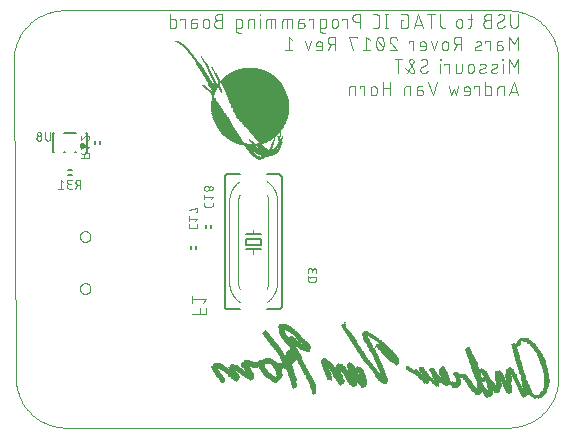
<source format=gbo>
G75*
%MOIN*%
%OFA0B0*%
%FSLAX25Y25*%
%IPPOS*%
%LPD*%
%AMOC8*
5,1,8,0,0,1.08239X$1,22.5*
%
%ADD10C,0.00000*%
%ADD11C,0.00400*%
%ADD12C,0.00600*%
%ADD13C,0.00300*%
%ADD14C,0.00200*%
%ADD15C,0.01000*%
%ADD16R,0.00100X0.00100*%
%ADD17R,0.00100X0.00800*%
%ADD18R,0.00100X0.01200*%
%ADD19R,0.00100X0.01600*%
%ADD20R,0.00100X0.02000*%
%ADD21R,0.00100X0.02300*%
%ADD22R,0.00100X0.02500*%
%ADD23R,0.00100X0.02800*%
%ADD24R,0.00100X0.03000*%
%ADD25R,0.00100X0.03200*%
%ADD26R,0.00100X0.03300*%
%ADD27R,0.00100X0.03500*%
%ADD28R,0.00100X0.03600*%
%ADD29R,0.00100X0.03800*%
%ADD30R,0.00100X0.04000*%
%ADD31R,0.00100X0.04200*%
%ADD32R,0.00100X0.04400*%
%ADD33R,0.00100X0.04500*%
%ADD34R,0.00100X0.02700*%
%ADD35R,0.00100X0.02600*%
%ADD36R,0.00100X0.01700*%
%ADD37R,0.00100X0.02900*%
%ADD38R,0.00100X0.01800*%
%ADD39R,0.00100X0.01900*%
%ADD40R,0.00100X0.02400*%
%ADD41R,0.00100X0.02100*%
%ADD42R,0.00100X0.01500*%
%ADD43R,0.00100X0.00200*%
%ADD44R,0.00100X0.04800*%
%ADD45R,0.00100X0.04900*%
%ADD46R,0.00100X0.05000*%
%ADD47R,0.00100X0.05100*%
%ADD48R,0.00100X0.05200*%
%ADD49R,0.00100X0.05300*%
%ADD50R,0.00100X0.05400*%
%ADD51R,0.00100X0.05500*%
%ADD52R,0.00100X0.03400*%
%ADD53R,0.00100X0.01400*%
%ADD54R,0.00100X0.01000*%
%ADD55R,0.00100X0.00700*%
%ADD56R,0.00100X0.00400*%
%ADD57R,0.00100X0.01100*%
%ADD58R,0.00100X0.01300*%
%ADD59R,0.00100X0.03100*%
%ADD60R,0.00100X0.03900*%
%ADD61R,0.00100X0.06000*%
%ADD62R,0.00100X0.06100*%
%ADD63R,0.00100X0.06200*%
%ADD64R,0.00100X0.04100*%
%ADD65R,0.00100X0.03700*%
%ADD66R,0.00100X0.00500*%
%ADD67R,0.00100X0.04300*%
%ADD68R,0.00100X0.04700*%
%ADD69R,0.00100X0.00600*%
%ADD70R,0.00100X0.02200*%
%ADD71R,0.00100X0.05900*%
%ADD72R,0.00100X0.05800*%
%ADD73R,0.00100X0.05700*%
%ADD74R,0.00100X0.05600*%
%ADD75R,0.00100X0.04600*%
%ADD76R,0.00100X0.06600*%
%ADD77R,0.00100X0.06800*%
%ADD78R,0.00100X0.07000*%
%ADD79R,0.00100X0.07400*%
%ADD80R,0.00100X0.07800*%
%ADD81R,0.00100X0.08100*%
%ADD82R,0.00100X0.08500*%
%ADD83R,0.00100X0.08800*%
%ADD84R,0.00100X0.09000*%
%ADD85R,0.00100X0.09100*%
%ADD86R,0.00100X0.09600*%
%ADD87R,0.00100X0.10100*%
%ADD88R,0.00100X0.10500*%
%ADD89R,0.00100X0.15400*%
%ADD90R,0.00100X0.15500*%
%ADD91R,0.00100X0.16000*%
%ADD92R,0.00100X0.06700*%
%ADD93R,0.00100X0.09500*%
%ADD94R,0.00100X0.06500*%
%ADD95R,0.00100X0.09400*%
%ADD96R,0.00100X0.09300*%
%ADD97R,0.00100X0.06400*%
%ADD98R,0.00100X0.08900*%
%ADD99R,0.00100X0.08700*%
%ADD100R,0.00100X0.07600*%
%ADD101R,0.00100X0.00300*%
%ADD102R,0.00100X0.00900*%
%ADD103R,0.00100X0.06300*%
%ADD104R,0.00100X0.06900*%
%ADD105R,0.00100X0.07100*%
%ADD106R,0.00100X0.07300*%
%ADD107R,0.00100X0.07500*%
%ADD108R,0.00100X0.09800*%
%ADD109R,0.00100X0.09200*%
%ADD110R,0.00100X0.08400*%
%ADD111R,0.00100X0.08300*%
%ADD112R,0.00100X0.08200*%
%ADD113R,0.00100X0.07200*%
%ADD114R,0.00100X0.07700*%
%ADD115R,0.00100X0.08000*%
%ADD116R,0.00100X0.07900*%
%ADD117R,0.00100X0.11100*%
%ADD118R,0.00100X0.10700*%
%ADD119R,0.00060X0.00020*%
%ADD120R,0.00040X0.00020*%
%ADD121R,0.00080X0.00020*%
%ADD122R,0.00340X0.00020*%
%ADD123R,0.00060X0.00020*%
%ADD124R,0.00100X0.00020*%
%ADD125R,0.00560X0.00020*%
%ADD126R,0.00080X0.00020*%
%ADD127R,0.00100X0.00020*%
%ADD128R,0.00740X0.00020*%
%ADD129R,0.00940X0.00020*%
%ADD130R,0.00020X0.00020*%
%ADD131R,0.01420X0.00020*%
%ADD132R,0.01540X0.00020*%
%ADD133R,0.01640X0.00020*%
%ADD134R,0.01780X0.00020*%
%ADD135R,0.01880X0.00020*%
%ADD136R,0.01940X0.00020*%
%ADD137R,0.02060X0.00020*%
%ADD138R,0.02140X0.00020*%
%ADD139R,0.02260X0.00020*%
%ADD140R,0.02380X0.00020*%
%ADD141R,0.02460X0.00020*%
%ADD142R,0.02520X0.00020*%
%ADD143R,0.02620X0.00020*%
%ADD144R,0.02700X0.00020*%
%ADD145R,0.02740X0.00020*%
%ADD146R,0.02800X0.00020*%
%ADD147R,0.02860X0.00020*%
%ADD148R,0.02920X0.00020*%
%ADD149R,0.02980X0.00020*%
%ADD150R,0.03040X0.00020*%
%ADD151R,0.03100X0.00020*%
%ADD152R,0.03140X0.00020*%
%ADD153R,0.03180X0.00020*%
%ADD154R,0.03260X0.00020*%
%ADD155R,0.03320X0.00020*%
%ADD156R,0.03380X0.00020*%
%ADD157R,0.03440X0.00020*%
%ADD158R,0.03500X0.00020*%
%ADD159R,0.03540X0.00020*%
%ADD160R,0.03600X0.00020*%
%ADD161R,0.01780X0.00020*%
%ADD162R,0.01280X0.00020*%
%ADD163R,0.01620X0.00020*%
%ADD164R,0.01220X0.00020*%
%ADD165R,0.01500X0.00020*%
%ADD166R,0.01180X0.00020*%
%ADD167R,0.01480X0.00020*%
%ADD168R,0.01140X0.00020*%
%ADD169R,0.01460X0.00020*%
%ADD170R,0.01080X0.00020*%
%ADD171R,0.01080X0.00020*%
%ADD172R,0.01440X0.00020*%
%ADD173R,0.01060X0.00020*%
%ADD174R,0.01440X0.00020*%
%ADD175R,0.01420X0.00020*%
%ADD176R,0.01400X0.00020*%
%ADD177R,0.01380X0.00020*%
%ADD178R,0.01140X0.00020*%
%ADD179R,0.00040X0.00020*%
%ADD180R,0.01320X0.00020*%
%ADD181R,0.01740X0.00020*%
%ADD182R,0.01320X0.00020*%
%ADD183R,0.02020X0.00020*%
%ADD184R,0.00020X0.00020*%
%ADD185R,0.01300X0.00020*%
%ADD186R,0.02080X0.00020*%
%ADD187R,0.01300X0.00020*%
%ADD188R,0.02220X0.00020*%
%ADD189R,0.00020X0.00020*%
%ADD190R,0.02440X0.00020*%
%ADD191R,0.01280X0.00020*%
%ADD192R,0.02560X0.00020*%
%ADD193R,0.01260X0.00020*%
%ADD194R,0.02660X0.00020*%
%ADD195R,0.02760X0.00020*%
%ADD196R,0.02960X0.00020*%
%ADD197R,0.03280X0.00020*%
%ADD198R,0.01260X0.00020*%
%ADD199R,0.03460X0.00020*%
%ADD200R,0.03560X0.00020*%
%ADD201R,0.01240X0.00020*%
%ADD202R,0.03660X0.00020*%
%ADD203R,0.01240X0.00020*%
%ADD204R,0.03860X0.00020*%
%ADD205R,0.03980X0.00020*%
%ADD206R,0.01220X0.00020*%
%ADD207R,0.04060X0.00020*%
%ADD208R,0.01220X0.00020*%
%ADD209R,0.04160X0.00020*%
%ADD210R,0.04240X0.00020*%
%ADD211R,0.01200X0.00020*%
%ADD212R,0.04320X0.00020*%
%ADD213R,0.01200X0.00020*%
%ADD214R,0.04460X0.00020*%
%ADD215R,0.01180X0.00020*%
%ADD216R,0.04560X0.00020*%
%ADD217R,0.04640X0.00020*%
%ADD218R,0.04740X0.00020*%
%ADD219R,0.04840X0.00020*%
%ADD220R,0.04940X0.00020*%
%ADD221R,0.05060X0.00020*%
%ADD222R,0.05140X0.00020*%
%ADD223R,0.05220X0.00020*%
%ADD224R,0.05320X0.00020*%
%ADD225R,0.05380X0.00020*%
%ADD226R,0.05460X0.00020*%
%ADD227R,0.05540X0.00020*%
%ADD228R,0.05600X0.00020*%
%ADD229R,0.05660X0.00020*%
%ADD230R,0.01940X0.00020*%
%ADD231R,0.03660X0.00020*%
%ADD232R,0.01940X0.00020*%
%ADD233R,0.01220X0.00020*%
%ADD234R,0.01960X0.00020*%
%ADD235R,0.00740X0.00020*%
%ADD236R,0.02720X0.00020*%
%ADD237R,0.01960X0.00020*%
%ADD238R,0.00700X0.00020*%
%ADD239R,0.02620X0.00020*%
%ADD240R,0.01980X0.00020*%
%ADD241R,0.00700X0.00020*%
%ADD242R,0.02560X0.00020*%
%ADD243R,0.02020X0.00020*%
%ADD244R,0.00680X0.00020*%
%ADD245R,0.02500X0.00020*%
%ADD246R,0.00680X0.00020*%
%ADD247R,0.02440X0.00020*%
%ADD248R,0.02100X0.00020*%
%ADD249R,0.00660X0.00020*%
%ADD250R,0.02400X0.00020*%
%ADD251R,0.02180X0.00020*%
%ADD252R,0.02360X0.00020*%
%ADD253R,0.02200X0.00020*%
%ADD254R,0.02360X0.00020*%
%ADD255R,0.02280X0.00020*%
%ADD256R,0.00720X0.00020*%
%ADD257R,0.02340X0.00020*%
%ADD258R,0.03120X0.00020*%
%ADD259R,0.02320X0.00020*%
%ADD260R,0.03160X0.00020*%
%ADD261R,0.02320X0.00020*%
%ADD262R,0.03180X0.00020*%
%ADD263R,0.02300X0.00020*%
%ADD264R,0.03240X0.00020*%
%ADD265R,0.02300X0.00020*%
%ADD266R,0.03360X0.00020*%
%ADD267R,0.03420X0.00020*%
%ADD268R,0.02260X0.00020*%
%ADD269R,0.02240X0.00020*%
%ADD270R,0.01240X0.00020*%
%ADD271R,0.03920X0.00020*%
%ADD272R,0.04080X0.00020*%
%ADD273R,0.04460X0.00020*%
%ADD274R,0.07240X0.00020*%
%ADD275R,0.07300X0.00020*%
%ADD276R,0.01920X0.00020*%
%ADD277R,0.05280X0.00020*%
%ADD278R,0.05300X0.00020*%
%ADD279R,0.05300X0.00020*%
%ADD280R,0.05340X0.00020*%
%ADD281R,0.02000X0.00020*%
%ADD282R,0.05340X0.00020*%
%ADD283R,0.02020X0.00020*%
%ADD284R,0.02040X0.00020*%
%ADD285R,0.05440X0.00020*%
%ADD286R,0.02100X0.00020*%
%ADD287R,0.05480X0.00020*%
%ADD288R,0.05660X0.00020*%
%ADD289R,0.06340X0.00020*%
%ADD290R,0.06320X0.00020*%
%ADD291R,0.06340X0.00020*%
%ADD292R,0.06360X0.00020*%
%ADD293R,0.01160X0.00020*%
%ADD294R,0.06380X0.00020*%
%ADD295R,0.01100X0.00020*%
%ADD296R,0.06400X0.00020*%
%ADD297R,0.06440X0.00020*%
%ADD298R,0.01040X0.00020*%
%ADD299R,0.06480X0.00020*%
%ADD300R,0.01040X0.00020*%
%ADD301R,0.06500X0.00020*%
%ADD302R,0.01020X0.00020*%
%ADD303R,0.06540X0.00020*%
%ADD304R,0.01000X0.00020*%
%ADD305R,0.06600X0.00020*%
%ADD306R,0.00980X0.00020*%
%ADD307R,0.06660X0.00020*%
%ADD308R,0.01320X0.00020*%
%ADD309R,0.00920X0.00020*%
%ADD310R,0.06700X0.00020*%
%ADD311R,0.01320X0.00020*%
%ADD312R,0.00900X0.00020*%
%ADD313R,0.06780X0.00020*%
%ADD314R,0.01340X0.00020*%
%ADD315R,0.00860X0.00020*%
%ADD316R,0.06820X0.00020*%
%ADD317R,0.01340X0.00020*%
%ADD318R,0.00840X0.00020*%
%ADD319R,0.06880X0.00020*%
%ADD320R,0.00800X0.00020*%
%ADD321R,0.06900X0.00020*%
%ADD322R,0.01380X0.00020*%
%ADD323R,0.00780X0.00020*%
%ADD324R,0.00020X0.00020*%
%ADD325R,0.06940X0.00020*%
%ADD326R,0.00760X0.00020*%
%ADD327R,0.08400X0.00020*%
%ADD328R,0.08420X0.00020*%
%ADD329R,0.08460X0.00020*%
%ADD330R,0.00780X0.00020*%
%ADD331R,0.08500X0.00020*%
%ADD332R,0.01660X0.00020*%
%ADD333R,0.06740X0.00020*%
%ADD334R,0.01680X0.00020*%
%ADD335R,0.06680X0.00020*%
%ADD336R,0.00800X0.00020*%
%ADD337R,0.06660X0.00020*%
%ADD338R,0.01680X0.00020*%
%ADD339R,0.06640X0.00020*%
%ADD340R,0.01700X0.00020*%
%ADD341R,0.06620X0.00020*%
%ADD342R,0.00760X0.00020*%
%ADD343R,0.00980X0.00020*%
%ADD344R,0.00520X0.00020*%
%ADD345R,0.06620X0.00020*%
%ADD346R,0.00940X0.00020*%
%ADD347R,0.00480X0.00020*%
%ADD348R,0.00920X0.00020*%
%ADD349R,0.00460X0.00020*%
%ADD350R,0.00900X0.00020*%
%ADD351R,0.00420X0.00020*%
%ADD352R,0.06580X0.00020*%
%ADD353R,0.00400X0.00020*%
%ADD354R,0.06560X0.00020*%
%ADD355R,0.00880X0.00020*%
%ADD356R,0.00400X0.00020*%
%ADD357R,0.06520X0.00020*%
%ADD358R,0.00660X0.00020*%
%ADD359R,0.00880X0.00020*%
%ADD360R,0.00380X0.00020*%
%ADD361R,0.01860X0.00020*%
%ADD362R,0.04600X0.00020*%
%ADD363R,0.00380X0.00020*%
%ADD364R,0.01820X0.00020*%
%ADD365R,0.04580X0.00020*%
%ADD366R,0.00640X0.00020*%
%ADD367R,0.00740X0.00020*%
%ADD368R,0.04520X0.00020*%
%ADD369R,0.00620X0.00020*%
%ADD370R,0.01760X0.00020*%
%ADD371R,0.04480X0.00020*%
%ADD372R,0.01760X0.00020*%
%ADD373R,0.04440X0.00020*%
%ADD374R,0.00620X0.00020*%
%ADD375R,0.00740X0.00020*%
%ADD376R,0.01740X0.00020*%
%ADD377R,0.04380X0.00020*%
%ADD378R,0.00600X0.00020*%
%ADD379R,0.01720X0.00020*%
%ADD380R,0.04340X0.00020*%
%ADD381R,0.00620X0.00020*%
%ADD382R,0.01700X0.00020*%
%ADD383R,0.04260X0.00020*%
%ADD384R,0.00360X0.00020*%
%ADD385R,0.04220X0.00020*%
%ADD386R,0.00620X0.00020*%
%ADD387R,0.04120X0.00020*%
%ADD388R,0.00360X0.00020*%
%ADD389R,0.04060X0.00020*%
%ADD390R,0.00580X0.00020*%
%ADD391R,0.04040X0.00020*%
%ADD392R,0.00580X0.00020*%
%ADD393R,0.04020X0.00020*%
%ADD394R,0.00600X0.00020*%
%ADD395R,0.03980X0.00020*%
%ADD396R,0.03940X0.00020*%
%ADD397R,0.03920X0.00020*%
%ADD398R,0.01640X0.00020*%
%ADD399R,0.03880X0.00020*%
%ADD400R,0.01660X0.00020*%
%ADD401R,0.03840X0.00020*%
%ADD402R,0.03800X0.00020*%
%ADD403R,0.03780X0.00020*%
%ADD404R,0.00560X0.00020*%
%ADD405R,0.03760X0.00020*%
%ADD406R,0.00340X0.00020*%
%ADD407R,0.03740X0.00020*%
%ADD408R,0.00340X0.00020*%
%ADD409R,0.03720X0.00020*%
%ADD410R,0.00540X0.00020*%
%ADD411R,0.00340X0.00020*%
%ADD412R,0.03700X0.00020*%
%ADD413R,0.00320X0.00020*%
%ADD414R,0.01720X0.00020*%
%ADD415R,0.00540X0.00020*%
%ADD416R,0.00540X0.00020*%
%ADD417R,0.01720X0.00020*%
%ADD418R,0.00320X0.00020*%
%ADD419R,0.01740X0.00020*%
%ADD420R,0.03640X0.00020*%
%ADD421R,0.00520X0.00020*%
%ADD422R,0.00320X0.00020*%
%ADD423R,0.03600X0.00020*%
%ADD424R,0.03580X0.00020*%
%ADD425R,0.00520X0.00020*%
%ADD426R,0.03560X0.00020*%
%ADD427R,0.00520X0.00020*%
%ADD428R,0.01800X0.00020*%
%ADD429R,0.03540X0.00020*%
%ADD430R,0.00500X0.00020*%
%ADD431R,0.01800X0.00020*%
%ADD432R,0.03480X0.00020*%
%ADD433R,0.00320X0.00020*%
%ADD434R,0.01820X0.00020*%
%ADD435R,0.03440X0.00020*%
%ADD436R,0.01820X0.00020*%
%ADD437R,0.03440X0.00020*%
%ADD438R,0.00500X0.00020*%
%ADD439R,0.01840X0.00020*%
%ADD440R,0.03400X0.00020*%
%ADD441R,0.00540X0.00020*%
%ADD442R,0.01840X0.00020*%
%ADD443R,0.03400X0.00020*%
%ADD444R,0.01840X0.00020*%
%ADD445R,0.00480X0.00020*%
%ADD446R,0.03360X0.00020*%
%ADD447R,0.00440X0.00020*%
%ADD448R,0.00440X0.00020*%
%ADD449R,0.01840X0.00020*%
%ADD450R,0.03320X0.00020*%
%ADD451R,0.03320X0.00020*%
%ADD452R,0.00440X0.00020*%
%ADD453R,0.03300X0.00020*%
%ADD454R,0.00460X0.00020*%
%ADD455R,0.03300X0.00020*%
%ADD456R,0.03280X0.00020*%
%ADD457R,0.03260X0.00020*%
%ADD458R,0.03220X0.00020*%
%ADD459R,0.03200X0.00020*%
%ADD460R,0.00420X0.00020*%
%ADD461R,0.03200X0.00020*%
%ADD462R,0.00420X0.00020*%
%ADD463R,0.00420X0.00020*%
%ADD464R,0.03160X0.00020*%
%ADD465R,0.00640X0.00020*%
%ADD466R,0.00640X0.00020*%
%ADD467R,0.00640X0.00020*%
%ADD468R,0.03140X0.00020*%
%ADD469R,0.03120X0.00020*%
%ADD470R,0.03120X0.00020*%
%ADD471R,0.03460X0.00020*%
%ADD472R,0.01820X0.00020*%
%ADD473R,0.03620X0.00020*%
%ADD474R,0.03880X0.00020*%
%ADD475R,0.05960X0.00020*%
%ADD476R,0.06060X0.00020*%
%ADD477R,0.06160X0.00020*%
%ADD478R,0.00300X0.00020*%
%ADD479R,0.06260X0.00020*%
%ADD480R,0.06420X0.00020*%
%ADD481R,0.06500X0.00020*%
%ADD482R,0.06560X0.00020*%
%ADD483R,0.06640X0.00020*%
%ADD484R,0.06680X0.00020*%
%ADD485R,0.06740X0.00020*%
%ADD486R,0.06800X0.00020*%
%ADD487R,0.06860X0.00020*%
%ADD488R,0.06920X0.00020*%
%ADD489R,0.06980X0.00020*%
%ADD490R,0.00820X0.00020*%
%ADD491R,0.07020X0.00020*%
%ADD492R,0.03040X0.00020*%
%ADD493R,0.01160X0.00020*%
%ADD494R,0.00720X0.00020*%
%ADD495R,0.02840X0.00020*%
%ADD496R,0.02600X0.00020*%
%ADD497R,0.02480X0.00020*%
%ADD498R,0.02420X0.00020*%
%ADD499R,0.02340X0.00020*%
%ADD500R,0.01100X0.00020*%
%ADD501R,0.02200X0.00020*%
%ADD502R,0.01120X0.00020*%
%ADD503R,0.02140X0.00020*%
%ADD504R,0.02060X0.00020*%
%ADD505R,0.00300X0.00020*%
%ADD506R,0.02160X0.00020*%
%ADD507R,0.02240X0.00020*%
%ADD508R,0.00280X0.00020*%
%ADD509R,0.01420X0.00020*%
%ADD510R,0.02400X0.00020*%
%ADD511R,0.01560X0.00020*%
%ADD512R,0.00280X0.00020*%
%ADD513R,0.01600X0.00020*%
%ADD514R,0.02600X0.00020*%
%ADD515R,0.02680X0.00020*%
%ADD516R,0.00260X0.00020*%
%ADD517R,0.02140X0.00020*%
%ADD518R,0.02780X0.00020*%
%ADD519R,0.00240X0.00020*%
%ADD520R,0.00240X0.00020*%
%ADD521R,0.02840X0.00020*%
%ADD522R,0.00220X0.00020*%
%ADD523R,0.02880X0.00020*%
%ADD524R,0.00220X0.00020*%
%ADD525R,0.02900X0.00020*%
%ADD526R,0.00220X0.00020*%
%ADD527R,0.02460X0.00020*%
%ADD528R,0.02940X0.00020*%
%ADD529R,0.00220X0.00020*%
%ADD530R,0.02520X0.00020*%
%ADD531R,0.00200X0.00020*%
%ADD532R,0.03000X0.00020*%
%ADD533R,0.00200X0.00020*%
%ADD534R,0.02620X0.00020*%
%ADD535R,0.03020X0.00020*%
%ADD536R,0.02700X0.00020*%
%ADD537R,0.03060X0.00020*%
%ADD538R,0.02760X0.00020*%
%ADD539R,0.03100X0.00020*%
%ADD540R,0.02820X0.00020*%
%ADD541R,0.02880X0.00020*%
%ADD542R,0.00180X0.00020*%
%ADD543R,0.02980X0.00020*%
%ADD544R,0.03040X0.00020*%
%ADD545R,0.03240X0.00020*%
%ADD546R,0.00180X0.00020*%
%ADD547R,0.03320X0.00020*%
%ADD548R,0.00260X0.00020*%
%ADD549R,0.03340X0.00020*%
%ADD550R,0.03340X0.00020*%
%ADD551R,0.03380X0.00020*%
%ADD552R,0.00160X0.00020*%
%ADD553R,0.03440X0.00020*%
%ADD554R,0.03480X0.00020*%
%ADD555R,0.00160X0.00020*%
%ADD556R,0.00240X0.00020*%
%ADD557R,0.03500X0.00020*%
%ADD558R,0.03520X0.00020*%
%ADD559R,0.03720X0.00020*%
%ADD560R,0.00240X0.00020*%
%ADD561R,0.00140X0.00020*%
%ADD562R,0.03780X0.00020*%
%ADD563R,0.03580X0.00020*%
%ADD564R,0.00140X0.00020*%
%ADD565R,0.03860X0.00020*%
%ADD566R,0.03620X0.00020*%
%ADD567R,0.03640X0.00020*%
%ADD568R,0.03680X0.00020*%
%ADD569R,0.04020X0.00020*%
%ADD570R,0.03680X0.00020*%
%ADD571R,0.00120X0.00020*%
%ADD572R,0.00140X0.00020*%
%ADD573R,0.04140X0.00020*%
%ADD574R,0.03740X0.00020*%
%ADD575R,0.04200X0.00020*%
%ADD576R,0.03760X0.00020*%
%ADD577R,0.04220X0.00020*%
%ADD578R,0.04280X0.00020*%
%ADD579R,0.03800X0.00020*%
%ADD580R,0.00120X0.00020*%
%ADD581R,0.04340X0.00020*%
%ADD582R,0.03820X0.00020*%
%ADD583R,0.00440X0.00020*%
%ADD584R,0.00120X0.00020*%
%ADD585R,0.00120X0.00020*%
%ADD586R,0.04500X0.00020*%
%ADD587R,0.03900X0.00020*%
%ADD588R,0.04540X0.00020*%
%ADD589R,0.03900X0.00020*%
%ADD590R,0.04640X0.00020*%
%ADD591R,0.03960X0.00020*%
%ADD592R,0.04680X0.00020*%
%ADD593R,0.03960X0.00020*%
%ADD594R,0.04740X0.00020*%
%ADD595R,0.04000X0.00020*%
%ADD596R,0.04780X0.00020*%
%ADD597R,0.04000X0.00020*%
%ADD598R,0.04880X0.00020*%
%ADD599R,0.00040X0.00020*%
%ADD600R,0.04980X0.00020*%
%ADD601R,0.04100X0.00020*%
%ADD602R,0.05020X0.00020*%
%ADD603R,0.04100X0.00020*%
%ADD604R,0.05080X0.00020*%
%ADD605R,0.04120X0.00020*%
%ADD606R,0.05120X0.00020*%
%ADD607R,0.05180X0.00020*%
%ADD608R,0.05220X0.00020*%
%ADD609R,0.04180X0.00020*%
%ADD610R,0.05280X0.00020*%
%ADD611R,0.05400X0.00020*%
%ADD612R,0.04240X0.00020*%
%ADD613R,0.05440X0.00020*%
%ADD614R,0.05500X0.00020*%
%ADD615R,0.04280X0.00020*%
%ADD616R,0.04320X0.00020*%
%ADD617R,0.05640X0.00020*%
%ADD618R,0.05680X0.00020*%
%ADD619R,0.04360X0.00020*%
%ADD620R,0.05720X0.00020*%
%ADD621R,0.04360X0.00020*%
%ADD622R,0.05760X0.00020*%
%ADD623R,0.05820X0.00020*%
%ADD624R,0.04400X0.00020*%
%ADD625R,0.05860X0.00020*%
%ADD626R,0.04400X0.00020*%
%ADD627R,0.05900X0.00020*%
%ADD628R,0.04420X0.00020*%
%ADD629R,0.04440X0.00020*%
%ADD630R,0.05980X0.00020*%
%ADD631R,0.06040X0.00020*%
%ADD632R,0.06080X0.00020*%
%ADD633R,0.04480X0.00020*%
%ADD634R,0.06120X0.00020*%
%ADD635R,0.06180X0.00020*%
%ADD636R,0.04520X0.00020*%
%ADD637R,0.06220X0.00020*%
%ADD638R,0.04520X0.00020*%
%ADD639R,0.06300X0.00020*%
%ADD640R,0.04540X0.00020*%
%ADD641R,0.06380X0.00020*%
%ADD642R,0.04580X0.00020*%
%ADD643R,0.06420X0.00020*%
%ADD644R,0.06480X0.00020*%
%ADD645R,0.04620X0.00020*%
%ADD646R,0.06520X0.00020*%
%ADD647R,0.04620X0.00020*%
%ADD648R,0.04640X0.00020*%
%ADD649R,0.06600X0.00020*%
%ADD650R,0.04640X0.00020*%
%ADD651R,0.06640X0.00020*%
%ADD652R,0.04660X0.00020*%
%ADD653R,0.04680X0.00020*%
%ADD654R,0.00140X0.00020*%
%ADD655R,0.06720X0.00020*%
%ADD656R,0.06760X0.00020*%
%ADD657R,0.04700X0.00020*%
%ADD658R,0.06820X0.00020*%
%ADD659R,0.04720X0.00020*%
%ADD660R,0.04720X0.00020*%
%ADD661R,0.06940X0.00020*%
%ADD662R,0.06960X0.00020*%
%ADD663R,0.04760X0.00020*%
%ADD664R,0.07020X0.00020*%
%ADD665R,0.07060X0.00020*%
%ADD666R,0.04780X0.00020*%
%ADD667R,0.07100X0.00020*%
%ADD668R,0.04800X0.00020*%
%ADD669R,0.07140X0.00020*%
%ADD670R,0.04800X0.00020*%
%ADD671R,0.07180X0.00020*%
%ADD672R,0.07240X0.00020*%
%ADD673R,0.04840X0.00020*%
%ADD674R,0.07260X0.00020*%
%ADD675R,0.04860X0.00020*%
%ADD676R,0.07340X0.00020*%
%ADD677R,0.04860X0.00020*%
%ADD678R,0.07380X0.00020*%
%ADD679R,0.07420X0.00020*%
%ADD680R,0.07460X0.00020*%
%ADD681R,0.04880X0.00020*%
%ADD682R,0.07520X0.00020*%
%ADD683R,0.04920X0.00020*%
%ADD684R,0.07560X0.00020*%
%ADD685R,0.04920X0.00020*%
%ADD686R,0.07580X0.00020*%
%ADD687R,0.07620X0.00020*%
%ADD688R,0.04940X0.00020*%
%ADD689R,0.07660X0.00020*%
%ADD690R,0.07700X0.00020*%
%ADD691R,0.04960X0.00020*%
%ADD692R,0.07740X0.00020*%
%ADD693R,0.04960X0.00020*%
%ADD694R,0.07780X0.00020*%
%ADD695R,0.07820X0.00020*%
%ADD696R,0.04980X0.00020*%
%ADD697R,0.07860X0.00020*%
%ADD698R,0.07900X0.00020*%
%ADD699R,0.07940X0.00020*%
%ADD700R,0.05020X0.00020*%
%ADD701R,0.07980X0.00020*%
%ADD702R,0.05020X0.00020*%
%ADD703R,0.08020X0.00020*%
%ADD704R,0.05040X0.00020*%
%ADD705R,0.08060X0.00020*%
%ADD706R,0.05040X0.00020*%
%ADD707R,0.08100X0.00020*%
%ADD708R,0.08140X0.00020*%
%ADD709R,0.05060X0.00020*%
%ADD710R,0.08160X0.00020*%
%ADD711R,0.08200X0.00020*%
%ADD712R,0.05080X0.00020*%
%ADD713R,0.08240X0.00020*%
%ADD714R,0.08280X0.00020*%
%ADD715R,0.05100X0.00020*%
%ADD716R,0.08320X0.00020*%
%ADD717R,0.05100X0.00020*%
%ADD718R,0.08360X0.00020*%
%ADD719R,0.08440X0.00020*%
%ADD720R,0.05120X0.00020*%
%ADD721R,0.08460X0.00020*%
%ADD722R,0.05140X0.00020*%
%ADD723R,0.08500X0.00020*%
%ADD724R,0.05140X0.00020*%
%ADD725R,0.08540X0.00020*%
%ADD726R,0.08580X0.00020*%
%ADD727R,0.05160X0.00020*%
%ADD728R,0.08620X0.00020*%
%ADD729R,0.05160X0.00020*%
%ADD730R,0.08660X0.00020*%
%ADD731R,0.05180X0.00020*%
%ADD732R,0.08700X0.00020*%
%ADD733R,0.08720X0.00020*%
%ADD734R,0.08760X0.00020*%
%ADD735R,0.05200X0.00020*%
%ADD736R,0.08800X0.00020*%
%ADD737R,0.05200X0.00020*%
%ADD738R,0.08840X0.00020*%
%ADD739R,0.08880X0.00020*%
%ADD740R,0.05220X0.00020*%
%ADD741R,0.08920X0.00020*%
%ADD742R,0.08960X0.00020*%
%ADD743R,0.05240X0.00020*%
%ADD744R,0.09000X0.00020*%
%ADD745R,0.05240X0.00020*%
%ADD746R,0.09020X0.00020*%
%ADD747R,0.05260X0.00020*%
%ADD748R,0.09060X0.00020*%
%ADD749R,0.05260X0.00020*%
%ADD750R,0.09100X0.00020*%
%ADD751R,0.09140X0.00020*%
%ADD752R,0.09180X0.00020*%
%ADD753R,0.09200X0.00020*%
%ADD754R,0.09240X0.00020*%
%ADD755R,0.09260X0.00020*%
%ADD756R,0.09300X0.00020*%
%ADD757R,0.09340X0.00020*%
%ADD758R,0.09380X0.00020*%
%ADD759R,0.05320X0.00020*%
%ADD760R,0.09420X0.00020*%
%ADD761R,0.09460X0.00020*%
%ADD762R,0.09500X0.00020*%
%ADD763R,0.09540X0.00020*%
%ADD764R,0.09560X0.00020*%
%ADD765R,0.09580X0.00020*%
%ADD766R,0.09620X0.00020*%
%ADD767R,0.09660X0.00020*%
%ADD768R,0.05360X0.00020*%
%ADD769R,0.09700X0.00020*%
%ADD770R,0.05360X0.00020*%
%ADD771R,0.09740X0.00020*%
%ADD772R,0.05380X0.00020*%
%ADD773R,0.09780X0.00020*%
%ADD774R,0.09800X0.00020*%
%ADD775R,0.09840X0.00020*%
%ADD776R,0.05400X0.00020*%
%ADD777R,0.09860X0.00020*%
%ADD778R,0.09900X0.00020*%
%ADD779R,0.09940X0.00020*%
%ADD780R,0.09980X0.00020*%
%ADD781R,0.10020X0.00020*%
%ADD782R,0.05420X0.00020*%
%ADD783R,0.10060X0.00020*%
%ADD784R,0.05420X0.00020*%
%ADD785R,0.10060X0.00020*%
%ADD786R,0.10100X0.00020*%
%ADD787R,0.05420X0.00020*%
%ADD788R,0.10140X0.00020*%
%ADD789R,0.10180X0.00020*%
%ADD790R,0.05440X0.00020*%
%ADD791R,0.10220X0.00020*%
%ADD792R,0.10260X0.00020*%
%ADD793R,0.10280X0.00020*%
%ADD794R,0.10300X0.00020*%
%ADD795R,0.10340X0.00020*%
%ADD796R,0.10380X0.00020*%
%ADD797R,0.05460X0.00020*%
%ADD798R,0.10420X0.00020*%
%ADD799R,0.10440X0.00020*%
%ADD800R,0.10480X0.00020*%
%ADD801R,0.10520X0.00020*%
%ADD802R,0.10560X0.00020*%
%ADD803R,0.05480X0.00020*%
%ADD804R,0.10580X0.00020*%
%ADD805R,0.10600X0.00020*%
%ADD806R,0.10640X0.00020*%
%ADD807R,0.10680X0.00020*%
%ADD808R,0.10720X0.00020*%
%ADD809R,0.05500X0.00020*%
%ADD810R,0.10740X0.00020*%
%ADD811R,0.10780X0.00020*%
%ADD812R,0.10820X0.00020*%
%ADD813R,0.10840X0.00020*%
%ADD814R,0.05520X0.00020*%
%ADD815R,0.10860X0.00020*%
%ADD816R,0.10900X0.00020*%
%ADD817R,0.10940X0.00020*%
%ADD818R,0.05520X0.00020*%
%ADD819R,0.10980X0.00020*%
%ADD820R,0.05520X0.00020*%
%ADD821R,0.11000X0.00020*%
%ADD822R,0.11040X0.00020*%
%ADD823R,0.11080X0.00020*%
%ADD824R,0.11120X0.00020*%
%ADD825R,0.05540X0.00020*%
%ADD826R,0.11140X0.00020*%
%ADD827R,0.11160X0.00020*%
%ADD828R,0.05540X0.00020*%
%ADD829R,0.11200X0.00020*%
%ADD830R,0.11240X0.00020*%
%ADD831R,0.11260X0.00020*%
%ADD832R,0.11300X0.00020*%
%ADD833R,0.11340X0.00020*%
%ADD834R,0.05560X0.00020*%
%ADD835R,0.11360X0.00020*%
%ADD836R,0.11400X0.00020*%
%ADD837R,0.11440X0.00020*%
%ADD838R,0.05560X0.00020*%
%ADD839R,0.11480X0.00020*%
%ADD840R,0.11480X0.00020*%
%ADD841R,0.11520X0.00020*%
%ADD842R,0.11560X0.00020*%
%ADD843R,0.11580X0.00020*%
%ADD844R,0.11620X0.00020*%
%ADD845R,0.11660X0.00020*%
%ADD846R,0.05580X0.00020*%
%ADD847R,0.11680X0.00020*%
%ADD848R,0.11720X0.00020*%
%ADD849R,0.11760X0.00020*%
%ADD850R,0.05580X0.00020*%
%ADD851R,0.11800X0.00020*%
%ADD852R,0.11840X0.00020*%
%ADD853R,0.11860X0.00020*%
%ADD854R,0.11900X0.00020*%
%ADD855R,0.11940X0.00020*%
%ADD856R,0.11960X0.00020*%
%ADD857R,0.12000X0.00020*%
%ADD858R,0.12040X0.00020*%
%ADD859R,0.12060X0.00020*%
%ADD860R,0.12080X0.00020*%
%ADD861R,0.12120X0.00020*%
%ADD862R,0.12140X0.00020*%
%ADD863R,0.12180X0.00020*%
%ADD864R,0.12220X0.00020*%
%ADD865R,0.05600X0.00020*%
%ADD866R,0.12240X0.00020*%
%ADD867R,0.12280X0.00020*%
%ADD868R,0.12320X0.00020*%
%ADD869R,0.12340X0.00020*%
%ADD870R,0.12380X0.00020*%
%ADD871R,0.12400X0.00020*%
%ADD872R,0.12440X0.00020*%
%ADD873R,0.12460X0.00020*%
%ADD874R,0.12480X0.00020*%
%ADD875R,0.12520X0.00020*%
%ADD876R,0.12560X0.00020*%
%ADD877R,0.12580X0.00020*%
%ADD878R,0.12620X0.00020*%
%ADD879R,0.12640X0.00020*%
%ADD880R,0.12680X0.00020*%
%ADD881R,0.12720X0.00020*%
%ADD882R,0.12740X0.00020*%
%ADD883R,0.12780X0.00020*%
%ADD884R,0.12800X0.00020*%
%ADD885R,0.12840X0.00020*%
%ADD886R,0.12860X0.00020*%
%ADD887R,0.12880X0.00020*%
%ADD888R,0.12920X0.00020*%
%ADD889R,0.12940X0.00020*%
%ADD890R,0.12980X0.00020*%
%ADD891R,0.13000X0.00020*%
%ADD892R,0.13040X0.00020*%
%ADD893R,0.13080X0.00020*%
%ADD894R,0.13100X0.00020*%
%ADD895R,0.13140X0.00020*%
%ADD896R,0.13160X0.00020*%
%ADD897R,0.13200X0.00020*%
%ADD898R,0.13220X0.00020*%
%ADD899R,0.13260X0.00020*%
%ADD900R,0.13260X0.00020*%
%ADD901R,0.13300X0.00020*%
%ADD902R,0.13340X0.00020*%
%ADD903R,0.13360X0.00020*%
%ADD904R,0.13400X0.00020*%
%ADD905R,0.13420X0.00020*%
%ADD906R,0.13460X0.00020*%
%ADD907R,0.13480X0.00020*%
%ADD908R,0.13520X0.00020*%
%ADD909R,0.13540X0.00020*%
%ADD910R,0.13580X0.00020*%
%ADD911R,0.13600X0.00020*%
%ADD912R,0.13640X0.00020*%
%ADD913R,0.13660X0.00020*%
%ADD914R,0.13680X0.00020*%
%ADD915R,0.13700X0.00020*%
%ADD916R,0.13740X0.00020*%
%ADD917R,0.13780X0.00020*%
%ADD918R,0.13800X0.00020*%
%ADD919R,0.13840X0.00020*%
%ADD920R,0.13860X0.00020*%
%ADD921R,0.13900X0.00020*%
%ADD922R,0.13920X0.00020*%
%ADD923R,0.13960X0.00020*%
%ADD924R,0.13980X0.00020*%
%ADD925R,0.14020X0.00020*%
%ADD926R,0.14040X0.00020*%
%ADD927R,0.14080X0.00020*%
%ADD928R,0.14080X0.00020*%
%ADD929R,0.14120X0.00020*%
%ADD930R,0.05540X0.00020*%
%ADD931R,0.14140X0.00020*%
%ADD932R,0.14160X0.00020*%
%ADD933R,0.14200X0.00020*%
%ADD934R,0.05520X0.00020*%
%ADD935R,0.14220X0.00020*%
%ADD936R,0.14260X0.00020*%
%ADD937R,0.14280X0.00020*%
%ADD938R,0.14320X0.00020*%
%ADD939R,0.14340X0.00020*%
%ADD940R,0.14380X0.00020*%
%ADD941R,0.14400X0.00020*%
%ADD942R,0.14440X0.00020*%
%ADD943R,0.14480X0.00020*%
%ADD944R,0.14500X0.00020*%
%ADD945R,0.14540X0.00020*%
%ADD946R,0.14560X0.00020*%
%ADD947R,0.14600X0.00020*%
%ADD948R,0.14620X0.00020*%
%ADD949R,0.14640X0.00020*%
%ADD950R,0.14680X0.00020*%
%ADD951R,0.14700X0.00020*%
%ADD952R,0.14740X0.00020*%
%ADD953R,0.14760X0.00020*%
%ADD954R,0.14800X0.00020*%
%ADD955R,0.14820X0.00020*%
%ADD956R,0.14840X0.00020*%
%ADD957R,0.14860X0.00020*%
%ADD958R,0.14880X0.00020*%
%ADD959R,0.14920X0.00020*%
%ADD960R,0.14940X0.00020*%
%ADD961R,0.14980X0.00020*%
%ADD962R,0.15000X0.00020*%
%ADD963R,0.15020X0.00020*%
%ADD964R,0.15060X0.00020*%
%ADD965R,0.15080X0.00020*%
%ADD966R,0.15120X0.00020*%
%ADD967R,0.15140X0.00020*%
%ADD968R,0.15180X0.00020*%
%ADD969R,0.15180X0.00020*%
%ADD970R,0.15200X0.00020*%
%ADD971R,0.15240X0.00020*%
%ADD972R,0.15260X0.00020*%
%ADD973R,0.15300X0.00020*%
%ADD974R,0.15320X0.00020*%
%ADD975R,0.15340X0.00020*%
%ADD976R,0.15380X0.00020*%
%ADD977R,0.15400X0.00020*%
%ADD978R,0.15440X0.00020*%
%ADD979R,0.15460X0.00020*%
%ADD980R,0.15480X0.00020*%
%ADD981R,0.15520X0.00020*%
%ADD982R,0.15540X0.00020*%
%ADD983R,0.15560X0.00020*%
%ADD984R,0.15580X0.00020*%
%ADD985R,0.15600X0.00020*%
%ADD986R,0.15640X0.00020*%
%ADD987R,0.15660X0.00020*%
%ADD988R,0.15680X0.00020*%
%ADD989R,0.05320X0.00020*%
%ADD990R,0.15720X0.00020*%
%ADD991R,0.05340X0.00020*%
%ADD992R,0.15740X0.00020*%
%ADD993R,0.15760X0.00020*%
%ADD994R,0.15800X0.00020*%
%ADD995R,0.05320X0.00020*%
%ADD996R,0.15820X0.00020*%
%ADD997R,0.15860X0.00020*%
%ADD998R,0.15880X0.00020*%
%ADD999R,0.15900X0.00020*%
%ADD1000R,0.15920X0.00020*%
%ADD1001R,0.15940X0.00020*%
%ADD1002R,0.15960X0.00020*%
%ADD1003R,0.16000X0.00020*%
%ADD1004R,0.16020X0.00020*%
%ADD1005R,0.16040X0.00020*%
%ADD1006R,0.16080X0.00020*%
%ADD1007R,0.16100X0.00020*%
%ADD1008R,0.05240X0.00020*%
%ADD1009R,0.16120X0.00020*%
%ADD1010R,0.16160X0.00020*%
%ADD1011R,0.16180X0.00020*%
%ADD1012R,0.16200X0.00020*%
%ADD1013R,0.16240X0.00020*%
%ADD1014R,0.16240X0.00020*%
%ADD1015R,0.16260X0.00020*%
%ADD1016R,0.16300X0.00020*%
%ADD1017R,0.16320X0.00020*%
%ADD1018R,0.16340X0.00020*%
%ADD1019R,0.16400X0.00020*%
%ADD1020R,0.16420X0.00020*%
%ADD1021R,0.16460X0.00020*%
%ADD1022R,0.05140X0.00020*%
%ADD1023R,0.16480X0.00020*%
%ADD1024R,0.16500X0.00020*%
%ADD1025R,0.16540X0.00020*%
%ADD1026R,0.16560X0.00020*%
%ADD1027R,0.16580X0.00020*%
%ADD1028R,0.16600X0.00020*%
%ADD1029R,0.16620X0.00020*%
%ADD1030R,0.16640X0.00020*%
%ADD1031R,0.16660X0.00020*%
%ADD1032R,0.16700X0.00020*%
%ADD1033R,0.16720X0.00020*%
%ADD1034R,0.16740X0.00020*%
%ADD1035R,0.16780X0.00020*%
%ADD1036R,0.16800X0.00020*%
%ADD1037R,0.16820X0.00020*%
%ADD1038R,0.16860X0.00020*%
%ADD1039R,0.16880X0.00020*%
%ADD1040R,0.16900X0.00020*%
%ADD1041R,0.05000X0.00020*%
%ADD1042R,0.16920X0.00020*%
%ADD1043R,0.16940X0.00020*%
%ADD1044R,0.05000X0.00020*%
%ADD1045R,0.16960X0.00020*%
%ADD1046R,0.16980X0.00020*%
%ADD1047R,0.17020X0.00020*%
%ADD1048R,0.17040X0.00020*%
%ADD1049R,0.17060X0.00020*%
%ADD1050R,0.17080X0.00020*%
%ADD1051R,0.17120X0.00020*%
%ADD1052R,0.17140X0.00020*%
%ADD1053R,0.04920X0.00020*%
%ADD1054R,0.17160X0.00020*%
%ADD1055R,0.17160X0.00020*%
%ADD1056R,0.04900X0.00020*%
%ADD1057R,0.17200X0.00020*%
%ADD1058R,0.04900X0.00020*%
%ADD1059R,0.17200X0.00020*%
%ADD1060R,0.17220X0.00020*%
%ADD1061R,0.17240X0.00020*%
%ADD1062R,0.17260X0.00020*%
%ADD1063R,0.17260X0.00020*%
%ADD1064R,0.17280X0.00020*%
%ADD1065R,0.04820X0.00020*%
%ADD1066R,0.17300X0.00020*%
%ADD1067R,0.17320X0.00020*%
%ADD1068R,0.04820X0.00020*%
%ADD1069R,0.17320X0.00020*%
%ADD1070R,0.17360X0.00020*%
%ADD1071R,0.17380X0.00020*%
%ADD1072R,0.17380X0.00020*%
%ADD1073R,0.17420X0.00020*%
%ADD1074R,0.04760X0.00020*%
%ADD1075R,0.17420X0.00020*%
%ADD1076R,0.17440X0.00020*%
%ADD1077R,0.17440X0.00020*%
%ADD1078R,0.17460X0.00020*%
%ADD1079R,0.17480X0.00020*%
%ADD1080R,0.04720X0.00020*%
%ADD1081R,0.17480X0.00020*%
%ADD1082R,0.17500X0.00020*%
%ADD1083R,0.17500X0.00020*%
%ADD1084R,0.17540X0.00020*%
%ADD1085R,0.17540X0.00020*%
%ADD1086R,0.04660X0.00020*%
%ADD1087R,0.17560X0.00020*%
%ADD1088R,0.17580X0.00020*%
%ADD1089R,0.17600X0.00020*%
%ADD1090R,0.17600X0.00020*%
%ADD1091R,0.17620X0.00020*%
%ADD1092R,0.04600X0.00020*%
%ADD1093R,0.17660X0.00020*%
%ADD1094R,0.17660X0.00020*%
%ADD1095R,0.17680X0.00020*%
%ADD1096R,0.17680X0.00020*%
%ADD1097R,0.04560X0.00020*%
%ADD1098R,0.17720X0.00020*%
%ADD1099R,0.17720X0.00020*%
%ADD1100R,0.17740X0.00020*%
%ADD1101R,0.04520X0.00020*%
%ADD1102R,0.17740X0.00020*%
%ADD1103R,0.17760X0.00020*%
%ADD1104R,0.17780X0.00020*%
%ADD1105R,0.04500X0.00020*%
%ADD1106R,0.17800X0.00020*%
%ADD1107R,0.17800X0.00020*%
%ADD1108R,0.17820X0.00020*%
%ADD1109R,0.17840X0.00020*%
%ADD1110R,0.17860X0.00020*%
%ADD1111R,0.04440X0.00020*%
%ADD1112R,0.17860X0.00020*%
%ADD1113R,0.04420X0.00020*%
%ADD1114R,0.17880X0.00020*%
%ADD1115R,0.17900X0.00020*%
%ADD1116R,0.17920X0.00020*%
%ADD1117R,0.17920X0.00020*%
%ADD1118R,0.17940X0.00020*%
%ADD1119R,0.17960X0.00020*%
%ADD1120R,0.04340X0.00020*%
%ADD1121R,0.17960X0.00020*%
%ADD1122R,0.04320X0.00020*%
%ADD1123R,0.18000X0.00020*%
%ADD1124R,0.04320X0.00020*%
%ADD1125R,0.18000X0.00020*%
%ADD1126R,0.18020X0.00020*%
%ADD1127R,0.04300X0.00020*%
%ADD1128R,0.18020X0.00020*%
%ADD1129R,0.18040X0.00020*%
%ADD1130R,0.04260X0.00020*%
%ADD1131R,0.18060X0.00020*%
%ADD1132R,0.18080X0.00020*%
%ADD1133R,0.18080X0.00020*%
%ADD1134R,0.18100X0.00020*%
%ADD1135R,0.18100X0.00020*%
%ADD1136R,0.18120X0.00020*%
%ADD1137R,0.18140X0.00020*%
%ADD1138R,0.04200X0.00020*%
%ADD1139R,0.18160X0.00020*%
%ADD1140R,0.18160X0.00020*%
%ADD1141R,0.04160X0.00020*%
%ADD1142R,0.18180X0.00020*%
%ADD1143R,0.04140X0.00020*%
%ADD1144R,0.18200X0.00020*%
%ADD1145R,0.18200X0.00020*%
%ADD1146R,0.18220X0.00020*%
%ADD1147R,0.18240X0.00020*%
%ADD1148R,0.18260X0.00020*%
%ADD1149R,0.04080X0.00020*%
%ADD1150R,0.18260X0.00020*%
%ADD1151R,0.18280X0.00020*%
%ADD1152R,0.04040X0.00020*%
%ADD1153R,0.18280X0.00020*%
%ADD1154R,0.04040X0.00020*%
%ADD1155R,0.18300X0.00020*%
%ADD1156R,0.18300X0.00020*%
%ADD1157R,0.18340X0.00020*%
%ADD1158R,0.04020X0.00020*%
%ADD1159R,0.18340X0.00020*%
%ADD1160R,0.18360X0.00020*%
%ADD1161R,0.18360X0.00020*%
%ADD1162R,0.18380X0.00020*%
%ADD1163R,0.18380X0.00020*%
%ADD1164R,0.03940X0.00020*%
%ADD1165R,0.18400X0.00020*%
%ADD1166R,0.18440X0.00020*%
%ADD1167R,0.18440X0.00020*%
%ADD1168R,0.18460X0.00020*%
%ADD1169R,0.18480X0.00020*%
%ADD1170R,0.18480X0.00020*%
%ADD1171R,0.03820X0.00020*%
%ADD1172R,0.18500X0.00020*%
%ADD1173R,0.03820X0.00020*%
%ADD1174R,0.18500X0.00020*%
%ADD1175R,0.18520X0.00020*%
%ADD1176R,0.18520X0.00020*%
%ADD1177R,0.18540X0.00020*%
%ADD1178R,0.18560X0.00020*%
%ADD1179R,0.18560X0.00020*%
%ADD1180R,0.18580X0.00020*%
%ADD1181R,0.18580X0.00020*%
%ADD1182R,0.03720X0.00020*%
%ADD1183R,0.18600X0.00020*%
%ADD1184R,0.03720X0.00020*%
%ADD1185R,0.18600X0.00020*%
%ADD1186R,0.03700X0.00020*%
%ADD1187R,0.18620X0.00020*%
%ADD1188R,0.18620X0.00020*%
%ADD1189R,0.18640X0.00020*%
%ADD1190R,0.18640X0.00020*%
%ADD1191R,0.18660X0.00020*%
%ADD1192R,0.03620X0.00020*%
%ADD1193R,0.18680X0.00020*%
%ADD1194R,0.03620X0.00020*%
%ADD1195R,0.18700X0.00020*%
%ADD1196R,0.18700X0.00020*%
%ADD1197R,0.18720X0.00020*%
%ADD1198R,0.18720X0.00020*%
%ADD1199R,0.18740X0.00020*%
%ADD1200R,0.18740X0.00020*%
%ADD1201R,0.03520X0.00020*%
%ADD1202R,0.18760X0.00020*%
%ADD1203R,0.03520X0.00020*%
%ADD1204R,0.18760X0.00020*%
%ADD1205R,0.18780X0.00020*%
%ADD1206R,0.18780X0.00020*%
%ADD1207R,0.18800X0.00020*%
%ADD1208R,0.18800X0.00020*%
%ADD1209R,0.18820X0.00020*%
%ADD1210R,0.03420X0.00020*%
%ADD1211R,0.18820X0.00020*%
%ADD1212R,0.18840X0.00020*%
%ADD1213R,0.18840X0.00020*%
%ADD1214R,0.18860X0.00020*%
%ADD1215R,0.03340X0.00020*%
%ADD1216R,0.18880X0.00020*%
%ADD1217R,0.18900X0.00020*%
%ADD1218R,0.18900X0.00020*%
%ADD1219R,0.18920X0.00020*%
%ADD1220R,0.18940X0.00020*%
%ADD1221R,0.18940X0.00020*%
%ADD1222R,0.18960X0.00020*%
%ADD1223R,0.18960X0.00020*%
%ADD1224R,0.03240X0.00020*%
%ADD1225R,0.18980X0.00020*%
%ADD1226R,0.18980X0.00020*%
%ADD1227R,0.19000X0.00020*%
%ADD1228R,0.19000X0.00020*%
%ADD1229R,0.19020X0.00020*%
%ADD1230R,0.19020X0.00020*%
%ADD1231R,0.03140X0.00020*%
%ADD1232R,0.19040X0.00020*%
%ADD1233R,0.03140X0.00020*%
%ADD1234R,0.19040X0.00020*%
%ADD1235R,0.19060X0.00020*%
%ADD1236R,0.19060X0.00020*%
%ADD1237R,0.03080X0.00020*%
%ADD1238R,0.19080X0.00020*%
%ADD1239R,0.19080X0.00020*%
%ADD1240R,0.03060X0.00020*%
%ADD1241R,0.19100X0.00020*%
%ADD1242R,0.03020X0.00020*%
%ADD1243R,0.19120X0.00020*%
%ADD1244R,0.19120X0.00020*%
%ADD1245R,0.19140X0.00020*%
%ADD1246R,0.19140X0.00020*%
%ADD1247R,0.19160X0.00020*%
%ADD1248R,0.02940X0.00020*%
%ADD1249R,0.19160X0.00020*%
%ADD1250R,0.02940X0.00020*%
%ADD1251R,0.19180X0.00020*%
%ADD1252R,0.02920X0.00020*%
%ADD1253R,0.19180X0.00020*%
%ADD1254R,0.19200X0.00020*%
%ADD1255R,0.19200X0.00020*%
%ADD1256R,0.19220X0.00020*%
%ADD1257R,0.02860X0.00020*%
%ADD1258R,0.19220X0.00020*%
%ADD1259R,0.02840X0.00020*%
%ADD1260R,0.19220X0.00020*%
%ADD1261R,0.19220X0.00020*%
%ADD1262R,0.19240X0.00020*%
%ADD1263R,0.02780X0.00020*%
%ADD1264R,0.19240X0.00020*%
%ADD1265R,0.19260X0.00020*%
%ADD1266R,0.19280X0.00020*%
%ADD1267R,0.02720X0.00020*%
%ADD1268R,0.19280X0.00020*%
%ADD1269R,0.19300X0.00020*%
%ADD1270R,0.19320X0.00020*%
%ADD1271R,0.02660X0.00020*%
%ADD1272R,0.19320X0.00020*%
%ADD1273R,0.02640X0.00020*%
%ADD1274R,0.19340X0.00020*%
%ADD1275R,0.19340X0.00020*%
%ADD1276R,0.19360X0.00020*%
%ADD1277R,0.19360X0.00020*%
%ADD1278R,0.02580X0.00020*%
%ADD1279R,0.19380X0.00020*%
%ADD1280R,0.19380X0.00020*%
%ADD1281R,0.02540X0.00020*%
%ADD1282R,0.19400X0.00020*%
%ADD1283R,0.19400X0.00020*%
%ADD1284R,0.02520X0.00020*%
%ADD1285R,0.19420X0.00020*%
%ADD1286R,0.19420X0.00020*%
%ADD1287R,0.02420X0.00020*%
%ADD1288R,0.19440X0.00020*%
%ADD1289R,0.19440X0.00020*%
%ADD1290R,0.19460X0.00020*%
%ADD1291R,0.19480X0.00020*%
%ADD1292R,0.19480X0.00020*%
%ADD1293R,0.02340X0.00020*%
%ADD1294R,0.19500X0.00020*%
%ADD1295R,0.02320X0.00020*%
%ADD1296R,0.19500X0.00020*%
%ADD1297R,0.02320X0.00020*%
%ADD1298R,0.19520X0.00020*%
%ADD1299R,0.19520X0.00020*%
%ADD1300R,0.02220X0.00020*%
%ADD1301R,0.19540X0.00020*%
%ADD1302R,0.19540X0.00020*%
%ADD1303R,0.19560X0.00020*%
%ADD1304R,0.02180X0.00020*%
%ADD1305R,0.19560X0.00020*%
%ADD1306R,0.19580X0.00020*%
%ADD1307R,0.02120X0.00020*%
%ADD1308R,0.19580X0.00020*%
%ADD1309R,0.02080X0.00020*%
%ADD1310R,0.19600X0.00020*%
%ADD1311R,0.19620X0.00020*%
%ADD1312R,0.02040X0.00020*%
%ADD1313R,0.19620X0.00020*%
%ADD1314R,0.02020X0.00020*%
%ADD1315R,0.19640X0.00020*%
%ADD1316R,0.02000X0.00020*%
%ADD1317R,0.19640X0.00020*%
%ADD1318R,0.19640X0.00020*%
%ADD1319R,0.19660X0.00020*%
%ADD1320R,0.01920X0.00020*%
%ADD1321R,0.19660X0.00020*%
%ADD1322R,0.19680X0.00020*%
%ADD1323R,0.01900X0.00020*%
%ADD1324R,0.19680X0.00020*%
%ADD1325R,0.01880X0.00020*%
%ADD1326R,0.19700X0.00020*%
%ADD1327R,0.19700X0.00020*%
%ADD1328R,0.19720X0.00020*%
%ADD1329R,0.19720X0.00020*%
%ADD1330R,0.19740X0.00020*%
%ADD1331R,0.19720X0.00020*%
%ADD1332R,0.01720X0.00020*%
%ADD1333R,0.19740X0.00020*%
%ADD1334R,0.19760X0.00020*%
%ADD1335R,0.19780X0.00020*%
%ADD1336R,0.19780X0.00020*%
%ADD1337R,0.01620X0.00020*%
%ADD1338R,0.01600X0.00020*%
%ADD1339R,0.01580X0.00020*%
%ADD1340R,0.19800X0.00020*%
%ADD1341R,0.01560X0.00020*%
%ADD1342R,0.19800X0.00020*%
%ADD1343R,0.01540X0.00020*%
%ADD1344R,0.19820X0.00020*%
%ADD1345R,0.01520X0.00020*%
%ADD1346R,0.19820X0.00020*%
%ADD1347R,0.01480X0.00020*%
%ADD1348R,0.19820X0.00020*%
%ADD1349R,0.01460X0.00020*%
%ADD1350R,0.19840X0.00020*%
%ADD1351R,0.19840X0.00020*%
%ADD1352R,0.19840X0.00020*%
%ADD1353R,0.19840X0.00020*%
%ADD1354R,0.19860X0.00020*%
%ADD1355R,0.01360X0.00020*%
%ADD1356R,0.19860X0.00020*%
%ADD1357R,0.01340X0.00020*%
%ADD1358R,0.19880X0.00020*%
%ADD1359R,0.01340X0.00020*%
%ADD1360R,0.19880X0.00020*%
%ADD1361R,0.19900X0.00020*%
%ADD1362R,0.19900X0.00020*%
%ADD1363R,0.19920X0.00020*%
%ADD1364R,0.19920X0.00020*%
%ADD1365R,0.19940X0.00020*%
%ADD1366R,0.19920X0.00020*%
%ADD1367R,0.01120X0.00020*%
%ADD1368R,0.19920X0.00020*%
%ADD1369R,0.19940X0.00020*%
%ADD1370R,0.19960X0.00020*%
%ADD1371R,0.19940X0.00020*%
%ADD1372R,0.01020X0.00020*%
%ADD1373R,0.19960X0.00020*%
%ADD1374R,0.01000X0.00020*%
%ADD1375R,0.19980X0.00020*%
%ADD1376R,0.00960X0.00020*%
%ADD1377R,0.19980X0.00020*%
%ADD1378R,0.20000X0.00020*%
%ADD1379R,0.20000X0.00020*%
%ADD1380R,0.00840X0.00020*%
%ADD1381R,0.20020X0.00020*%
%ADD1382R,0.20020X0.00020*%
%ADD1383R,0.20020X0.00020*%
%ADD1384R,0.20020X0.00020*%
%ADD1385R,0.20040X0.00020*%
%ADD1386R,0.20040X0.00020*%
%ADD1387R,0.20060X0.00020*%
%ADD1388R,0.20040X0.00020*%
%ADD1389R,0.20040X0.00020*%
%ADD1390R,0.20060X0.00020*%
%ADD1391R,0.20080X0.00020*%
%ADD1392R,0.20080X0.00020*%
%ADD1393R,0.20100X0.00020*%
%ADD1394R,0.20100X0.00020*%
%ADD1395R,0.20120X0.00020*%
%ADD1396R,0.20120X0.00020*%
%ADD1397R,0.20120X0.00020*%
%ADD1398R,0.20120X0.00020*%
%ADD1399R,0.20140X0.00020*%
%ADD1400R,0.20140X0.00020*%
%ADD1401R,0.20140X0.00020*%
%ADD1402R,0.20160X0.00020*%
%ADD1403R,0.20160X0.00020*%
%ADD1404R,0.20180X0.00020*%
%ADD1405R,0.20180X0.00020*%
%ADD1406R,0.20200X0.00020*%
%ADD1407R,0.20200X0.00020*%
%ADD1408R,0.20220X0.00020*%
%ADD1409R,0.20220X0.00020*%
%ADD1410R,0.20220X0.00020*%
%ADD1411R,0.00820X0.00020*%
%ADD1412R,0.00860X0.00020*%
%ADD1413R,0.20220X0.00020*%
%ADD1414R,0.00940X0.00020*%
%ADD1415R,0.20240X0.00020*%
%ADD1416R,0.01020X0.00020*%
%ADD1417R,0.20240X0.00020*%
%ADD1418R,0.01060X0.00020*%
%ADD1419R,0.01140X0.00020*%
%ADD1420R,0.20240X0.00020*%
%ADD1421R,0.20240X0.00020*%
%ADD1422R,0.00960X0.00020*%
%ADD1423R,0.20260X0.00020*%
%ADD1424R,0.00940X0.00020*%
%ADD1425R,0.20260X0.00020*%
%ADD1426R,0.00920X0.00020*%
%ADD1427R,0.20280X0.00020*%
%ADD1428R,0.20280X0.00020*%
%ADD1429R,0.00840X0.00020*%
%ADD1430R,0.00820X0.00020*%
%ADD1431R,0.01120X0.00020*%
%ADD1432R,0.01120X0.00020*%
%ADD1433R,0.00720X0.00020*%
%ADD1434R,0.01240X0.00020*%
%ADD1435R,0.00720X0.00020*%
%ADD1436R,0.01360X0.00020*%
%ADD1437R,0.01420X0.00020*%
%ADD1438R,0.01520X0.00020*%
%ADD1439R,0.01620X0.00020*%
%ADD1440R,0.01900X0.00020*%
%ADD1441R,0.01920X0.00020*%
%ADD1442R,0.02120X0.00020*%
%ADD1443R,0.02220X0.00020*%
%ADD1444R,0.02240X0.00020*%
%ADD1445R,0.02380X0.00020*%
%ADD1446R,0.02420X0.00020*%
%ADD1447R,0.02500X0.00020*%
%ADD1448R,0.01620X0.00020*%
%ADD1449R,0.01640X0.00020*%
%ADD1450R,0.01020X0.00020*%
%ADD1451R,0.01040X0.00020*%
%ADD1452R,0.19820X0.00020*%
%ADD1453R,0.01580X0.00020*%
%ADD1454R,0.20540X0.00020*%
%ADD1455R,0.20520X0.00020*%
%ADD1456R,0.20520X0.00020*%
%ADD1457R,0.01540X0.00020*%
%ADD1458R,0.20520X0.00020*%
%ADD1459R,0.20500X0.00020*%
%ADD1460R,0.20500X0.00020*%
%ADD1461R,0.20480X0.00020*%
%ADD1462R,0.20460X0.00020*%
%ADD1463R,0.19720X0.00020*%
%ADD1464R,0.19600X0.00020*%
%ADD1465R,0.19520X0.00020*%
%ADD1466R,0.00920X0.00020*%
%ADD1467R,0.01520X0.00020*%
%ADD1468R,0.01540X0.00020*%
%ADD1469R,0.19320X0.00020*%
%ADD1470R,0.01520X0.00020*%
%ADD1471R,0.01500X0.00020*%
%ADD1472R,0.18720X0.00020*%
%ADD1473R,0.18680X0.00020*%
%ADD1474R,0.18520X0.00020*%
%ADD1475R,0.18320X0.00020*%
%ADD1476R,0.00840X0.00020*%
%ADD1477R,0.18040X0.00020*%
%ADD1478R,0.01440X0.00020*%
%ADD1479R,0.17880X0.00020*%
%ADD1480R,0.17840X0.00020*%
%ADD1481R,0.17760X0.00020*%
%ADD1482R,0.01440X0.00020*%
%ADD1483R,0.17520X0.00020*%
%ADD1484R,0.00820X0.00020*%
%ADD1485R,0.17400X0.00020*%
%ADD1486R,0.01400X0.00020*%
%ADD1487R,0.17120X0.00020*%
%ADD1488R,0.17080X0.00020*%
%ADD1489R,0.17000X0.00020*%
%ADD1490R,0.16840X0.00020*%
%ADD1491R,0.16760X0.00020*%
%ADD1492R,0.16680X0.00020*%
%ADD1493R,0.16600X0.00020*%
%ADD1494R,0.16520X0.00020*%
%ADD1495R,0.16440X0.00020*%
%ADD1496R,0.16360X0.00020*%
%ADD1497R,0.16320X0.00020*%
%ADD1498R,0.16280X0.00020*%
%ADD1499R,0.16080X0.00020*%
%ADD1500R,0.16040X0.00020*%
%ADD1501R,0.15760X0.00020*%
%ADD1502R,0.15680X0.00020*%
%ADD1503R,0.15560X0.00020*%
%ADD1504R,0.15520X0.00020*%
%ADD1505R,0.15440X0.00020*%
%ADD1506R,0.15320X0.00020*%
%ADD1507R,0.15280X0.00020*%
%ADD1508R,0.15240X0.00020*%
%ADD1509R,0.15160X0.00020*%
%ADD1510R,0.14960X0.00020*%
%ADD1511R,0.14880X0.00020*%
%ADD1512R,0.14720X0.00020*%
%ADD1513R,0.14640X0.00020*%
%ADD1514R,0.14360X0.00020*%
%ADD1515R,0.14240X0.00020*%
%ADD1516R,0.14120X0.00020*%
%ADD1517R,0.14040X0.00020*%
%ADD1518R,0.14000X0.00020*%
%ADD1519R,0.13920X0.00020*%
%ADD1520R,0.13880X0.00020*%
%ADD1521R,0.13760X0.00020*%
%ADD1522R,0.13680X0.00020*%
%ADD1523R,0.13560X0.00020*%
%ADD1524R,0.13480X0.00020*%
%ADD1525R,0.13280X0.00020*%
%ADD1526R,0.13080X0.00020*%
%ADD1527R,0.12800X0.00020*%
%ADD1528R,0.12720X0.00020*%
%ADD1529R,0.12640X0.00020*%
%ADD1530R,0.12600X0.00020*%
%ADD1531R,0.12520X0.00020*%
%ADD1532R,0.12440X0.00020*%
%ADD1533R,0.12360X0.00020*%
%ADD1534R,0.12280X0.00020*%
%ADD1535R,0.12200X0.00020*%
%ADD1536R,0.12160X0.00020*%
%ADD1537R,0.12000X0.00020*%
%ADD1538R,0.11920X0.00020*%
%ADD1539R,0.11840X0.00020*%
%ADD1540R,0.11760X0.00020*%
%ADD1541R,0.11600X0.00020*%
%ADD1542R,0.11520X0.00020*%
%ADD1543R,0.11360X0.00020*%
%ADD1544R,0.11280X0.00020*%
%ADD1545R,0.11200X0.00020*%
%ADD1546R,0.11000X0.00020*%
%ADD1547R,0.10920X0.00020*%
%ADD1548R,0.10840X0.00020*%
%ADD1549R,0.10760X0.00020*%
%ADD1550R,0.10680X0.00020*%
%ADD1551R,0.10480X0.00020*%
%ADD1552R,0.10400X0.00020*%
%ADD1553R,0.10320X0.00020*%
%ADD1554R,0.10200X0.00020*%
%ADD1555R,0.10120X0.00020*%
%ADD1556R,0.10040X0.00020*%
%ADD1557R,0.09920X0.00020*%
%ADD1558R,0.09720X0.00020*%
%ADD1559R,0.09640X0.00020*%
%ADD1560R,0.09520X0.00020*%
%ADD1561R,0.09440X0.00020*%
%ADD1562R,0.09320X0.00020*%
%ADD1563R,0.09120X0.00020*%
%ADD1564R,0.09000X0.00020*%
%ADD1565R,0.08800X0.00020*%
%ADD1566R,0.08680X0.00020*%
%ADD1567R,0.08560X0.00020*%
%ADD1568R,0.08440X0.00020*%
%ADD1569R,0.08080X0.00020*%
%ADD1570R,0.07960X0.00020*%
%ADD1571R,0.07840X0.00020*%
%ADD1572R,0.07720X0.00020*%
%ADD1573R,0.07600X0.00020*%
%ADD1574R,0.07440X0.00020*%
%ADD1575R,0.07320X0.00020*%
%ADD1576R,0.07200X0.00020*%
%ADD1577R,0.07040X0.00020*%
%ADD1578R,0.06880X0.00020*%
%ADD1579R,0.06280X0.00020*%
%ADD1580R,0.06120X0.00020*%
%ADD1581R,0.05960X0.00020*%
%ADD1582R,0.05800X0.00020*%
%ADD1583R,0.01140X0.00020*%
%ADD1584R,0.01040X0.00020*%
D10*
X0029688Y0018985D02*
X0028928Y0124656D01*
X0028930Y0125064D01*
X0028942Y0125470D01*
X0028964Y0125877D01*
X0028996Y0126283D01*
X0029037Y0126688D01*
X0029089Y0127092D01*
X0029150Y0127494D01*
X0029220Y0127895D01*
X0029301Y0128294D01*
X0029391Y0128691D01*
X0029491Y0129086D01*
X0029600Y0129478D01*
X0029719Y0129868D01*
X0029848Y0130254D01*
X0029985Y0130637D01*
X0030132Y0131017D01*
X0030288Y0131393D01*
X0030453Y0131765D01*
X0030627Y0132133D01*
X0030810Y0132497D01*
X0031002Y0132856D01*
X0031203Y0133210D01*
X0031412Y0133560D01*
X0031629Y0133904D01*
X0031855Y0134243D01*
X0032089Y0134576D01*
X0032330Y0134904D01*
X0032580Y0135225D01*
X0032838Y0135540D01*
X0033103Y0135850D01*
X0033375Y0136152D01*
X0033655Y0136448D01*
X0033942Y0136737D01*
X0034236Y0137019D01*
X0034536Y0137293D01*
X0034843Y0137561D01*
X0035157Y0137820D01*
X0035477Y0138072D01*
X0035802Y0138317D01*
X0036134Y0138553D01*
X0036471Y0138781D01*
X0036814Y0139001D01*
X0037162Y0139212D01*
X0037515Y0139415D01*
X0037872Y0139610D01*
X0038235Y0139795D01*
X0038601Y0139972D01*
X0038972Y0140140D01*
X0039347Y0140299D01*
X0039726Y0140448D01*
X0040108Y0140589D01*
X0040494Y0140720D01*
X0040882Y0140841D01*
X0041273Y0140954D01*
X0041667Y0141056D01*
X0042064Y0141149D01*
X0042462Y0141233D01*
X0042863Y0141306D01*
X0043265Y0141370D01*
X0043668Y0141425D01*
X0044073Y0141469D01*
X0044479Y0141504D01*
X0044885Y0141528D01*
X0045292Y0141543D01*
X0045699Y0141548D01*
X0193835Y0141548D01*
X0194237Y0141543D01*
X0194639Y0141529D01*
X0195040Y0141504D01*
X0195441Y0141470D01*
X0195840Y0141427D01*
X0196239Y0141373D01*
X0196636Y0141311D01*
X0197032Y0141238D01*
X0197425Y0141156D01*
X0197817Y0141065D01*
X0198206Y0140964D01*
X0198593Y0140853D01*
X0198976Y0140734D01*
X0199357Y0140605D01*
X0199735Y0140467D01*
X0200109Y0140320D01*
X0200480Y0140164D01*
X0200846Y0139999D01*
X0201209Y0139825D01*
X0201567Y0139642D01*
X0201921Y0139451D01*
X0202270Y0139251D01*
X0202614Y0139043D01*
X0202953Y0138827D01*
X0203286Y0138603D01*
X0203615Y0138370D01*
X0203937Y0138130D01*
X0204253Y0137882D01*
X0204564Y0137627D01*
X0204868Y0137364D01*
X0205166Y0137093D01*
X0205457Y0136816D01*
X0205741Y0136532D01*
X0206018Y0136241D01*
X0206289Y0135943D01*
X0206552Y0135639D01*
X0206807Y0135328D01*
X0207055Y0135012D01*
X0207295Y0134690D01*
X0207528Y0134361D01*
X0207752Y0134028D01*
X0207968Y0133689D01*
X0208176Y0133345D01*
X0208376Y0132996D01*
X0208567Y0132642D01*
X0208750Y0132284D01*
X0208924Y0131921D01*
X0209089Y0131555D01*
X0209245Y0131184D01*
X0209392Y0130810D01*
X0209530Y0130432D01*
X0209659Y0130051D01*
X0209778Y0129668D01*
X0209889Y0129281D01*
X0209990Y0128892D01*
X0210081Y0128500D01*
X0210163Y0128107D01*
X0210236Y0127711D01*
X0210298Y0127314D01*
X0210352Y0126915D01*
X0210395Y0126516D01*
X0210429Y0126115D01*
X0210454Y0125714D01*
X0210468Y0125312D01*
X0210473Y0124910D01*
X0210473Y0019057D01*
X0210468Y0018657D01*
X0210454Y0018257D01*
X0210430Y0017858D01*
X0210396Y0017459D01*
X0210352Y0017061D01*
X0210299Y0016665D01*
X0210237Y0016270D01*
X0210165Y0015876D01*
X0210083Y0015484D01*
X0209992Y0015095D01*
X0209891Y0014707D01*
X0209782Y0014323D01*
X0209663Y0013941D01*
X0209534Y0013562D01*
X0209397Y0013186D01*
X0209251Y0012813D01*
X0209095Y0012445D01*
X0208931Y0012080D01*
X0208758Y0011719D01*
X0208576Y0011363D01*
X0208386Y0011011D01*
X0208188Y0010663D01*
X0207981Y0010321D01*
X0207765Y0009984D01*
X0207542Y0009652D01*
X0207311Y0009325D01*
X0207072Y0009004D01*
X0206825Y0008689D01*
X0206571Y0008380D01*
X0206309Y0008078D01*
X0206040Y0007781D01*
X0205764Y0007492D01*
X0205481Y0007209D01*
X0205192Y0006933D01*
X0204895Y0006664D01*
X0204593Y0006402D01*
X0204284Y0006148D01*
X0203969Y0005901D01*
X0203648Y0005662D01*
X0203321Y0005431D01*
X0202989Y0005208D01*
X0202652Y0004992D01*
X0202310Y0004785D01*
X0201962Y0004587D01*
X0201610Y0004397D01*
X0201254Y0004215D01*
X0200893Y0004042D01*
X0200528Y0003878D01*
X0200160Y0003722D01*
X0199787Y0003576D01*
X0199411Y0003439D01*
X0199032Y0003310D01*
X0198650Y0003191D01*
X0198266Y0003082D01*
X0197878Y0002981D01*
X0197489Y0002890D01*
X0197097Y0002808D01*
X0196703Y0002736D01*
X0196308Y0002674D01*
X0195912Y0002621D01*
X0195514Y0002577D01*
X0195115Y0002543D01*
X0194716Y0002519D01*
X0194316Y0002505D01*
X0193916Y0002500D01*
X0046292Y0002500D01*
X0045887Y0002505D01*
X0045481Y0002520D01*
X0045076Y0002545D01*
X0044672Y0002579D01*
X0044269Y0002624D01*
X0043867Y0002678D01*
X0043466Y0002742D01*
X0043068Y0002816D01*
X0042671Y0002900D01*
X0042276Y0002993D01*
X0041883Y0003096D01*
X0041494Y0003208D01*
X0041107Y0003330D01*
X0040723Y0003462D01*
X0040343Y0003602D01*
X0039966Y0003752D01*
X0039593Y0003912D01*
X0039223Y0004080D01*
X0038858Y0004257D01*
X0038498Y0004443D01*
X0038142Y0004638D01*
X0037791Y0004841D01*
X0037445Y0005053D01*
X0037105Y0005273D01*
X0036770Y0005502D01*
X0036440Y0005739D01*
X0036117Y0005983D01*
X0035799Y0006236D01*
X0035488Y0006496D01*
X0035183Y0006764D01*
X0034885Y0007039D01*
X0034594Y0007321D01*
X0034309Y0007610D01*
X0034032Y0007906D01*
X0033762Y0008209D01*
X0033500Y0008519D01*
X0033245Y0008834D01*
X0032998Y0009156D01*
X0032759Y0009484D01*
X0032528Y0009817D01*
X0032305Y0010156D01*
X0032091Y0010501D01*
X0031885Y0010850D01*
X0031688Y0011204D01*
X0031499Y0011564D01*
X0031319Y0011927D01*
X0031148Y0012295D01*
X0030986Y0012667D01*
X0030834Y0013043D01*
X0030690Y0013422D01*
X0030556Y0013805D01*
X0030431Y0014191D01*
X0030316Y0014580D01*
X0030210Y0014972D01*
X0030114Y0015366D01*
X0030028Y0015762D01*
X0029951Y0016160D01*
X0029884Y0016561D01*
X0029827Y0016962D01*
X0029779Y0017365D01*
X0029742Y0017769D01*
X0029714Y0018174D01*
X0029696Y0018579D01*
X0029688Y0018984D01*
X0051000Y0048839D02*
X0051002Y0048923D01*
X0051008Y0049006D01*
X0051018Y0049089D01*
X0051032Y0049172D01*
X0051049Y0049254D01*
X0051071Y0049335D01*
X0051096Y0049414D01*
X0051125Y0049493D01*
X0051158Y0049570D01*
X0051194Y0049645D01*
X0051234Y0049719D01*
X0051277Y0049791D01*
X0051324Y0049860D01*
X0051374Y0049927D01*
X0051427Y0049992D01*
X0051483Y0050054D01*
X0051541Y0050114D01*
X0051603Y0050171D01*
X0051667Y0050224D01*
X0051734Y0050275D01*
X0051803Y0050322D01*
X0051874Y0050367D01*
X0051947Y0050407D01*
X0052022Y0050444D01*
X0052099Y0050478D01*
X0052177Y0050508D01*
X0052256Y0050534D01*
X0052337Y0050557D01*
X0052419Y0050575D01*
X0052501Y0050590D01*
X0052584Y0050601D01*
X0052667Y0050608D01*
X0052751Y0050611D01*
X0052835Y0050610D01*
X0052918Y0050605D01*
X0053002Y0050596D01*
X0053084Y0050583D01*
X0053166Y0050567D01*
X0053247Y0050546D01*
X0053328Y0050522D01*
X0053406Y0050494D01*
X0053484Y0050462D01*
X0053560Y0050426D01*
X0053634Y0050387D01*
X0053706Y0050345D01*
X0053776Y0050299D01*
X0053844Y0050250D01*
X0053909Y0050198D01*
X0053972Y0050143D01*
X0054032Y0050085D01*
X0054090Y0050024D01*
X0054144Y0049960D01*
X0054196Y0049894D01*
X0054244Y0049826D01*
X0054289Y0049755D01*
X0054330Y0049682D01*
X0054369Y0049608D01*
X0054403Y0049532D01*
X0054434Y0049454D01*
X0054461Y0049375D01*
X0054485Y0049294D01*
X0054504Y0049213D01*
X0054520Y0049131D01*
X0054532Y0049048D01*
X0054540Y0048964D01*
X0054544Y0048881D01*
X0054544Y0048797D01*
X0054540Y0048714D01*
X0054532Y0048630D01*
X0054520Y0048547D01*
X0054504Y0048465D01*
X0054485Y0048384D01*
X0054461Y0048303D01*
X0054434Y0048224D01*
X0054403Y0048146D01*
X0054369Y0048070D01*
X0054330Y0047996D01*
X0054289Y0047923D01*
X0054244Y0047852D01*
X0054196Y0047784D01*
X0054144Y0047718D01*
X0054090Y0047654D01*
X0054032Y0047593D01*
X0053972Y0047535D01*
X0053909Y0047480D01*
X0053844Y0047428D01*
X0053776Y0047379D01*
X0053706Y0047333D01*
X0053634Y0047291D01*
X0053560Y0047252D01*
X0053484Y0047216D01*
X0053406Y0047184D01*
X0053328Y0047156D01*
X0053247Y0047132D01*
X0053166Y0047111D01*
X0053084Y0047095D01*
X0053002Y0047082D01*
X0052918Y0047073D01*
X0052835Y0047068D01*
X0052751Y0047067D01*
X0052667Y0047070D01*
X0052584Y0047077D01*
X0052501Y0047088D01*
X0052419Y0047103D01*
X0052337Y0047121D01*
X0052256Y0047144D01*
X0052177Y0047170D01*
X0052099Y0047200D01*
X0052022Y0047234D01*
X0051947Y0047271D01*
X0051874Y0047311D01*
X0051803Y0047356D01*
X0051734Y0047403D01*
X0051667Y0047454D01*
X0051603Y0047507D01*
X0051541Y0047564D01*
X0051483Y0047624D01*
X0051427Y0047686D01*
X0051374Y0047751D01*
X0051324Y0047818D01*
X0051277Y0047887D01*
X0051234Y0047959D01*
X0051194Y0048033D01*
X0051158Y0048108D01*
X0051125Y0048185D01*
X0051096Y0048264D01*
X0051071Y0048343D01*
X0051049Y0048424D01*
X0051032Y0048506D01*
X0051018Y0048589D01*
X0051008Y0048672D01*
X0051002Y0048755D01*
X0051000Y0048839D01*
X0051000Y0066161D02*
X0051002Y0066245D01*
X0051008Y0066328D01*
X0051018Y0066411D01*
X0051032Y0066494D01*
X0051049Y0066576D01*
X0051071Y0066657D01*
X0051096Y0066736D01*
X0051125Y0066815D01*
X0051158Y0066892D01*
X0051194Y0066967D01*
X0051234Y0067041D01*
X0051277Y0067113D01*
X0051324Y0067182D01*
X0051374Y0067249D01*
X0051427Y0067314D01*
X0051483Y0067376D01*
X0051541Y0067436D01*
X0051603Y0067493D01*
X0051667Y0067546D01*
X0051734Y0067597D01*
X0051803Y0067644D01*
X0051874Y0067689D01*
X0051947Y0067729D01*
X0052022Y0067766D01*
X0052099Y0067800D01*
X0052177Y0067830D01*
X0052256Y0067856D01*
X0052337Y0067879D01*
X0052419Y0067897D01*
X0052501Y0067912D01*
X0052584Y0067923D01*
X0052667Y0067930D01*
X0052751Y0067933D01*
X0052835Y0067932D01*
X0052918Y0067927D01*
X0053002Y0067918D01*
X0053084Y0067905D01*
X0053166Y0067889D01*
X0053247Y0067868D01*
X0053328Y0067844D01*
X0053406Y0067816D01*
X0053484Y0067784D01*
X0053560Y0067748D01*
X0053634Y0067709D01*
X0053706Y0067667D01*
X0053776Y0067621D01*
X0053844Y0067572D01*
X0053909Y0067520D01*
X0053972Y0067465D01*
X0054032Y0067407D01*
X0054090Y0067346D01*
X0054144Y0067282D01*
X0054196Y0067216D01*
X0054244Y0067148D01*
X0054289Y0067077D01*
X0054330Y0067004D01*
X0054369Y0066930D01*
X0054403Y0066854D01*
X0054434Y0066776D01*
X0054461Y0066697D01*
X0054485Y0066616D01*
X0054504Y0066535D01*
X0054520Y0066453D01*
X0054532Y0066370D01*
X0054540Y0066286D01*
X0054544Y0066203D01*
X0054544Y0066119D01*
X0054540Y0066036D01*
X0054532Y0065952D01*
X0054520Y0065869D01*
X0054504Y0065787D01*
X0054485Y0065706D01*
X0054461Y0065625D01*
X0054434Y0065546D01*
X0054403Y0065468D01*
X0054369Y0065392D01*
X0054330Y0065318D01*
X0054289Y0065245D01*
X0054244Y0065174D01*
X0054196Y0065106D01*
X0054144Y0065040D01*
X0054090Y0064976D01*
X0054032Y0064915D01*
X0053972Y0064857D01*
X0053909Y0064802D01*
X0053844Y0064750D01*
X0053776Y0064701D01*
X0053706Y0064655D01*
X0053634Y0064613D01*
X0053560Y0064574D01*
X0053484Y0064538D01*
X0053406Y0064506D01*
X0053328Y0064478D01*
X0053247Y0064454D01*
X0053166Y0064433D01*
X0053084Y0064417D01*
X0053002Y0064404D01*
X0052918Y0064395D01*
X0052835Y0064390D01*
X0052751Y0064389D01*
X0052667Y0064392D01*
X0052584Y0064399D01*
X0052501Y0064410D01*
X0052419Y0064425D01*
X0052337Y0064443D01*
X0052256Y0064466D01*
X0052177Y0064492D01*
X0052099Y0064522D01*
X0052022Y0064556D01*
X0051947Y0064593D01*
X0051874Y0064633D01*
X0051803Y0064678D01*
X0051734Y0064725D01*
X0051667Y0064776D01*
X0051603Y0064829D01*
X0051541Y0064886D01*
X0051483Y0064946D01*
X0051427Y0065008D01*
X0051374Y0065073D01*
X0051324Y0065140D01*
X0051277Y0065209D01*
X0051234Y0065281D01*
X0051194Y0065355D01*
X0051158Y0065430D01*
X0051125Y0065507D01*
X0051096Y0065586D01*
X0051071Y0065665D01*
X0051049Y0065746D01*
X0051032Y0065828D01*
X0051018Y0065911D01*
X0051008Y0065994D01*
X0051002Y0066077D01*
X0051000Y0066161D01*
D11*
X0088472Y0046497D02*
X0088472Y0043941D01*
X0088472Y0045219D02*
X0093072Y0045219D01*
X0092050Y0043941D01*
X0093072Y0042244D02*
X0093072Y0040200D01*
X0088472Y0040200D01*
X0091028Y0040200D02*
X0091028Y0042244D01*
X0140693Y0113200D02*
X0140693Y0115500D01*
X0140695Y0115555D01*
X0140701Y0115609D01*
X0140711Y0115663D01*
X0140724Y0115716D01*
X0140741Y0115768D01*
X0140762Y0115819D01*
X0140787Y0115868D01*
X0140815Y0115915D01*
X0140846Y0115960D01*
X0140880Y0116002D01*
X0140918Y0116042D01*
X0140958Y0116080D01*
X0141000Y0116114D01*
X0141045Y0116145D01*
X0141092Y0116173D01*
X0141141Y0116198D01*
X0141192Y0116219D01*
X0141244Y0116236D01*
X0141297Y0116249D01*
X0141351Y0116259D01*
X0141405Y0116265D01*
X0141460Y0116267D01*
X0142738Y0116267D01*
X0142738Y0113200D01*
X0145862Y0113200D02*
X0145862Y0116267D01*
X0144328Y0116267D01*
X0144328Y0115756D01*
X0147893Y0115244D02*
X0147893Y0114222D01*
X0147895Y0114159D01*
X0147901Y0114096D01*
X0147910Y0114034D01*
X0147924Y0113973D01*
X0147941Y0113912D01*
X0147962Y0113853D01*
X0147987Y0113795D01*
X0148015Y0113738D01*
X0148046Y0113684D01*
X0148081Y0113632D01*
X0148119Y0113581D01*
X0148160Y0113533D01*
X0148204Y0113488D01*
X0148250Y0113446D01*
X0148299Y0113406D01*
X0148350Y0113370D01*
X0148404Y0113337D01*
X0148459Y0113307D01*
X0148517Y0113281D01*
X0148575Y0113258D01*
X0148635Y0113239D01*
X0148696Y0113224D01*
X0148758Y0113212D01*
X0148821Y0113204D01*
X0148884Y0113200D01*
X0148946Y0113200D01*
X0149009Y0113204D01*
X0149072Y0113212D01*
X0149134Y0113224D01*
X0149195Y0113239D01*
X0149255Y0113258D01*
X0149313Y0113281D01*
X0149371Y0113307D01*
X0149426Y0113337D01*
X0149480Y0113370D01*
X0149531Y0113406D01*
X0149580Y0113446D01*
X0149626Y0113488D01*
X0149670Y0113533D01*
X0149711Y0113581D01*
X0149749Y0113632D01*
X0149784Y0113684D01*
X0149815Y0113738D01*
X0149843Y0113795D01*
X0149868Y0113853D01*
X0149889Y0113912D01*
X0149906Y0113973D01*
X0149920Y0114034D01*
X0149929Y0114096D01*
X0149935Y0114159D01*
X0149937Y0114222D01*
X0149938Y0114222D02*
X0149938Y0115244D01*
X0149937Y0115244D02*
X0149935Y0115307D01*
X0149929Y0115370D01*
X0149920Y0115432D01*
X0149906Y0115493D01*
X0149889Y0115554D01*
X0149868Y0115613D01*
X0149843Y0115671D01*
X0149815Y0115728D01*
X0149784Y0115782D01*
X0149749Y0115834D01*
X0149711Y0115885D01*
X0149670Y0115933D01*
X0149626Y0115978D01*
X0149580Y0116020D01*
X0149531Y0116060D01*
X0149480Y0116096D01*
X0149426Y0116129D01*
X0149371Y0116159D01*
X0149313Y0116185D01*
X0149255Y0116208D01*
X0149195Y0116227D01*
X0149134Y0116242D01*
X0149072Y0116254D01*
X0149009Y0116262D01*
X0148946Y0116266D01*
X0148884Y0116266D01*
X0148821Y0116262D01*
X0148758Y0116254D01*
X0148696Y0116242D01*
X0148635Y0116227D01*
X0148575Y0116208D01*
X0148517Y0116185D01*
X0148459Y0116159D01*
X0148404Y0116129D01*
X0148350Y0116096D01*
X0148299Y0116060D01*
X0148250Y0116020D01*
X0148204Y0115978D01*
X0148160Y0115933D01*
X0148119Y0115885D01*
X0148081Y0115834D01*
X0148046Y0115782D01*
X0148015Y0115728D01*
X0147987Y0115671D01*
X0147962Y0115613D01*
X0147941Y0115554D01*
X0147924Y0115493D01*
X0147910Y0115432D01*
X0147901Y0115370D01*
X0147895Y0115307D01*
X0147893Y0115244D01*
X0151988Y0115756D02*
X0154543Y0115756D01*
X0154543Y0117800D02*
X0154543Y0113200D01*
X0151988Y0113200D02*
X0151988Y0117800D01*
X0157166Y0120700D02*
X0157166Y0125300D01*
X0158443Y0125300D02*
X0155888Y0125300D01*
X0156793Y0128200D02*
X0154238Y0128200D01*
X0150121Y0128839D02*
X0150073Y0128943D01*
X0150027Y0129048D01*
X0149985Y0129154D01*
X0149946Y0129262D01*
X0149910Y0129371D01*
X0149878Y0129481D01*
X0149848Y0129592D01*
X0149823Y0129704D01*
X0149800Y0129816D01*
X0149781Y0129929D01*
X0149766Y0130043D01*
X0149754Y0130157D01*
X0149745Y0130271D01*
X0149740Y0130385D01*
X0149738Y0130500D01*
X0152294Y0130500D02*
X0152292Y0130615D01*
X0152287Y0130729D01*
X0152278Y0130843D01*
X0152266Y0130957D01*
X0152251Y0131071D01*
X0152232Y0131184D01*
X0152209Y0131296D01*
X0152184Y0131408D01*
X0152154Y0131519D01*
X0152122Y0131629D01*
X0152086Y0131738D01*
X0152047Y0131846D01*
X0152005Y0131952D01*
X0151959Y0132057D01*
X0151911Y0132161D01*
X0151910Y0132161D02*
X0151889Y0132216D01*
X0151865Y0132269D01*
X0151838Y0132321D01*
X0151807Y0132371D01*
X0151774Y0132419D01*
X0151737Y0132465D01*
X0151698Y0132509D01*
X0151656Y0132550D01*
X0151612Y0132588D01*
X0151565Y0132624D01*
X0151516Y0132656D01*
X0151465Y0132686D01*
X0151413Y0132712D01*
X0151359Y0132735D01*
X0151304Y0132755D01*
X0151247Y0132771D01*
X0151190Y0132784D01*
X0151132Y0132793D01*
X0151074Y0132798D01*
X0151015Y0132800D01*
X0150956Y0132798D01*
X0150898Y0132793D01*
X0150840Y0132784D01*
X0150783Y0132771D01*
X0150726Y0132755D01*
X0150671Y0132735D01*
X0150617Y0132712D01*
X0150565Y0132686D01*
X0150514Y0132656D01*
X0150465Y0132624D01*
X0150418Y0132588D01*
X0150374Y0132550D01*
X0150332Y0132509D01*
X0150293Y0132465D01*
X0150256Y0132419D01*
X0150223Y0132371D01*
X0150192Y0132321D01*
X0150165Y0132269D01*
X0150141Y0132216D01*
X0150120Y0132161D01*
X0149993Y0131778D02*
X0152038Y0129222D01*
X0151015Y0128200D02*
X0150956Y0128202D01*
X0150898Y0128207D01*
X0150840Y0128216D01*
X0150783Y0128229D01*
X0150726Y0128245D01*
X0150671Y0128265D01*
X0150617Y0128288D01*
X0150565Y0128314D01*
X0150514Y0128344D01*
X0150465Y0128376D01*
X0150419Y0128412D01*
X0150374Y0128450D01*
X0150332Y0128491D01*
X0150293Y0128535D01*
X0150256Y0128581D01*
X0150223Y0128629D01*
X0150192Y0128679D01*
X0150165Y0128731D01*
X0150141Y0128784D01*
X0150120Y0128839D01*
X0151015Y0128200D02*
X0151074Y0128202D01*
X0151132Y0128207D01*
X0151190Y0128216D01*
X0151247Y0128229D01*
X0151304Y0128245D01*
X0151359Y0128265D01*
X0151413Y0128288D01*
X0151465Y0128314D01*
X0151516Y0128344D01*
X0151565Y0128376D01*
X0151612Y0128412D01*
X0151656Y0128450D01*
X0151698Y0128491D01*
X0151737Y0128535D01*
X0151774Y0128581D01*
X0151807Y0128629D01*
X0151838Y0128679D01*
X0151865Y0128731D01*
X0151889Y0128784D01*
X0151910Y0128839D01*
X0149737Y0130500D02*
X0149739Y0130615D01*
X0149744Y0130729D01*
X0149753Y0130843D01*
X0149765Y0130957D01*
X0149780Y0131071D01*
X0149799Y0131184D01*
X0149822Y0131296D01*
X0149847Y0131408D01*
X0149877Y0131519D01*
X0149909Y0131629D01*
X0149945Y0131738D01*
X0149984Y0131846D01*
X0150026Y0131952D01*
X0150072Y0132057D01*
X0150120Y0132161D01*
X0147793Y0131778D02*
X0146516Y0132800D01*
X0146516Y0128200D01*
X0147793Y0128200D02*
X0145238Y0128200D01*
X0142016Y0128200D02*
X0140738Y0132800D01*
X0143293Y0132800D01*
X0143293Y0132289D01*
X0144382Y0135700D02*
X0144382Y0140300D01*
X0143104Y0140300D01*
X0143034Y0140298D01*
X0142963Y0140292D01*
X0142894Y0140283D01*
X0142825Y0140269D01*
X0142756Y0140252D01*
X0142689Y0140231D01*
X0142623Y0140206D01*
X0142559Y0140178D01*
X0142496Y0140146D01*
X0142435Y0140111D01*
X0142376Y0140072D01*
X0142319Y0140031D01*
X0142265Y0139986D01*
X0142213Y0139938D01*
X0142164Y0139888D01*
X0142117Y0139834D01*
X0142074Y0139779D01*
X0142034Y0139721D01*
X0141997Y0139661D01*
X0141964Y0139599D01*
X0141934Y0139535D01*
X0141907Y0139470D01*
X0141884Y0139404D01*
X0141865Y0139336D01*
X0141850Y0139267D01*
X0141838Y0139198D01*
X0141830Y0139128D01*
X0141826Y0139057D01*
X0141826Y0138987D01*
X0141830Y0138916D01*
X0141838Y0138846D01*
X0141850Y0138777D01*
X0141865Y0138708D01*
X0141884Y0138640D01*
X0141907Y0138574D01*
X0141934Y0138509D01*
X0141964Y0138445D01*
X0141997Y0138383D01*
X0142034Y0138323D01*
X0142074Y0138265D01*
X0142117Y0138210D01*
X0142164Y0138156D01*
X0142213Y0138106D01*
X0142265Y0138058D01*
X0142319Y0138013D01*
X0142376Y0137972D01*
X0142435Y0137933D01*
X0142496Y0137898D01*
X0142559Y0137866D01*
X0142623Y0137838D01*
X0142689Y0137813D01*
X0142756Y0137792D01*
X0142825Y0137775D01*
X0142894Y0137761D01*
X0142963Y0137752D01*
X0143034Y0137746D01*
X0143104Y0137744D01*
X0144382Y0137744D01*
X0139967Y0138767D02*
X0139967Y0135700D01*
X0138434Y0138256D02*
X0138434Y0138767D01*
X0139967Y0138767D01*
X0136993Y0137744D02*
X0136993Y0136722D01*
X0136991Y0136659D01*
X0136985Y0136596D01*
X0136976Y0136534D01*
X0136962Y0136473D01*
X0136945Y0136412D01*
X0136924Y0136353D01*
X0136899Y0136295D01*
X0136871Y0136238D01*
X0136840Y0136184D01*
X0136805Y0136132D01*
X0136767Y0136081D01*
X0136726Y0136033D01*
X0136682Y0135988D01*
X0136636Y0135946D01*
X0136587Y0135906D01*
X0136536Y0135870D01*
X0136482Y0135837D01*
X0136427Y0135807D01*
X0136369Y0135781D01*
X0136311Y0135758D01*
X0136251Y0135739D01*
X0136190Y0135724D01*
X0136128Y0135712D01*
X0136065Y0135704D01*
X0136002Y0135700D01*
X0135940Y0135700D01*
X0135877Y0135704D01*
X0135814Y0135712D01*
X0135752Y0135724D01*
X0135691Y0135739D01*
X0135631Y0135758D01*
X0135573Y0135781D01*
X0135515Y0135807D01*
X0135460Y0135837D01*
X0135406Y0135870D01*
X0135355Y0135906D01*
X0135306Y0135946D01*
X0135260Y0135988D01*
X0135216Y0136033D01*
X0135175Y0136081D01*
X0135137Y0136132D01*
X0135102Y0136184D01*
X0135071Y0136238D01*
X0135043Y0136295D01*
X0135018Y0136353D01*
X0134997Y0136412D01*
X0134980Y0136473D01*
X0134966Y0136534D01*
X0134957Y0136596D01*
X0134951Y0136659D01*
X0134949Y0136722D01*
X0134949Y0137744D01*
X0134951Y0137807D01*
X0134957Y0137870D01*
X0134966Y0137932D01*
X0134980Y0137993D01*
X0134997Y0138054D01*
X0135018Y0138113D01*
X0135043Y0138171D01*
X0135071Y0138228D01*
X0135102Y0138282D01*
X0135137Y0138334D01*
X0135175Y0138385D01*
X0135216Y0138433D01*
X0135260Y0138478D01*
X0135306Y0138520D01*
X0135355Y0138560D01*
X0135406Y0138596D01*
X0135460Y0138629D01*
X0135515Y0138659D01*
X0135573Y0138685D01*
X0135631Y0138708D01*
X0135691Y0138727D01*
X0135752Y0138742D01*
X0135814Y0138754D01*
X0135877Y0138762D01*
X0135940Y0138766D01*
X0136002Y0138766D01*
X0136065Y0138762D01*
X0136128Y0138754D01*
X0136190Y0138742D01*
X0136251Y0138727D01*
X0136311Y0138708D01*
X0136369Y0138685D01*
X0136427Y0138659D01*
X0136482Y0138629D01*
X0136536Y0138596D01*
X0136587Y0138560D01*
X0136636Y0138520D01*
X0136682Y0138478D01*
X0136726Y0138433D01*
X0136767Y0138385D01*
X0136805Y0138334D01*
X0136840Y0138282D01*
X0136871Y0138228D01*
X0136899Y0138171D01*
X0136924Y0138113D01*
X0136945Y0138054D01*
X0136962Y0137993D01*
X0136976Y0137932D01*
X0136985Y0137870D01*
X0136991Y0137807D01*
X0136993Y0137744D01*
X0133116Y0138000D02*
X0133116Y0136467D01*
X0133117Y0136467D02*
X0133115Y0136412D01*
X0133109Y0136358D01*
X0133099Y0136304D01*
X0133086Y0136251D01*
X0133069Y0136199D01*
X0133048Y0136148D01*
X0133023Y0136099D01*
X0132995Y0136052D01*
X0132964Y0136007D01*
X0132930Y0135965D01*
X0132892Y0135925D01*
X0132852Y0135887D01*
X0132810Y0135853D01*
X0132765Y0135822D01*
X0132718Y0135794D01*
X0132669Y0135769D01*
X0132618Y0135748D01*
X0132566Y0135731D01*
X0132513Y0135718D01*
X0132459Y0135708D01*
X0132405Y0135702D01*
X0132350Y0135700D01*
X0131072Y0135700D01*
X0131072Y0134933D02*
X0131072Y0138767D01*
X0132350Y0138767D01*
X0132405Y0138765D01*
X0132459Y0138759D01*
X0132513Y0138749D01*
X0132566Y0138736D01*
X0132618Y0138719D01*
X0132669Y0138698D01*
X0132718Y0138673D01*
X0132765Y0138645D01*
X0132810Y0138614D01*
X0132852Y0138580D01*
X0132892Y0138542D01*
X0132930Y0138502D01*
X0132964Y0138460D01*
X0132995Y0138415D01*
X0133023Y0138368D01*
X0133048Y0138319D01*
X0133069Y0138268D01*
X0133086Y0138216D01*
X0133099Y0138163D01*
X0133109Y0138109D01*
X0133115Y0138055D01*
X0133117Y0138000D01*
X0131072Y0134933D02*
X0131074Y0134878D01*
X0131080Y0134824D01*
X0131090Y0134770D01*
X0131103Y0134717D01*
X0131120Y0134665D01*
X0131141Y0134614D01*
X0131166Y0134565D01*
X0131194Y0134518D01*
X0131225Y0134473D01*
X0131259Y0134431D01*
X0131297Y0134391D01*
X0131337Y0134353D01*
X0131379Y0134319D01*
X0131424Y0134288D01*
X0131471Y0134260D01*
X0131520Y0134235D01*
X0131571Y0134214D01*
X0131623Y0134197D01*
X0131676Y0134184D01*
X0131730Y0134174D01*
X0131784Y0134168D01*
X0131839Y0134166D01*
X0131839Y0134167D02*
X0132861Y0134167D01*
X0134937Y0132800D02*
X0136214Y0132800D01*
X0136214Y0128200D01*
X0136214Y0130244D02*
X0134937Y0130244D01*
X0134681Y0130244D02*
X0133659Y0128200D01*
X0131788Y0128967D02*
X0131788Y0130244D01*
X0131788Y0129733D02*
X0129743Y0129733D01*
X0129743Y0130244D01*
X0129744Y0130244D02*
X0129746Y0130307D01*
X0129752Y0130370D01*
X0129761Y0130432D01*
X0129775Y0130493D01*
X0129792Y0130554D01*
X0129813Y0130613D01*
X0129838Y0130671D01*
X0129866Y0130728D01*
X0129897Y0130782D01*
X0129932Y0130834D01*
X0129970Y0130885D01*
X0130011Y0130933D01*
X0130055Y0130978D01*
X0130101Y0131020D01*
X0130150Y0131060D01*
X0130201Y0131096D01*
X0130255Y0131129D01*
X0130310Y0131159D01*
X0130368Y0131185D01*
X0130426Y0131208D01*
X0130486Y0131227D01*
X0130547Y0131242D01*
X0130609Y0131254D01*
X0130672Y0131262D01*
X0130735Y0131266D01*
X0130797Y0131266D01*
X0130860Y0131262D01*
X0130923Y0131254D01*
X0130985Y0131242D01*
X0131046Y0131227D01*
X0131106Y0131208D01*
X0131164Y0131185D01*
X0131222Y0131159D01*
X0131277Y0131129D01*
X0131331Y0131096D01*
X0131382Y0131060D01*
X0131431Y0131020D01*
X0131477Y0130978D01*
X0131521Y0130933D01*
X0131562Y0130885D01*
X0131600Y0130834D01*
X0131635Y0130782D01*
X0131666Y0130728D01*
X0131694Y0130671D01*
X0131719Y0130613D01*
X0131740Y0130554D01*
X0131757Y0130493D01*
X0131771Y0130432D01*
X0131780Y0130370D01*
X0131786Y0130307D01*
X0131788Y0130244D01*
X0131788Y0128967D02*
X0131786Y0128912D01*
X0131780Y0128858D01*
X0131770Y0128804D01*
X0131757Y0128751D01*
X0131740Y0128699D01*
X0131719Y0128648D01*
X0131694Y0128599D01*
X0131666Y0128552D01*
X0131635Y0128507D01*
X0131601Y0128465D01*
X0131563Y0128425D01*
X0131523Y0128387D01*
X0131481Y0128353D01*
X0131436Y0128322D01*
X0131389Y0128294D01*
X0131340Y0128269D01*
X0131289Y0128248D01*
X0131237Y0128231D01*
X0131184Y0128218D01*
X0131130Y0128208D01*
X0131076Y0128202D01*
X0131021Y0128200D01*
X0129743Y0128200D01*
X0127016Y0128200D02*
X0125993Y0131267D01*
X0128038Y0131267D02*
X0127016Y0128200D01*
X0121843Y0128200D02*
X0119288Y0128200D01*
X0120566Y0128200D02*
X0120566Y0132800D01*
X0121843Y0131778D01*
X0121604Y0135700D02*
X0121604Y0138767D01*
X0119304Y0138767D01*
X0119249Y0138765D01*
X0119195Y0138759D01*
X0119141Y0138749D01*
X0119088Y0138736D01*
X0119036Y0138719D01*
X0118985Y0138698D01*
X0118936Y0138673D01*
X0118889Y0138645D01*
X0118844Y0138614D01*
X0118802Y0138580D01*
X0118762Y0138542D01*
X0118724Y0138502D01*
X0118690Y0138460D01*
X0118659Y0138415D01*
X0118631Y0138368D01*
X0118606Y0138319D01*
X0118585Y0138268D01*
X0118568Y0138216D01*
X0118555Y0138163D01*
X0118545Y0138109D01*
X0118539Y0138055D01*
X0118537Y0138000D01*
X0118538Y0138000D02*
X0118538Y0135700D01*
X0120071Y0135700D02*
X0120071Y0138767D01*
X0123872Y0138000D02*
X0123872Y0135700D01*
X0125022Y0135700D01*
X0125080Y0135702D01*
X0125139Y0135708D01*
X0125196Y0135717D01*
X0125253Y0135730D01*
X0125309Y0135747D01*
X0125364Y0135768D01*
X0125417Y0135792D01*
X0125469Y0135820D01*
X0125519Y0135851D01*
X0125566Y0135885D01*
X0125611Y0135922D01*
X0125654Y0135962D01*
X0125694Y0136005D01*
X0125731Y0136050D01*
X0125765Y0136097D01*
X0125796Y0136147D01*
X0125824Y0136199D01*
X0125848Y0136252D01*
X0125869Y0136307D01*
X0125886Y0136363D01*
X0125899Y0136420D01*
X0125908Y0136477D01*
X0125914Y0136536D01*
X0125916Y0136594D01*
X0125914Y0136652D01*
X0125908Y0136711D01*
X0125899Y0136768D01*
X0125886Y0136825D01*
X0125869Y0136881D01*
X0125848Y0136936D01*
X0125824Y0136989D01*
X0125796Y0137041D01*
X0125765Y0137091D01*
X0125731Y0137138D01*
X0125694Y0137183D01*
X0125654Y0137226D01*
X0125611Y0137266D01*
X0125566Y0137303D01*
X0125519Y0137337D01*
X0125469Y0137368D01*
X0125417Y0137396D01*
X0125364Y0137420D01*
X0125309Y0137441D01*
X0125253Y0137458D01*
X0125196Y0137471D01*
X0125139Y0137480D01*
X0125080Y0137486D01*
X0125022Y0137488D01*
X0125022Y0137489D02*
X0123872Y0137489D01*
X0123872Y0138000D02*
X0123874Y0138052D01*
X0123879Y0138104D01*
X0123888Y0138156D01*
X0123900Y0138207D01*
X0123916Y0138257D01*
X0123936Y0138306D01*
X0123958Y0138353D01*
X0123984Y0138399D01*
X0124012Y0138442D01*
X0124044Y0138484D01*
X0124078Y0138524D01*
X0124115Y0138561D01*
X0124155Y0138595D01*
X0124197Y0138627D01*
X0124240Y0138655D01*
X0124286Y0138681D01*
X0124333Y0138704D01*
X0124382Y0138723D01*
X0124432Y0138739D01*
X0124483Y0138751D01*
X0124535Y0138760D01*
X0124587Y0138765D01*
X0124639Y0138767D01*
X0125661Y0138767D01*
X0127334Y0138767D02*
X0127334Y0138256D01*
X0127334Y0138767D02*
X0128867Y0138767D01*
X0128867Y0135700D01*
X0134937Y0132800D02*
X0134867Y0132798D01*
X0134796Y0132792D01*
X0134727Y0132783D01*
X0134658Y0132769D01*
X0134589Y0132752D01*
X0134522Y0132731D01*
X0134456Y0132706D01*
X0134392Y0132678D01*
X0134329Y0132646D01*
X0134268Y0132611D01*
X0134209Y0132572D01*
X0134152Y0132531D01*
X0134098Y0132486D01*
X0134046Y0132438D01*
X0133997Y0132388D01*
X0133950Y0132334D01*
X0133907Y0132279D01*
X0133867Y0132221D01*
X0133830Y0132161D01*
X0133797Y0132099D01*
X0133767Y0132035D01*
X0133740Y0131970D01*
X0133717Y0131904D01*
X0133698Y0131836D01*
X0133683Y0131767D01*
X0133671Y0131698D01*
X0133663Y0131628D01*
X0133659Y0131557D01*
X0133659Y0131487D01*
X0133663Y0131416D01*
X0133671Y0131346D01*
X0133683Y0131277D01*
X0133698Y0131208D01*
X0133717Y0131140D01*
X0133740Y0131074D01*
X0133767Y0131009D01*
X0133797Y0130945D01*
X0133830Y0130883D01*
X0133867Y0130823D01*
X0133907Y0130765D01*
X0133950Y0130710D01*
X0133997Y0130656D01*
X0134046Y0130606D01*
X0134098Y0130558D01*
X0134152Y0130513D01*
X0134209Y0130472D01*
X0134268Y0130433D01*
X0134329Y0130398D01*
X0134392Y0130366D01*
X0134456Y0130338D01*
X0134522Y0130313D01*
X0134589Y0130292D01*
X0134658Y0130275D01*
X0134727Y0130261D01*
X0134796Y0130252D01*
X0134867Y0130246D01*
X0134937Y0130244D01*
X0151910Y0128839D02*
X0151958Y0128943D01*
X0152004Y0129048D01*
X0152046Y0129154D01*
X0152085Y0129262D01*
X0152121Y0129371D01*
X0152153Y0129481D01*
X0152183Y0129592D01*
X0152208Y0129704D01*
X0152231Y0129816D01*
X0152250Y0129929D01*
X0152265Y0130043D01*
X0152277Y0130157D01*
X0152286Y0130271D01*
X0152291Y0130385D01*
X0152293Y0130500D01*
X0154621Y0130756D02*
X0156793Y0128200D01*
X0156793Y0131778D02*
X0156768Y0131848D01*
X0156740Y0131917D01*
X0156709Y0131984D01*
X0156674Y0132050D01*
X0156636Y0132113D01*
X0156594Y0132175D01*
X0156550Y0132235D01*
X0156503Y0132292D01*
X0156453Y0132347D01*
X0156400Y0132399D01*
X0156344Y0132449D01*
X0156287Y0132495D01*
X0156226Y0132539D01*
X0156164Y0132580D01*
X0156100Y0132617D01*
X0156034Y0132651D01*
X0155966Y0132682D01*
X0155897Y0132709D01*
X0155827Y0132733D01*
X0155756Y0132754D01*
X0155683Y0132770D01*
X0155610Y0132783D01*
X0155536Y0132793D01*
X0155462Y0132798D01*
X0155388Y0132800D01*
X0155321Y0132798D01*
X0155254Y0132792D01*
X0155188Y0132783D01*
X0155123Y0132769D01*
X0155058Y0132752D01*
X0154995Y0132731D01*
X0154933Y0132706D01*
X0154872Y0132678D01*
X0154813Y0132646D01*
X0154756Y0132611D01*
X0154701Y0132572D01*
X0154649Y0132531D01*
X0154599Y0132486D01*
X0154552Y0132439D01*
X0154507Y0132389D01*
X0154466Y0132337D01*
X0154427Y0132282D01*
X0154392Y0132225D01*
X0154360Y0132166D01*
X0154332Y0132105D01*
X0154307Y0132043D01*
X0154286Y0131980D01*
X0154269Y0131915D01*
X0154255Y0131850D01*
X0154246Y0131784D01*
X0154240Y0131717D01*
X0154238Y0131650D01*
X0154240Y0131583D01*
X0154245Y0131517D01*
X0154254Y0131451D01*
X0154267Y0131385D01*
X0154283Y0131321D01*
X0154302Y0131257D01*
X0154325Y0131194D01*
X0154351Y0131133D01*
X0154381Y0131073D01*
X0154414Y0131015D01*
X0154449Y0130959D01*
X0154488Y0130905D01*
X0154530Y0130853D01*
X0154574Y0130803D01*
X0154621Y0130756D01*
X0160678Y0130756D02*
X0160678Y0131267D01*
X0162212Y0131267D01*
X0162212Y0128200D01*
X0164243Y0128200D02*
X0165521Y0128200D01*
X0165576Y0128202D01*
X0165630Y0128208D01*
X0165684Y0128218D01*
X0165737Y0128231D01*
X0165789Y0128248D01*
X0165840Y0128269D01*
X0165889Y0128294D01*
X0165936Y0128322D01*
X0165981Y0128353D01*
X0166023Y0128387D01*
X0166063Y0128425D01*
X0166101Y0128465D01*
X0166135Y0128507D01*
X0166166Y0128552D01*
X0166194Y0128599D01*
X0166219Y0128648D01*
X0166240Y0128699D01*
X0166257Y0128751D01*
X0166270Y0128804D01*
X0166280Y0128858D01*
X0166286Y0128912D01*
X0166288Y0128967D01*
X0166288Y0130244D01*
X0166288Y0129733D02*
X0164243Y0129733D01*
X0164243Y0130244D01*
X0164245Y0130307D01*
X0164251Y0130370D01*
X0164260Y0130432D01*
X0164274Y0130493D01*
X0164291Y0130554D01*
X0164312Y0130613D01*
X0164337Y0130671D01*
X0164365Y0130728D01*
X0164396Y0130782D01*
X0164431Y0130834D01*
X0164469Y0130885D01*
X0164510Y0130933D01*
X0164554Y0130978D01*
X0164600Y0131020D01*
X0164649Y0131060D01*
X0164700Y0131096D01*
X0164754Y0131129D01*
X0164809Y0131159D01*
X0164867Y0131185D01*
X0164925Y0131208D01*
X0164985Y0131227D01*
X0165046Y0131242D01*
X0165108Y0131254D01*
X0165171Y0131262D01*
X0165234Y0131266D01*
X0165296Y0131266D01*
X0165359Y0131262D01*
X0165422Y0131254D01*
X0165484Y0131242D01*
X0165545Y0131227D01*
X0165605Y0131208D01*
X0165663Y0131185D01*
X0165721Y0131159D01*
X0165776Y0131129D01*
X0165830Y0131096D01*
X0165881Y0131060D01*
X0165930Y0131020D01*
X0165976Y0130978D01*
X0166020Y0130933D01*
X0166061Y0130885D01*
X0166099Y0130834D01*
X0166134Y0130782D01*
X0166165Y0130728D01*
X0166193Y0130671D01*
X0166218Y0130613D01*
X0166239Y0130554D01*
X0166256Y0130493D01*
X0166270Y0130432D01*
X0166279Y0130370D01*
X0166285Y0130307D01*
X0166287Y0130244D01*
X0167993Y0131267D02*
X0169015Y0128200D01*
X0170038Y0131267D01*
X0171743Y0130244D02*
X0171743Y0129222D01*
X0171745Y0129159D01*
X0171751Y0129096D01*
X0171760Y0129034D01*
X0171774Y0128973D01*
X0171791Y0128912D01*
X0171812Y0128853D01*
X0171837Y0128795D01*
X0171865Y0128738D01*
X0171896Y0128684D01*
X0171931Y0128632D01*
X0171969Y0128581D01*
X0172010Y0128533D01*
X0172054Y0128488D01*
X0172100Y0128446D01*
X0172149Y0128406D01*
X0172200Y0128370D01*
X0172254Y0128337D01*
X0172309Y0128307D01*
X0172367Y0128281D01*
X0172425Y0128258D01*
X0172485Y0128239D01*
X0172546Y0128224D01*
X0172608Y0128212D01*
X0172671Y0128204D01*
X0172734Y0128200D01*
X0172796Y0128200D01*
X0172859Y0128204D01*
X0172922Y0128212D01*
X0172984Y0128224D01*
X0173045Y0128239D01*
X0173105Y0128258D01*
X0173163Y0128281D01*
X0173221Y0128307D01*
X0173276Y0128337D01*
X0173330Y0128370D01*
X0173381Y0128406D01*
X0173430Y0128446D01*
X0173476Y0128488D01*
X0173520Y0128533D01*
X0173561Y0128581D01*
X0173599Y0128632D01*
X0173634Y0128684D01*
X0173665Y0128738D01*
X0173693Y0128795D01*
X0173718Y0128853D01*
X0173739Y0128912D01*
X0173756Y0128973D01*
X0173770Y0129034D01*
X0173779Y0129096D01*
X0173785Y0129159D01*
X0173787Y0129222D01*
X0173788Y0129222D02*
X0173788Y0130244D01*
X0173787Y0130244D02*
X0173785Y0130307D01*
X0173779Y0130370D01*
X0173770Y0130432D01*
X0173756Y0130493D01*
X0173739Y0130554D01*
X0173718Y0130613D01*
X0173693Y0130671D01*
X0173665Y0130728D01*
X0173634Y0130782D01*
X0173599Y0130834D01*
X0173561Y0130885D01*
X0173520Y0130933D01*
X0173476Y0130978D01*
X0173430Y0131020D01*
X0173381Y0131060D01*
X0173330Y0131096D01*
X0173276Y0131129D01*
X0173221Y0131159D01*
X0173163Y0131185D01*
X0173105Y0131208D01*
X0173045Y0131227D01*
X0172984Y0131242D01*
X0172922Y0131254D01*
X0172859Y0131262D01*
X0172796Y0131266D01*
X0172734Y0131266D01*
X0172671Y0131262D01*
X0172608Y0131254D01*
X0172546Y0131242D01*
X0172485Y0131227D01*
X0172425Y0131208D01*
X0172367Y0131185D01*
X0172309Y0131159D01*
X0172254Y0131129D01*
X0172200Y0131096D01*
X0172149Y0131060D01*
X0172100Y0131020D01*
X0172054Y0130978D01*
X0172010Y0130933D01*
X0171969Y0130885D01*
X0171931Y0130834D01*
X0171896Y0130782D01*
X0171865Y0130728D01*
X0171837Y0130671D01*
X0171812Y0130613D01*
X0171791Y0130554D01*
X0171774Y0130493D01*
X0171760Y0130432D01*
X0171751Y0130370D01*
X0171745Y0130307D01*
X0171743Y0130244D01*
X0175659Y0128200D02*
X0176681Y0130244D01*
X0176936Y0130244D02*
X0178214Y0130244D01*
X0176936Y0130244D02*
X0176866Y0130246D01*
X0176795Y0130252D01*
X0176726Y0130261D01*
X0176657Y0130275D01*
X0176588Y0130292D01*
X0176521Y0130313D01*
X0176455Y0130338D01*
X0176391Y0130366D01*
X0176328Y0130398D01*
X0176267Y0130433D01*
X0176208Y0130472D01*
X0176151Y0130513D01*
X0176097Y0130558D01*
X0176045Y0130606D01*
X0175996Y0130656D01*
X0175949Y0130710D01*
X0175906Y0130765D01*
X0175866Y0130823D01*
X0175829Y0130883D01*
X0175796Y0130945D01*
X0175766Y0131009D01*
X0175739Y0131074D01*
X0175716Y0131140D01*
X0175697Y0131208D01*
X0175682Y0131277D01*
X0175670Y0131346D01*
X0175662Y0131416D01*
X0175658Y0131487D01*
X0175658Y0131557D01*
X0175662Y0131628D01*
X0175670Y0131698D01*
X0175682Y0131767D01*
X0175697Y0131836D01*
X0175716Y0131904D01*
X0175739Y0131970D01*
X0175766Y0132035D01*
X0175796Y0132099D01*
X0175829Y0132161D01*
X0175866Y0132221D01*
X0175906Y0132279D01*
X0175949Y0132334D01*
X0175996Y0132388D01*
X0176045Y0132438D01*
X0176097Y0132486D01*
X0176151Y0132531D01*
X0176208Y0132572D01*
X0176267Y0132611D01*
X0176328Y0132646D01*
X0176391Y0132678D01*
X0176455Y0132706D01*
X0176521Y0132731D01*
X0176588Y0132752D01*
X0176657Y0132769D01*
X0176726Y0132783D01*
X0176795Y0132792D01*
X0176866Y0132798D01*
X0176936Y0132800D01*
X0178214Y0132800D01*
X0178214Y0128200D01*
X0178288Y0123767D02*
X0178288Y0121467D01*
X0178286Y0121412D01*
X0178280Y0121358D01*
X0178270Y0121304D01*
X0178257Y0121251D01*
X0178240Y0121199D01*
X0178219Y0121148D01*
X0178194Y0121099D01*
X0178166Y0121052D01*
X0178135Y0121007D01*
X0178101Y0120965D01*
X0178063Y0120925D01*
X0178023Y0120887D01*
X0177981Y0120853D01*
X0177936Y0120822D01*
X0177889Y0120794D01*
X0177840Y0120769D01*
X0177789Y0120748D01*
X0177737Y0120731D01*
X0177684Y0120718D01*
X0177630Y0120708D01*
X0177576Y0120702D01*
X0177521Y0120700D01*
X0176243Y0120700D01*
X0176243Y0123767D01*
X0174062Y0123767D02*
X0172528Y0123767D01*
X0172528Y0123256D01*
X0171115Y0123767D02*
X0171115Y0120700D01*
X0174062Y0120700D02*
X0174062Y0123767D01*
X0171243Y0125044D02*
X0170988Y0125044D01*
X0170988Y0125300D01*
X0171243Y0125300D01*
X0171243Y0125044D01*
X0166354Y0123383D02*
X0164949Y0122617D01*
X0165460Y0120700D02*
X0165550Y0120702D01*
X0165639Y0120707D01*
X0165728Y0120717D01*
X0165817Y0120730D01*
X0165905Y0120746D01*
X0165993Y0120767D01*
X0166079Y0120791D01*
X0166165Y0120818D01*
X0166249Y0120849D01*
X0166332Y0120884D01*
X0166413Y0120922D01*
X0166493Y0120963D01*
X0166570Y0121007D01*
X0166646Y0121055D01*
X0166720Y0121106D01*
X0166792Y0121160D01*
X0166862Y0121217D01*
X0166929Y0121276D01*
X0166993Y0121339D01*
X0164949Y0122616D02*
X0164895Y0122582D01*
X0164844Y0122545D01*
X0164795Y0122505D01*
X0164748Y0122462D01*
X0164705Y0122416D01*
X0164664Y0122368D01*
X0164626Y0122317D01*
X0164591Y0122264D01*
X0164559Y0122209D01*
X0164531Y0122152D01*
X0164507Y0122094D01*
X0164486Y0122034D01*
X0164469Y0121973D01*
X0164455Y0121911D01*
X0164446Y0121848D01*
X0164440Y0121785D01*
X0164438Y0121722D01*
X0164440Y0121660D01*
X0164445Y0121599D01*
X0164455Y0121538D01*
X0164468Y0121477D01*
X0164484Y0121418D01*
X0164504Y0121360D01*
X0164528Y0121303D01*
X0164555Y0121247D01*
X0164585Y0121193D01*
X0164619Y0121141D01*
X0164655Y0121092D01*
X0164695Y0121044D01*
X0164737Y0120999D01*
X0164782Y0120957D01*
X0164830Y0120917D01*
X0164879Y0120881D01*
X0164931Y0120847D01*
X0164985Y0120817D01*
X0165041Y0120790D01*
X0165098Y0120766D01*
X0165156Y0120746D01*
X0165215Y0120730D01*
X0165276Y0120717D01*
X0165337Y0120707D01*
X0165398Y0120702D01*
X0165460Y0120700D01*
X0164693Y0124917D02*
X0164760Y0124965D01*
X0164828Y0125010D01*
X0164899Y0125052D01*
X0164972Y0125090D01*
X0165046Y0125126D01*
X0165121Y0125159D01*
X0165198Y0125188D01*
X0165276Y0125214D01*
X0165355Y0125237D01*
X0165435Y0125256D01*
X0165516Y0125272D01*
X0165597Y0125284D01*
X0165679Y0125293D01*
X0165761Y0125298D01*
X0165843Y0125300D01*
X0165905Y0125298D01*
X0165966Y0125293D01*
X0166027Y0125283D01*
X0166088Y0125270D01*
X0166147Y0125254D01*
X0166205Y0125234D01*
X0166262Y0125210D01*
X0166318Y0125183D01*
X0166372Y0125153D01*
X0166424Y0125119D01*
X0166473Y0125083D01*
X0166521Y0125043D01*
X0166566Y0125001D01*
X0166608Y0124956D01*
X0166648Y0124908D01*
X0166684Y0124859D01*
X0166718Y0124807D01*
X0166748Y0124753D01*
X0166775Y0124697D01*
X0166799Y0124640D01*
X0166819Y0124582D01*
X0166835Y0124523D01*
X0166848Y0124462D01*
X0166858Y0124401D01*
X0166863Y0124340D01*
X0166865Y0124278D01*
X0166863Y0124215D01*
X0166857Y0124152D01*
X0166848Y0124089D01*
X0166834Y0124027D01*
X0166817Y0123966D01*
X0166796Y0123906D01*
X0166772Y0123848D01*
X0166744Y0123791D01*
X0166712Y0123736D01*
X0166677Y0123683D01*
X0166639Y0123632D01*
X0166598Y0123584D01*
X0166555Y0123538D01*
X0166508Y0123495D01*
X0166459Y0123455D01*
X0166408Y0123418D01*
X0166354Y0123384D01*
X0162421Y0121850D02*
X0160888Y0124150D01*
X0160889Y0124151D02*
X0160862Y0124197D01*
X0160839Y0124245D01*
X0160819Y0124294D01*
X0160803Y0124345D01*
X0160790Y0124397D01*
X0160781Y0124450D01*
X0160776Y0124503D01*
X0160775Y0124556D01*
X0160778Y0124609D01*
X0160784Y0124662D01*
X0160794Y0124715D01*
X0160807Y0124766D01*
X0160825Y0124817D01*
X0160845Y0124866D01*
X0160870Y0124913D01*
X0160897Y0124959D01*
X0160928Y0125002D01*
X0160962Y0125044D01*
X0160998Y0125083D01*
X0161037Y0125119D01*
X0161079Y0125152D01*
X0161123Y0125182D01*
X0161169Y0125209D01*
X0161217Y0125233D01*
X0161266Y0125253D01*
X0161317Y0125270D01*
X0161368Y0125283D01*
X0161421Y0125292D01*
X0161474Y0125298D01*
X0161527Y0125300D01*
X0161580Y0125298D01*
X0161633Y0125292D01*
X0161686Y0125283D01*
X0161737Y0125270D01*
X0161788Y0125253D01*
X0161837Y0125233D01*
X0161885Y0125209D01*
X0161931Y0125182D01*
X0161975Y0125152D01*
X0162017Y0125119D01*
X0162056Y0125083D01*
X0162092Y0125044D01*
X0162126Y0125002D01*
X0162157Y0124959D01*
X0162184Y0124913D01*
X0162209Y0124866D01*
X0162229Y0124817D01*
X0162247Y0124766D01*
X0162260Y0124715D01*
X0162270Y0124662D01*
X0162276Y0124609D01*
X0162279Y0124556D01*
X0162278Y0124503D01*
X0162273Y0124450D01*
X0162264Y0124397D01*
X0162251Y0124345D01*
X0162235Y0124294D01*
X0162215Y0124245D01*
X0162192Y0124197D01*
X0162165Y0124151D01*
X0162165Y0124150D02*
X0159993Y0120700D01*
X0161399Y0120828D02*
X0159482Y0122233D01*
X0161782Y0120700D02*
X0161837Y0120702D01*
X0161891Y0120708D01*
X0161945Y0120718D01*
X0161998Y0120731D01*
X0162050Y0120748D01*
X0162101Y0120769D01*
X0162150Y0120794D01*
X0162197Y0120822D01*
X0162242Y0120853D01*
X0162284Y0120887D01*
X0162324Y0120925D01*
X0162362Y0120965D01*
X0162396Y0121007D01*
X0162427Y0121052D01*
X0162455Y0121099D01*
X0162480Y0121148D01*
X0162501Y0121199D01*
X0162518Y0121251D01*
X0162531Y0121304D01*
X0162541Y0121358D01*
X0162547Y0121412D01*
X0162549Y0121467D01*
X0162547Y0121513D01*
X0162542Y0121558D01*
X0162534Y0121603D01*
X0162523Y0121647D01*
X0162509Y0121691D01*
X0162491Y0121733D01*
X0162471Y0121774D01*
X0162447Y0121813D01*
X0162421Y0121850D01*
X0161782Y0120700D02*
X0161736Y0120702D01*
X0161691Y0120707D01*
X0161646Y0120715D01*
X0161602Y0120726D01*
X0161558Y0120740D01*
X0161516Y0120758D01*
X0161475Y0120778D01*
X0161436Y0120802D01*
X0161399Y0120828D01*
X0167032Y0117800D02*
X0168565Y0113200D01*
X0170099Y0117800D01*
X0174082Y0116267D02*
X0174849Y0113200D01*
X0175615Y0115244D01*
X0176382Y0113200D01*
X0177149Y0116267D01*
X0178943Y0115244D02*
X0178943Y0114733D01*
X0180988Y0114733D01*
X0180988Y0115244D02*
X0180988Y0113967D01*
X0180986Y0113912D01*
X0180980Y0113858D01*
X0180970Y0113804D01*
X0180957Y0113751D01*
X0180940Y0113699D01*
X0180919Y0113648D01*
X0180894Y0113599D01*
X0180866Y0113552D01*
X0180835Y0113507D01*
X0180801Y0113465D01*
X0180763Y0113425D01*
X0180723Y0113387D01*
X0180681Y0113353D01*
X0180636Y0113322D01*
X0180589Y0113294D01*
X0180540Y0113269D01*
X0180489Y0113248D01*
X0180437Y0113231D01*
X0180384Y0113218D01*
X0180330Y0113208D01*
X0180276Y0113202D01*
X0180221Y0113200D01*
X0178943Y0113200D01*
X0178943Y0115244D02*
X0178945Y0115307D01*
X0178951Y0115370D01*
X0178960Y0115432D01*
X0178974Y0115493D01*
X0178991Y0115554D01*
X0179012Y0115613D01*
X0179037Y0115671D01*
X0179065Y0115728D01*
X0179096Y0115782D01*
X0179131Y0115834D01*
X0179169Y0115885D01*
X0179210Y0115933D01*
X0179254Y0115978D01*
X0179300Y0116020D01*
X0179349Y0116060D01*
X0179400Y0116096D01*
X0179454Y0116129D01*
X0179509Y0116159D01*
X0179567Y0116185D01*
X0179625Y0116208D01*
X0179685Y0116227D01*
X0179746Y0116242D01*
X0179808Y0116254D01*
X0179871Y0116262D01*
X0179934Y0116266D01*
X0179996Y0116266D01*
X0180059Y0116262D01*
X0180122Y0116254D01*
X0180184Y0116242D01*
X0180245Y0116227D01*
X0180305Y0116208D01*
X0180363Y0116185D01*
X0180421Y0116159D01*
X0180476Y0116129D01*
X0180530Y0116096D01*
X0180581Y0116060D01*
X0180630Y0116020D01*
X0180676Y0115978D01*
X0180720Y0115933D01*
X0180761Y0115885D01*
X0180799Y0115834D01*
X0180834Y0115782D01*
X0180865Y0115728D01*
X0180893Y0115671D01*
X0180918Y0115613D01*
X0180939Y0115554D01*
X0180956Y0115493D01*
X0180970Y0115432D01*
X0180979Y0115370D01*
X0180985Y0115307D01*
X0180987Y0115244D01*
X0182428Y0115756D02*
X0182428Y0116267D01*
X0183962Y0116267D01*
X0183962Y0113200D01*
X0186166Y0113200D02*
X0187444Y0113200D01*
X0187499Y0113202D01*
X0187553Y0113208D01*
X0187607Y0113218D01*
X0187660Y0113231D01*
X0187712Y0113248D01*
X0187763Y0113269D01*
X0187812Y0113294D01*
X0187859Y0113322D01*
X0187904Y0113353D01*
X0187946Y0113387D01*
X0187986Y0113425D01*
X0188024Y0113465D01*
X0188058Y0113507D01*
X0188089Y0113552D01*
X0188117Y0113599D01*
X0188142Y0113648D01*
X0188163Y0113699D01*
X0188180Y0113751D01*
X0188193Y0113804D01*
X0188203Y0113858D01*
X0188209Y0113912D01*
X0188211Y0113967D01*
X0188211Y0115500D01*
X0188209Y0115555D01*
X0188203Y0115609D01*
X0188193Y0115663D01*
X0188180Y0115716D01*
X0188163Y0115768D01*
X0188142Y0115819D01*
X0188117Y0115868D01*
X0188089Y0115915D01*
X0188058Y0115960D01*
X0188024Y0116002D01*
X0187986Y0116042D01*
X0187946Y0116080D01*
X0187904Y0116114D01*
X0187859Y0116145D01*
X0187812Y0116173D01*
X0187763Y0116198D01*
X0187712Y0116219D01*
X0187660Y0116236D01*
X0187607Y0116249D01*
X0187553Y0116259D01*
X0187499Y0116265D01*
X0187444Y0116267D01*
X0186166Y0116267D01*
X0186166Y0117800D02*
X0186166Y0113200D01*
X0190193Y0113200D02*
X0190193Y0115500D01*
X0190195Y0115555D01*
X0190201Y0115609D01*
X0190211Y0115663D01*
X0190224Y0115716D01*
X0190241Y0115768D01*
X0190262Y0115819D01*
X0190287Y0115868D01*
X0190315Y0115915D01*
X0190346Y0115960D01*
X0190380Y0116002D01*
X0190418Y0116042D01*
X0190458Y0116080D01*
X0190500Y0116114D01*
X0190545Y0116145D01*
X0190592Y0116173D01*
X0190641Y0116198D01*
X0190692Y0116219D01*
X0190744Y0116236D01*
X0190797Y0116249D01*
X0190851Y0116259D01*
X0190905Y0116265D01*
X0190960Y0116267D01*
X0192238Y0116267D01*
X0192238Y0113200D01*
X0194032Y0113200D02*
X0195565Y0117800D01*
X0197099Y0113200D01*
X0196715Y0114350D02*
X0194415Y0114350D01*
X0194032Y0120700D02*
X0194032Y0125300D01*
X0195565Y0122744D01*
X0197099Y0125300D01*
X0197099Y0120700D01*
X0191965Y0120700D02*
X0191965Y0123767D01*
X0191838Y0125044D02*
X0192093Y0125044D01*
X0192093Y0125300D01*
X0191838Y0125300D01*
X0191838Y0125044D01*
X0189499Y0123767D02*
X0189550Y0123766D01*
X0189600Y0123761D01*
X0189651Y0123751D01*
X0189700Y0123739D01*
X0189748Y0123722D01*
X0189795Y0123701D01*
X0189841Y0123678D01*
X0189884Y0123650D01*
X0189925Y0123620D01*
X0189963Y0123586D01*
X0189999Y0123550D01*
X0190032Y0123510D01*
X0190062Y0123469D01*
X0190088Y0123425D01*
X0190111Y0123380D01*
X0190130Y0123332D01*
X0190146Y0123284D01*
X0190158Y0123234D01*
X0190166Y0123184D01*
X0190170Y0123133D01*
X0190171Y0123082D01*
X0190167Y0123031D01*
X0190159Y0122980D01*
X0190148Y0122930D01*
X0190133Y0122881D01*
X0190114Y0122834D01*
X0190091Y0122788D01*
X0190065Y0122744D01*
X0190036Y0122702D01*
X0190003Y0122663D01*
X0189968Y0122626D01*
X0189929Y0122592D01*
X0189889Y0122561D01*
X0189846Y0122534D01*
X0189801Y0122509D01*
X0189754Y0122488D01*
X0189754Y0122489D02*
X0188477Y0121978D01*
X0188477Y0121979D02*
X0188430Y0121958D01*
X0188385Y0121933D01*
X0188342Y0121906D01*
X0188302Y0121875D01*
X0188263Y0121841D01*
X0188228Y0121804D01*
X0188195Y0121765D01*
X0188166Y0121723D01*
X0188140Y0121679D01*
X0188117Y0121633D01*
X0188098Y0121586D01*
X0188083Y0121537D01*
X0188072Y0121487D01*
X0188064Y0121436D01*
X0188060Y0121385D01*
X0188061Y0121334D01*
X0188065Y0121283D01*
X0188073Y0121233D01*
X0188085Y0121183D01*
X0188101Y0121135D01*
X0188120Y0121087D01*
X0188143Y0121042D01*
X0188169Y0120998D01*
X0188199Y0120957D01*
X0188232Y0120917D01*
X0188268Y0120881D01*
X0188306Y0120847D01*
X0188347Y0120817D01*
X0188390Y0120789D01*
X0188436Y0120766D01*
X0188483Y0120745D01*
X0188531Y0120728D01*
X0188580Y0120716D01*
X0188631Y0120706D01*
X0188681Y0120701D01*
X0188732Y0120700D01*
X0188349Y0123511D02*
X0188439Y0123550D01*
X0188532Y0123586D01*
X0188625Y0123619D01*
X0188719Y0123648D01*
X0188814Y0123675D01*
X0188910Y0123698D01*
X0189007Y0123718D01*
X0189105Y0123734D01*
X0189203Y0123747D01*
X0189301Y0123757D01*
X0189400Y0123764D01*
X0189499Y0123767D01*
X0190137Y0120956D02*
X0190014Y0120914D01*
X0189889Y0120875D01*
X0189764Y0120840D01*
X0189637Y0120809D01*
X0189509Y0120782D01*
X0189381Y0120759D01*
X0189252Y0120739D01*
X0189122Y0120724D01*
X0188993Y0120712D01*
X0188862Y0120704D01*
X0188732Y0120700D01*
X0185599Y0123767D02*
X0185500Y0123764D01*
X0185401Y0123757D01*
X0185303Y0123747D01*
X0185205Y0123734D01*
X0185107Y0123718D01*
X0185010Y0123698D01*
X0184914Y0123675D01*
X0184819Y0123648D01*
X0184725Y0123619D01*
X0184632Y0123586D01*
X0184539Y0123550D01*
X0184449Y0123511D01*
X0185599Y0123767D02*
X0185650Y0123766D01*
X0185700Y0123761D01*
X0185751Y0123751D01*
X0185800Y0123739D01*
X0185848Y0123722D01*
X0185895Y0123701D01*
X0185941Y0123678D01*
X0185984Y0123650D01*
X0186025Y0123620D01*
X0186063Y0123586D01*
X0186099Y0123550D01*
X0186132Y0123510D01*
X0186162Y0123469D01*
X0186188Y0123425D01*
X0186211Y0123380D01*
X0186230Y0123332D01*
X0186246Y0123284D01*
X0186258Y0123234D01*
X0186266Y0123184D01*
X0186270Y0123133D01*
X0186271Y0123082D01*
X0186267Y0123031D01*
X0186259Y0122980D01*
X0186248Y0122930D01*
X0186233Y0122881D01*
X0186214Y0122834D01*
X0186191Y0122788D01*
X0186165Y0122744D01*
X0186136Y0122702D01*
X0186103Y0122663D01*
X0186068Y0122626D01*
X0186029Y0122592D01*
X0185989Y0122561D01*
X0185946Y0122534D01*
X0185901Y0122509D01*
X0185854Y0122488D01*
X0185854Y0122489D02*
X0184577Y0121978D01*
X0184577Y0121979D02*
X0184530Y0121958D01*
X0184485Y0121933D01*
X0184442Y0121906D01*
X0184402Y0121875D01*
X0184363Y0121841D01*
X0184328Y0121804D01*
X0184295Y0121765D01*
X0184266Y0121723D01*
X0184240Y0121679D01*
X0184217Y0121633D01*
X0184198Y0121586D01*
X0184183Y0121537D01*
X0184172Y0121487D01*
X0184164Y0121436D01*
X0184160Y0121385D01*
X0184161Y0121334D01*
X0184165Y0121283D01*
X0184173Y0121233D01*
X0184185Y0121183D01*
X0184201Y0121135D01*
X0184220Y0121087D01*
X0184243Y0121042D01*
X0184269Y0120998D01*
X0184299Y0120957D01*
X0184332Y0120917D01*
X0184368Y0120881D01*
X0184406Y0120847D01*
X0184447Y0120817D01*
X0184490Y0120789D01*
X0184536Y0120766D01*
X0184583Y0120745D01*
X0184631Y0120728D01*
X0184680Y0120716D01*
X0184731Y0120706D01*
X0184781Y0120701D01*
X0184832Y0120700D01*
X0182338Y0121722D02*
X0182338Y0122744D01*
X0182337Y0122744D02*
X0182335Y0122807D01*
X0182329Y0122870D01*
X0182320Y0122932D01*
X0182306Y0122993D01*
X0182289Y0123054D01*
X0182268Y0123113D01*
X0182243Y0123171D01*
X0182215Y0123228D01*
X0182184Y0123282D01*
X0182149Y0123334D01*
X0182111Y0123385D01*
X0182070Y0123433D01*
X0182026Y0123478D01*
X0181980Y0123520D01*
X0181931Y0123560D01*
X0181880Y0123596D01*
X0181826Y0123629D01*
X0181771Y0123659D01*
X0181713Y0123685D01*
X0181655Y0123708D01*
X0181595Y0123727D01*
X0181534Y0123742D01*
X0181472Y0123754D01*
X0181409Y0123762D01*
X0181346Y0123766D01*
X0181284Y0123766D01*
X0181221Y0123762D01*
X0181158Y0123754D01*
X0181096Y0123742D01*
X0181035Y0123727D01*
X0180975Y0123708D01*
X0180917Y0123685D01*
X0180859Y0123659D01*
X0180804Y0123629D01*
X0180750Y0123596D01*
X0180699Y0123560D01*
X0180650Y0123520D01*
X0180604Y0123478D01*
X0180560Y0123433D01*
X0180519Y0123385D01*
X0180481Y0123334D01*
X0180446Y0123282D01*
X0180415Y0123228D01*
X0180387Y0123171D01*
X0180362Y0123113D01*
X0180341Y0123054D01*
X0180324Y0122993D01*
X0180310Y0122932D01*
X0180301Y0122870D01*
X0180295Y0122807D01*
X0180293Y0122744D01*
X0180293Y0121722D01*
X0180295Y0121659D01*
X0180301Y0121596D01*
X0180310Y0121534D01*
X0180324Y0121473D01*
X0180341Y0121412D01*
X0180362Y0121353D01*
X0180387Y0121295D01*
X0180415Y0121238D01*
X0180446Y0121184D01*
X0180481Y0121132D01*
X0180519Y0121081D01*
X0180560Y0121033D01*
X0180604Y0120988D01*
X0180650Y0120946D01*
X0180699Y0120906D01*
X0180750Y0120870D01*
X0180804Y0120837D01*
X0180859Y0120807D01*
X0180917Y0120781D01*
X0180975Y0120758D01*
X0181035Y0120739D01*
X0181096Y0120724D01*
X0181158Y0120712D01*
X0181221Y0120704D01*
X0181284Y0120700D01*
X0181346Y0120700D01*
X0181409Y0120704D01*
X0181472Y0120712D01*
X0181534Y0120724D01*
X0181595Y0120739D01*
X0181655Y0120758D01*
X0181713Y0120781D01*
X0181771Y0120807D01*
X0181826Y0120837D01*
X0181880Y0120870D01*
X0181931Y0120906D01*
X0181980Y0120946D01*
X0182026Y0120988D01*
X0182070Y0121033D01*
X0182111Y0121081D01*
X0182149Y0121132D01*
X0182184Y0121184D01*
X0182215Y0121238D01*
X0182243Y0121295D01*
X0182268Y0121353D01*
X0182289Y0121412D01*
X0182306Y0121473D01*
X0182320Y0121534D01*
X0182329Y0121596D01*
X0182335Y0121659D01*
X0182337Y0121722D01*
X0184832Y0120700D02*
X0184962Y0120704D01*
X0185093Y0120712D01*
X0185222Y0120724D01*
X0185352Y0120739D01*
X0185481Y0120759D01*
X0185609Y0120782D01*
X0185737Y0120809D01*
X0185864Y0120840D01*
X0185989Y0120875D01*
X0186114Y0120914D01*
X0186237Y0120956D01*
X0187712Y0128200D02*
X0187712Y0131267D01*
X0186178Y0131267D01*
X0186178Y0130756D01*
X0184354Y0129989D02*
X0183077Y0129478D01*
X0183077Y0129479D02*
X0183030Y0129458D01*
X0182985Y0129433D01*
X0182942Y0129406D01*
X0182902Y0129375D01*
X0182863Y0129341D01*
X0182828Y0129304D01*
X0182795Y0129265D01*
X0182766Y0129223D01*
X0182740Y0129179D01*
X0182717Y0129133D01*
X0182698Y0129086D01*
X0182683Y0129037D01*
X0182672Y0128987D01*
X0182664Y0128936D01*
X0182660Y0128885D01*
X0182661Y0128834D01*
X0182665Y0128783D01*
X0182673Y0128733D01*
X0182685Y0128683D01*
X0182701Y0128635D01*
X0182720Y0128587D01*
X0182743Y0128542D01*
X0182769Y0128498D01*
X0182799Y0128457D01*
X0182832Y0128417D01*
X0182868Y0128381D01*
X0182906Y0128347D01*
X0182947Y0128317D01*
X0182990Y0128289D01*
X0183036Y0128266D01*
X0183083Y0128245D01*
X0183131Y0128228D01*
X0183180Y0128216D01*
X0183231Y0128206D01*
X0183281Y0128201D01*
X0183332Y0128200D01*
X0182949Y0131011D02*
X0183039Y0131050D01*
X0183132Y0131086D01*
X0183225Y0131119D01*
X0183319Y0131148D01*
X0183414Y0131175D01*
X0183510Y0131198D01*
X0183607Y0131218D01*
X0183705Y0131234D01*
X0183803Y0131247D01*
X0183901Y0131257D01*
X0184000Y0131264D01*
X0184099Y0131267D01*
X0184150Y0131266D01*
X0184200Y0131261D01*
X0184251Y0131251D01*
X0184300Y0131239D01*
X0184348Y0131222D01*
X0184395Y0131201D01*
X0184441Y0131178D01*
X0184484Y0131150D01*
X0184525Y0131120D01*
X0184563Y0131086D01*
X0184599Y0131050D01*
X0184632Y0131010D01*
X0184662Y0130969D01*
X0184688Y0130925D01*
X0184711Y0130880D01*
X0184730Y0130832D01*
X0184746Y0130784D01*
X0184758Y0130734D01*
X0184766Y0130684D01*
X0184770Y0130633D01*
X0184771Y0130582D01*
X0184767Y0130531D01*
X0184759Y0130480D01*
X0184748Y0130430D01*
X0184733Y0130381D01*
X0184714Y0130334D01*
X0184691Y0130288D01*
X0184665Y0130244D01*
X0184636Y0130202D01*
X0184603Y0130163D01*
X0184568Y0130126D01*
X0184529Y0130092D01*
X0184489Y0130061D01*
X0184446Y0130034D01*
X0184401Y0130009D01*
X0184354Y0129988D01*
X0184737Y0128456D02*
X0184614Y0128414D01*
X0184489Y0128375D01*
X0184364Y0128340D01*
X0184237Y0128309D01*
X0184109Y0128282D01*
X0183981Y0128259D01*
X0183852Y0128239D01*
X0183722Y0128224D01*
X0183593Y0128212D01*
X0183462Y0128204D01*
X0183332Y0128200D01*
X0189916Y0128200D02*
X0189916Y0130500D01*
X0189916Y0129989D02*
X0191066Y0129989D01*
X0189916Y0130500D02*
X0189918Y0130552D01*
X0189923Y0130604D01*
X0189932Y0130656D01*
X0189944Y0130707D01*
X0189960Y0130757D01*
X0189980Y0130806D01*
X0190002Y0130853D01*
X0190028Y0130899D01*
X0190056Y0130942D01*
X0190088Y0130984D01*
X0190122Y0131024D01*
X0190159Y0131061D01*
X0190199Y0131095D01*
X0190241Y0131127D01*
X0190284Y0131155D01*
X0190330Y0131181D01*
X0190377Y0131204D01*
X0190426Y0131223D01*
X0190476Y0131239D01*
X0190527Y0131251D01*
X0190579Y0131260D01*
X0190631Y0131265D01*
X0190683Y0131267D01*
X0191705Y0131267D01*
X0194032Y0132800D02*
X0195565Y0130244D01*
X0197099Y0132800D01*
X0197099Y0128200D01*
X0194032Y0128200D02*
X0194032Y0132800D01*
X0194543Y0136978D02*
X0194543Y0140300D01*
X0197099Y0140300D02*
X0197099Y0136978D01*
X0197097Y0136908D01*
X0197091Y0136837D01*
X0197082Y0136768D01*
X0197068Y0136699D01*
X0197051Y0136630D01*
X0197030Y0136563D01*
X0197005Y0136497D01*
X0196977Y0136433D01*
X0196945Y0136370D01*
X0196910Y0136309D01*
X0196871Y0136250D01*
X0196830Y0136193D01*
X0196785Y0136139D01*
X0196737Y0136087D01*
X0196687Y0136038D01*
X0196633Y0135991D01*
X0196578Y0135948D01*
X0196520Y0135908D01*
X0196460Y0135871D01*
X0196398Y0135838D01*
X0196334Y0135808D01*
X0196269Y0135781D01*
X0196203Y0135758D01*
X0196135Y0135739D01*
X0196066Y0135724D01*
X0195997Y0135712D01*
X0195927Y0135704D01*
X0195856Y0135700D01*
X0195786Y0135700D01*
X0195715Y0135704D01*
X0195645Y0135712D01*
X0195576Y0135724D01*
X0195507Y0135739D01*
X0195439Y0135758D01*
X0195373Y0135781D01*
X0195308Y0135808D01*
X0195244Y0135838D01*
X0195182Y0135871D01*
X0195122Y0135908D01*
X0195064Y0135948D01*
X0195009Y0135991D01*
X0194955Y0136038D01*
X0194905Y0136087D01*
X0194857Y0136139D01*
X0194812Y0136193D01*
X0194771Y0136250D01*
X0194732Y0136309D01*
X0194697Y0136370D01*
X0194665Y0136433D01*
X0194637Y0136497D01*
X0194612Y0136563D01*
X0194591Y0136630D01*
X0194574Y0136699D01*
X0194560Y0136768D01*
X0194551Y0136837D01*
X0194545Y0136908D01*
X0194543Y0136978D01*
X0191960Y0138383D02*
X0190554Y0137617D01*
X0191065Y0135700D02*
X0191155Y0135702D01*
X0191244Y0135707D01*
X0191333Y0135717D01*
X0191422Y0135730D01*
X0191510Y0135746D01*
X0191598Y0135767D01*
X0191684Y0135791D01*
X0191770Y0135818D01*
X0191854Y0135849D01*
X0191937Y0135884D01*
X0192018Y0135922D01*
X0192098Y0135963D01*
X0192175Y0136007D01*
X0192251Y0136055D01*
X0192325Y0136106D01*
X0192397Y0136160D01*
X0192467Y0136217D01*
X0192534Y0136276D01*
X0192598Y0136339D01*
X0190554Y0137616D02*
X0190500Y0137582D01*
X0190449Y0137545D01*
X0190400Y0137505D01*
X0190353Y0137462D01*
X0190310Y0137416D01*
X0190269Y0137368D01*
X0190231Y0137317D01*
X0190196Y0137264D01*
X0190164Y0137209D01*
X0190136Y0137152D01*
X0190112Y0137094D01*
X0190091Y0137034D01*
X0190074Y0136973D01*
X0190060Y0136911D01*
X0190051Y0136848D01*
X0190045Y0136785D01*
X0190043Y0136722D01*
X0190045Y0136660D01*
X0190050Y0136599D01*
X0190060Y0136538D01*
X0190073Y0136477D01*
X0190089Y0136418D01*
X0190109Y0136360D01*
X0190133Y0136303D01*
X0190160Y0136247D01*
X0190190Y0136193D01*
X0190224Y0136141D01*
X0190260Y0136092D01*
X0190300Y0136044D01*
X0190342Y0135999D01*
X0190387Y0135957D01*
X0190435Y0135917D01*
X0190484Y0135881D01*
X0190536Y0135847D01*
X0190590Y0135817D01*
X0190646Y0135790D01*
X0190703Y0135766D01*
X0190761Y0135746D01*
X0190820Y0135730D01*
X0190881Y0135717D01*
X0190942Y0135707D01*
X0191003Y0135702D01*
X0191065Y0135700D01*
X0188032Y0135700D02*
X0188032Y0140300D01*
X0186754Y0140300D01*
X0186691Y0140298D01*
X0186628Y0140292D01*
X0186566Y0140283D01*
X0186505Y0140269D01*
X0186444Y0140252D01*
X0186385Y0140231D01*
X0186327Y0140206D01*
X0186270Y0140178D01*
X0186216Y0140147D01*
X0186164Y0140112D01*
X0186113Y0140074D01*
X0186065Y0140033D01*
X0186020Y0139989D01*
X0185978Y0139943D01*
X0185938Y0139894D01*
X0185902Y0139843D01*
X0185869Y0139789D01*
X0185839Y0139734D01*
X0185813Y0139676D01*
X0185790Y0139618D01*
X0185771Y0139558D01*
X0185756Y0139497D01*
X0185744Y0139435D01*
X0185736Y0139372D01*
X0185732Y0139309D01*
X0185732Y0139247D01*
X0185736Y0139184D01*
X0185744Y0139121D01*
X0185756Y0139059D01*
X0185771Y0138998D01*
X0185790Y0138938D01*
X0185813Y0138880D01*
X0185839Y0138822D01*
X0185869Y0138767D01*
X0185902Y0138713D01*
X0185938Y0138662D01*
X0185978Y0138613D01*
X0186020Y0138567D01*
X0186065Y0138523D01*
X0186113Y0138482D01*
X0186164Y0138444D01*
X0186216Y0138409D01*
X0186270Y0138378D01*
X0186327Y0138350D01*
X0186385Y0138325D01*
X0186444Y0138304D01*
X0186505Y0138287D01*
X0186566Y0138273D01*
X0186628Y0138264D01*
X0186691Y0138258D01*
X0186754Y0138256D01*
X0188032Y0138256D01*
X0186754Y0138256D02*
X0186684Y0138254D01*
X0186613Y0138248D01*
X0186544Y0138239D01*
X0186475Y0138225D01*
X0186406Y0138208D01*
X0186339Y0138187D01*
X0186273Y0138162D01*
X0186209Y0138134D01*
X0186146Y0138102D01*
X0186085Y0138067D01*
X0186026Y0138028D01*
X0185969Y0137987D01*
X0185915Y0137942D01*
X0185863Y0137894D01*
X0185814Y0137844D01*
X0185767Y0137790D01*
X0185724Y0137735D01*
X0185684Y0137677D01*
X0185647Y0137617D01*
X0185614Y0137555D01*
X0185584Y0137491D01*
X0185557Y0137426D01*
X0185534Y0137360D01*
X0185515Y0137292D01*
X0185500Y0137223D01*
X0185488Y0137154D01*
X0185480Y0137084D01*
X0185476Y0137013D01*
X0185476Y0136943D01*
X0185480Y0136872D01*
X0185488Y0136802D01*
X0185500Y0136733D01*
X0185515Y0136664D01*
X0185534Y0136596D01*
X0185557Y0136530D01*
X0185584Y0136465D01*
X0185614Y0136401D01*
X0185647Y0136339D01*
X0185684Y0136279D01*
X0185724Y0136221D01*
X0185767Y0136166D01*
X0185814Y0136112D01*
X0185863Y0136062D01*
X0185915Y0136014D01*
X0185969Y0135969D01*
X0186026Y0135928D01*
X0186085Y0135889D01*
X0186146Y0135854D01*
X0186209Y0135822D01*
X0186273Y0135794D01*
X0186339Y0135769D01*
X0186406Y0135748D01*
X0186475Y0135731D01*
X0186544Y0135717D01*
X0186613Y0135708D01*
X0186684Y0135702D01*
X0186754Y0135700D01*
X0188032Y0135700D01*
X0190299Y0139917D02*
X0190366Y0139965D01*
X0190434Y0140010D01*
X0190505Y0140052D01*
X0190578Y0140090D01*
X0190652Y0140126D01*
X0190727Y0140159D01*
X0190804Y0140188D01*
X0190882Y0140214D01*
X0190961Y0140237D01*
X0191041Y0140256D01*
X0191122Y0140272D01*
X0191203Y0140284D01*
X0191285Y0140293D01*
X0191367Y0140298D01*
X0191449Y0140300D01*
X0191511Y0140298D01*
X0191572Y0140293D01*
X0191633Y0140283D01*
X0191694Y0140270D01*
X0191753Y0140254D01*
X0191811Y0140234D01*
X0191868Y0140210D01*
X0191924Y0140183D01*
X0191978Y0140153D01*
X0192030Y0140119D01*
X0192079Y0140083D01*
X0192127Y0140043D01*
X0192172Y0140001D01*
X0192214Y0139956D01*
X0192254Y0139908D01*
X0192290Y0139859D01*
X0192324Y0139807D01*
X0192354Y0139753D01*
X0192381Y0139697D01*
X0192405Y0139640D01*
X0192425Y0139582D01*
X0192441Y0139523D01*
X0192454Y0139462D01*
X0192464Y0139401D01*
X0192469Y0139340D01*
X0192471Y0139278D01*
X0192469Y0139215D01*
X0192463Y0139152D01*
X0192454Y0139089D01*
X0192440Y0139027D01*
X0192423Y0138966D01*
X0192402Y0138906D01*
X0192378Y0138848D01*
X0192350Y0138791D01*
X0192318Y0138736D01*
X0192283Y0138683D01*
X0192245Y0138632D01*
X0192204Y0138584D01*
X0192161Y0138538D01*
X0192114Y0138495D01*
X0192065Y0138455D01*
X0192014Y0138418D01*
X0191960Y0138384D01*
X0181774Y0138767D02*
X0180241Y0138767D01*
X0181263Y0140300D02*
X0181263Y0136467D01*
X0181261Y0136412D01*
X0181255Y0136358D01*
X0181245Y0136304D01*
X0181232Y0136251D01*
X0181215Y0136199D01*
X0181194Y0136148D01*
X0181169Y0136099D01*
X0181141Y0136052D01*
X0181110Y0136007D01*
X0181076Y0135965D01*
X0181038Y0135925D01*
X0180998Y0135887D01*
X0180956Y0135853D01*
X0180911Y0135822D01*
X0180864Y0135794D01*
X0180815Y0135769D01*
X0180764Y0135748D01*
X0180712Y0135731D01*
X0180659Y0135718D01*
X0180605Y0135708D01*
X0180551Y0135702D01*
X0180496Y0135700D01*
X0180241Y0135700D01*
X0178543Y0136722D02*
X0178543Y0137744D01*
X0178541Y0137807D01*
X0178535Y0137870D01*
X0178526Y0137932D01*
X0178512Y0137993D01*
X0178495Y0138054D01*
X0178474Y0138113D01*
X0178449Y0138171D01*
X0178421Y0138228D01*
X0178390Y0138282D01*
X0178355Y0138334D01*
X0178317Y0138385D01*
X0178276Y0138433D01*
X0178232Y0138478D01*
X0178186Y0138520D01*
X0178137Y0138560D01*
X0178086Y0138596D01*
X0178032Y0138629D01*
X0177977Y0138659D01*
X0177919Y0138685D01*
X0177861Y0138708D01*
X0177801Y0138727D01*
X0177740Y0138742D01*
X0177678Y0138754D01*
X0177615Y0138762D01*
X0177552Y0138766D01*
X0177490Y0138766D01*
X0177427Y0138762D01*
X0177364Y0138754D01*
X0177302Y0138742D01*
X0177241Y0138727D01*
X0177181Y0138708D01*
X0177123Y0138685D01*
X0177065Y0138659D01*
X0177010Y0138629D01*
X0176956Y0138596D01*
X0176905Y0138560D01*
X0176856Y0138520D01*
X0176810Y0138478D01*
X0176766Y0138433D01*
X0176725Y0138385D01*
X0176687Y0138334D01*
X0176652Y0138282D01*
X0176621Y0138228D01*
X0176593Y0138171D01*
X0176568Y0138113D01*
X0176547Y0138054D01*
X0176530Y0137993D01*
X0176516Y0137932D01*
X0176507Y0137870D01*
X0176501Y0137807D01*
X0176499Y0137744D01*
X0176499Y0136722D01*
X0176501Y0136659D01*
X0176507Y0136596D01*
X0176516Y0136534D01*
X0176530Y0136473D01*
X0176547Y0136412D01*
X0176568Y0136353D01*
X0176593Y0136295D01*
X0176621Y0136238D01*
X0176652Y0136184D01*
X0176687Y0136132D01*
X0176725Y0136081D01*
X0176766Y0136033D01*
X0176810Y0135988D01*
X0176856Y0135946D01*
X0176905Y0135906D01*
X0176956Y0135870D01*
X0177010Y0135837D01*
X0177065Y0135807D01*
X0177123Y0135781D01*
X0177181Y0135758D01*
X0177241Y0135739D01*
X0177302Y0135724D01*
X0177364Y0135712D01*
X0177427Y0135704D01*
X0177490Y0135700D01*
X0177552Y0135700D01*
X0177615Y0135704D01*
X0177678Y0135712D01*
X0177740Y0135724D01*
X0177801Y0135739D01*
X0177861Y0135758D01*
X0177919Y0135781D01*
X0177977Y0135807D01*
X0178032Y0135837D01*
X0178086Y0135870D01*
X0178137Y0135906D01*
X0178186Y0135946D01*
X0178232Y0135988D01*
X0178276Y0136033D01*
X0178317Y0136081D01*
X0178355Y0136132D01*
X0178390Y0136184D01*
X0178421Y0136238D01*
X0178449Y0136295D01*
X0178474Y0136353D01*
X0178495Y0136412D01*
X0178512Y0136473D01*
X0178526Y0136534D01*
X0178535Y0136596D01*
X0178541Y0136659D01*
X0178543Y0136722D01*
X0172658Y0135700D02*
X0172147Y0135700D01*
X0172085Y0135702D01*
X0172024Y0135707D01*
X0171963Y0135717D01*
X0171902Y0135730D01*
X0171843Y0135746D01*
X0171785Y0135766D01*
X0171728Y0135790D01*
X0171672Y0135817D01*
X0171618Y0135847D01*
X0171566Y0135881D01*
X0171517Y0135917D01*
X0171469Y0135957D01*
X0171424Y0135999D01*
X0171382Y0136044D01*
X0171342Y0136092D01*
X0171306Y0136141D01*
X0171272Y0136193D01*
X0171242Y0136247D01*
X0171215Y0136303D01*
X0171191Y0136360D01*
X0171171Y0136418D01*
X0171155Y0136477D01*
X0171142Y0136538D01*
X0171132Y0136599D01*
X0171127Y0136660D01*
X0171125Y0136722D01*
X0171125Y0140300D01*
X0169349Y0140300D02*
X0166793Y0140300D01*
X0168071Y0140300D02*
X0168071Y0135700D01*
X0165404Y0135700D02*
X0163871Y0140300D01*
X0162338Y0135700D01*
X0162721Y0136850D02*
X0165021Y0136850D01*
X0160499Y0136722D02*
X0160499Y0139278D01*
X0160497Y0139340D01*
X0160492Y0139401D01*
X0160482Y0139462D01*
X0160469Y0139523D01*
X0160453Y0139582D01*
X0160433Y0139640D01*
X0160409Y0139697D01*
X0160382Y0139753D01*
X0160352Y0139807D01*
X0160318Y0139859D01*
X0160282Y0139908D01*
X0160242Y0139956D01*
X0160200Y0140001D01*
X0160155Y0140043D01*
X0160107Y0140083D01*
X0160058Y0140119D01*
X0160006Y0140153D01*
X0159952Y0140183D01*
X0159896Y0140210D01*
X0159839Y0140234D01*
X0159781Y0140254D01*
X0159722Y0140270D01*
X0159661Y0140283D01*
X0159600Y0140293D01*
X0159539Y0140298D01*
X0159477Y0140300D01*
X0157943Y0140300D01*
X0157943Y0138256D02*
X0157943Y0135700D01*
X0159477Y0135700D01*
X0159539Y0135702D01*
X0159600Y0135707D01*
X0159661Y0135717D01*
X0159722Y0135730D01*
X0159781Y0135746D01*
X0159839Y0135766D01*
X0159896Y0135790D01*
X0159952Y0135817D01*
X0160006Y0135847D01*
X0160058Y0135881D01*
X0160107Y0135917D01*
X0160155Y0135957D01*
X0160200Y0135999D01*
X0160242Y0136044D01*
X0160282Y0136092D01*
X0160318Y0136141D01*
X0160352Y0136193D01*
X0160382Y0136247D01*
X0160409Y0136303D01*
X0160433Y0136360D01*
X0160453Y0136418D01*
X0160469Y0136477D01*
X0160482Y0136538D01*
X0160492Y0136599D01*
X0160497Y0136660D01*
X0160499Y0136722D01*
X0158710Y0138256D02*
X0157943Y0138256D01*
X0153582Y0140300D02*
X0152560Y0140300D01*
X0153071Y0140300D02*
X0153071Y0135700D01*
X0153582Y0135700D02*
X0152560Y0135700D01*
X0150762Y0136722D02*
X0150762Y0139278D01*
X0150760Y0139340D01*
X0150755Y0139401D01*
X0150745Y0139462D01*
X0150732Y0139523D01*
X0150716Y0139582D01*
X0150696Y0139640D01*
X0150672Y0139697D01*
X0150645Y0139753D01*
X0150615Y0139807D01*
X0150581Y0139859D01*
X0150545Y0139908D01*
X0150505Y0139956D01*
X0150463Y0140001D01*
X0150418Y0140043D01*
X0150370Y0140083D01*
X0150321Y0140119D01*
X0150269Y0140153D01*
X0150215Y0140183D01*
X0150159Y0140210D01*
X0150102Y0140234D01*
X0150044Y0140254D01*
X0149985Y0140270D01*
X0149924Y0140283D01*
X0149863Y0140293D01*
X0149802Y0140298D01*
X0149740Y0140300D01*
X0148717Y0140300D01*
X0150762Y0136722D02*
X0150760Y0136660D01*
X0150755Y0136599D01*
X0150745Y0136538D01*
X0150732Y0136477D01*
X0150716Y0136418D01*
X0150696Y0136360D01*
X0150672Y0136303D01*
X0150645Y0136247D01*
X0150615Y0136193D01*
X0150581Y0136141D01*
X0150545Y0136092D01*
X0150505Y0136044D01*
X0150463Y0135999D01*
X0150418Y0135957D01*
X0150370Y0135917D01*
X0150321Y0135881D01*
X0150269Y0135847D01*
X0150215Y0135817D01*
X0150159Y0135790D01*
X0150102Y0135766D01*
X0150044Y0135746D01*
X0149985Y0135730D01*
X0149924Y0135717D01*
X0149863Y0135707D01*
X0149802Y0135702D01*
X0149740Y0135700D01*
X0148717Y0135700D01*
X0159910Y0116267D02*
X0161188Y0116267D01*
X0161188Y0113200D01*
X0159143Y0113200D02*
X0159143Y0115500D01*
X0159145Y0115555D01*
X0159151Y0115609D01*
X0159161Y0115663D01*
X0159174Y0115716D01*
X0159191Y0115768D01*
X0159212Y0115819D01*
X0159237Y0115868D01*
X0159265Y0115915D01*
X0159296Y0115960D01*
X0159330Y0116002D01*
X0159368Y0116042D01*
X0159408Y0116080D01*
X0159450Y0116114D01*
X0159495Y0116145D01*
X0159542Y0116173D01*
X0159591Y0116198D01*
X0159642Y0116219D01*
X0159694Y0116236D01*
X0159747Y0116249D01*
X0159801Y0116259D01*
X0159855Y0116265D01*
X0159910Y0116267D01*
X0163366Y0115500D02*
X0163366Y0113200D01*
X0164516Y0113200D01*
X0164574Y0113202D01*
X0164633Y0113208D01*
X0164690Y0113217D01*
X0164747Y0113230D01*
X0164803Y0113247D01*
X0164858Y0113268D01*
X0164911Y0113292D01*
X0164963Y0113320D01*
X0165013Y0113351D01*
X0165060Y0113385D01*
X0165105Y0113422D01*
X0165148Y0113462D01*
X0165188Y0113505D01*
X0165225Y0113550D01*
X0165259Y0113597D01*
X0165290Y0113647D01*
X0165318Y0113699D01*
X0165342Y0113752D01*
X0165363Y0113807D01*
X0165380Y0113863D01*
X0165393Y0113920D01*
X0165402Y0113977D01*
X0165408Y0114036D01*
X0165410Y0114094D01*
X0165408Y0114152D01*
X0165402Y0114211D01*
X0165393Y0114268D01*
X0165380Y0114325D01*
X0165363Y0114381D01*
X0165342Y0114436D01*
X0165318Y0114489D01*
X0165290Y0114541D01*
X0165259Y0114591D01*
X0165225Y0114638D01*
X0165188Y0114683D01*
X0165148Y0114726D01*
X0165105Y0114766D01*
X0165060Y0114803D01*
X0165013Y0114837D01*
X0164963Y0114868D01*
X0164911Y0114896D01*
X0164858Y0114920D01*
X0164803Y0114941D01*
X0164747Y0114958D01*
X0164690Y0114971D01*
X0164633Y0114980D01*
X0164574Y0114986D01*
X0164516Y0114988D01*
X0164516Y0114989D02*
X0163366Y0114989D01*
X0163366Y0115500D02*
X0163368Y0115552D01*
X0163373Y0115604D01*
X0163382Y0115656D01*
X0163394Y0115707D01*
X0163410Y0115757D01*
X0163430Y0115806D01*
X0163452Y0115853D01*
X0163478Y0115899D01*
X0163506Y0115942D01*
X0163538Y0115984D01*
X0163572Y0116024D01*
X0163609Y0116061D01*
X0163649Y0116095D01*
X0163691Y0116127D01*
X0163734Y0116155D01*
X0163780Y0116181D01*
X0163827Y0116204D01*
X0163876Y0116223D01*
X0163926Y0116239D01*
X0163977Y0116251D01*
X0164029Y0116260D01*
X0164081Y0116265D01*
X0164133Y0116267D01*
X0165155Y0116267D01*
X0189916Y0128200D02*
X0191066Y0128200D01*
X0191124Y0128202D01*
X0191183Y0128208D01*
X0191240Y0128217D01*
X0191297Y0128230D01*
X0191353Y0128247D01*
X0191408Y0128268D01*
X0191461Y0128292D01*
X0191513Y0128320D01*
X0191563Y0128351D01*
X0191610Y0128385D01*
X0191655Y0128422D01*
X0191698Y0128462D01*
X0191738Y0128505D01*
X0191775Y0128550D01*
X0191809Y0128597D01*
X0191840Y0128647D01*
X0191868Y0128699D01*
X0191892Y0128752D01*
X0191913Y0128807D01*
X0191930Y0128863D01*
X0191943Y0128920D01*
X0191952Y0128977D01*
X0191958Y0129036D01*
X0191960Y0129094D01*
X0191958Y0129152D01*
X0191952Y0129211D01*
X0191943Y0129268D01*
X0191930Y0129325D01*
X0191913Y0129381D01*
X0191892Y0129436D01*
X0191868Y0129489D01*
X0191840Y0129541D01*
X0191809Y0129591D01*
X0191775Y0129638D01*
X0191738Y0129683D01*
X0191698Y0129726D01*
X0191655Y0129766D01*
X0191610Y0129803D01*
X0191563Y0129837D01*
X0191513Y0129868D01*
X0191461Y0129896D01*
X0191408Y0129920D01*
X0191353Y0129941D01*
X0191297Y0129958D01*
X0191240Y0129971D01*
X0191183Y0129980D01*
X0191124Y0129986D01*
X0191066Y0129988D01*
X0116204Y0135700D02*
X0116204Y0138767D01*
X0113904Y0138767D01*
X0113849Y0138765D01*
X0113795Y0138759D01*
X0113741Y0138749D01*
X0113688Y0138736D01*
X0113636Y0138719D01*
X0113585Y0138698D01*
X0113536Y0138673D01*
X0113489Y0138645D01*
X0113444Y0138614D01*
X0113402Y0138580D01*
X0113362Y0138542D01*
X0113324Y0138502D01*
X0113290Y0138460D01*
X0113259Y0138415D01*
X0113231Y0138368D01*
X0113206Y0138319D01*
X0113185Y0138268D01*
X0113168Y0138216D01*
X0113155Y0138163D01*
X0113145Y0138109D01*
X0113139Y0138055D01*
X0113137Y0138000D01*
X0113138Y0138000D02*
X0113138Y0135700D01*
X0114671Y0135700D02*
X0114671Y0138767D01*
X0111071Y0138767D02*
X0111071Y0135700D01*
X0109093Y0135700D02*
X0109093Y0138767D01*
X0107816Y0138767D01*
X0107761Y0138765D01*
X0107707Y0138759D01*
X0107653Y0138749D01*
X0107600Y0138736D01*
X0107548Y0138719D01*
X0107497Y0138698D01*
X0107448Y0138673D01*
X0107401Y0138645D01*
X0107356Y0138614D01*
X0107314Y0138580D01*
X0107274Y0138542D01*
X0107236Y0138502D01*
X0107202Y0138460D01*
X0107171Y0138415D01*
X0107143Y0138368D01*
X0107118Y0138319D01*
X0107097Y0138268D01*
X0107080Y0138216D01*
X0107067Y0138163D01*
X0107057Y0138109D01*
X0107051Y0138055D01*
X0107049Y0138000D01*
X0107049Y0135700D01*
X0105067Y0136467D02*
X0105067Y0138000D01*
X0105065Y0138055D01*
X0105059Y0138109D01*
X0105049Y0138163D01*
X0105036Y0138216D01*
X0105019Y0138268D01*
X0104998Y0138319D01*
X0104973Y0138368D01*
X0104945Y0138415D01*
X0104914Y0138460D01*
X0104880Y0138502D01*
X0104842Y0138542D01*
X0104802Y0138580D01*
X0104760Y0138614D01*
X0104715Y0138645D01*
X0104668Y0138673D01*
X0104619Y0138698D01*
X0104568Y0138719D01*
X0104516Y0138736D01*
X0104463Y0138749D01*
X0104409Y0138759D01*
X0104355Y0138765D01*
X0104300Y0138767D01*
X0103022Y0138767D01*
X0103022Y0134933D01*
X0103024Y0134878D01*
X0103030Y0134824D01*
X0103040Y0134770D01*
X0103053Y0134717D01*
X0103070Y0134665D01*
X0103091Y0134614D01*
X0103116Y0134565D01*
X0103144Y0134518D01*
X0103175Y0134473D01*
X0103209Y0134431D01*
X0103247Y0134391D01*
X0103287Y0134353D01*
X0103329Y0134319D01*
X0103374Y0134288D01*
X0103421Y0134260D01*
X0103470Y0134235D01*
X0103521Y0134214D01*
X0103573Y0134197D01*
X0103626Y0134184D01*
X0103680Y0134174D01*
X0103734Y0134168D01*
X0103789Y0134166D01*
X0103789Y0134167D02*
X0104811Y0134167D01*
X0104300Y0135700D02*
X0103022Y0135700D01*
X0104300Y0135700D02*
X0104355Y0135702D01*
X0104409Y0135708D01*
X0104463Y0135718D01*
X0104516Y0135731D01*
X0104568Y0135748D01*
X0104619Y0135769D01*
X0104668Y0135794D01*
X0104715Y0135822D01*
X0104760Y0135853D01*
X0104802Y0135887D01*
X0104842Y0135925D01*
X0104880Y0135965D01*
X0104914Y0136007D01*
X0104945Y0136052D01*
X0104973Y0136099D01*
X0104998Y0136148D01*
X0105019Y0136199D01*
X0105036Y0136251D01*
X0105049Y0136304D01*
X0105059Y0136358D01*
X0105065Y0136412D01*
X0105067Y0136467D01*
X0110943Y0140044D02*
X0111199Y0140044D01*
X0111199Y0140300D01*
X0110943Y0140300D01*
X0110943Y0140044D01*
X0098332Y0140300D02*
X0098332Y0135700D01*
X0097054Y0135700D01*
X0096984Y0135702D01*
X0096913Y0135708D01*
X0096844Y0135717D01*
X0096775Y0135731D01*
X0096706Y0135748D01*
X0096639Y0135769D01*
X0096573Y0135794D01*
X0096509Y0135822D01*
X0096446Y0135854D01*
X0096385Y0135889D01*
X0096326Y0135928D01*
X0096269Y0135969D01*
X0096215Y0136014D01*
X0096163Y0136062D01*
X0096114Y0136112D01*
X0096067Y0136166D01*
X0096024Y0136221D01*
X0095984Y0136279D01*
X0095947Y0136339D01*
X0095914Y0136401D01*
X0095884Y0136465D01*
X0095857Y0136530D01*
X0095834Y0136596D01*
X0095815Y0136664D01*
X0095800Y0136733D01*
X0095788Y0136802D01*
X0095780Y0136872D01*
X0095776Y0136943D01*
X0095776Y0137013D01*
X0095780Y0137084D01*
X0095788Y0137154D01*
X0095800Y0137223D01*
X0095815Y0137292D01*
X0095834Y0137360D01*
X0095857Y0137426D01*
X0095884Y0137491D01*
X0095914Y0137555D01*
X0095947Y0137617D01*
X0095984Y0137677D01*
X0096024Y0137735D01*
X0096067Y0137790D01*
X0096114Y0137844D01*
X0096163Y0137894D01*
X0096215Y0137942D01*
X0096269Y0137987D01*
X0096326Y0138028D01*
X0096385Y0138067D01*
X0096446Y0138102D01*
X0096509Y0138134D01*
X0096573Y0138162D01*
X0096639Y0138187D01*
X0096706Y0138208D01*
X0096775Y0138225D01*
X0096844Y0138239D01*
X0096913Y0138248D01*
X0096984Y0138254D01*
X0097054Y0138256D01*
X0098332Y0138256D01*
X0097054Y0138256D02*
X0096991Y0138258D01*
X0096928Y0138264D01*
X0096866Y0138273D01*
X0096805Y0138287D01*
X0096744Y0138304D01*
X0096685Y0138325D01*
X0096627Y0138350D01*
X0096570Y0138378D01*
X0096516Y0138409D01*
X0096464Y0138444D01*
X0096413Y0138482D01*
X0096365Y0138523D01*
X0096320Y0138567D01*
X0096278Y0138613D01*
X0096238Y0138662D01*
X0096202Y0138713D01*
X0096169Y0138767D01*
X0096139Y0138822D01*
X0096113Y0138880D01*
X0096090Y0138938D01*
X0096071Y0138998D01*
X0096056Y0139059D01*
X0096044Y0139121D01*
X0096036Y0139184D01*
X0096032Y0139247D01*
X0096032Y0139309D01*
X0096036Y0139372D01*
X0096044Y0139435D01*
X0096056Y0139497D01*
X0096071Y0139558D01*
X0096090Y0139618D01*
X0096113Y0139676D01*
X0096139Y0139734D01*
X0096169Y0139789D01*
X0096202Y0139843D01*
X0096238Y0139894D01*
X0096278Y0139943D01*
X0096320Y0139989D01*
X0096365Y0140033D01*
X0096413Y0140074D01*
X0096464Y0140112D01*
X0096516Y0140147D01*
X0096570Y0140178D01*
X0096627Y0140206D01*
X0096685Y0140231D01*
X0096744Y0140252D01*
X0096805Y0140269D01*
X0096866Y0140283D01*
X0096928Y0140292D01*
X0096991Y0140298D01*
X0097054Y0140300D01*
X0098332Y0140300D01*
X0094093Y0137744D02*
X0094093Y0136722D01*
X0094091Y0136659D01*
X0094085Y0136596D01*
X0094076Y0136534D01*
X0094062Y0136473D01*
X0094045Y0136412D01*
X0094024Y0136353D01*
X0093999Y0136295D01*
X0093971Y0136238D01*
X0093940Y0136184D01*
X0093905Y0136132D01*
X0093867Y0136081D01*
X0093826Y0136033D01*
X0093782Y0135988D01*
X0093736Y0135946D01*
X0093687Y0135906D01*
X0093636Y0135870D01*
X0093582Y0135837D01*
X0093527Y0135807D01*
X0093469Y0135781D01*
X0093411Y0135758D01*
X0093351Y0135739D01*
X0093290Y0135724D01*
X0093228Y0135712D01*
X0093165Y0135704D01*
X0093102Y0135700D01*
X0093040Y0135700D01*
X0092977Y0135704D01*
X0092914Y0135712D01*
X0092852Y0135724D01*
X0092791Y0135739D01*
X0092731Y0135758D01*
X0092673Y0135781D01*
X0092615Y0135807D01*
X0092560Y0135837D01*
X0092506Y0135870D01*
X0092455Y0135906D01*
X0092406Y0135946D01*
X0092360Y0135988D01*
X0092316Y0136033D01*
X0092275Y0136081D01*
X0092237Y0136132D01*
X0092202Y0136184D01*
X0092171Y0136238D01*
X0092143Y0136295D01*
X0092118Y0136353D01*
X0092097Y0136412D01*
X0092080Y0136473D01*
X0092066Y0136534D01*
X0092057Y0136596D01*
X0092051Y0136659D01*
X0092049Y0136722D01*
X0092049Y0137744D01*
X0092051Y0137807D01*
X0092057Y0137870D01*
X0092066Y0137932D01*
X0092080Y0137993D01*
X0092097Y0138054D01*
X0092118Y0138113D01*
X0092143Y0138171D01*
X0092171Y0138228D01*
X0092202Y0138282D01*
X0092237Y0138334D01*
X0092275Y0138385D01*
X0092316Y0138433D01*
X0092360Y0138478D01*
X0092406Y0138520D01*
X0092455Y0138560D01*
X0092506Y0138596D01*
X0092560Y0138629D01*
X0092615Y0138659D01*
X0092673Y0138685D01*
X0092731Y0138708D01*
X0092791Y0138727D01*
X0092852Y0138742D01*
X0092914Y0138754D01*
X0092977Y0138762D01*
X0093040Y0138766D01*
X0093102Y0138766D01*
X0093165Y0138762D01*
X0093228Y0138754D01*
X0093290Y0138742D01*
X0093351Y0138727D01*
X0093411Y0138708D01*
X0093469Y0138685D01*
X0093527Y0138659D01*
X0093582Y0138629D01*
X0093636Y0138596D01*
X0093687Y0138560D01*
X0093736Y0138520D01*
X0093782Y0138478D01*
X0093826Y0138433D01*
X0093867Y0138385D01*
X0093905Y0138334D01*
X0093940Y0138282D01*
X0093971Y0138228D01*
X0093999Y0138171D01*
X0094024Y0138113D01*
X0094045Y0138054D01*
X0094062Y0137993D01*
X0094076Y0137932D01*
X0094085Y0137870D01*
X0094091Y0137807D01*
X0094093Y0137744D01*
X0089961Y0138767D02*
X0088939Y0138767D01*
X0088887Y0138765D01*
X0088835Y0138760D01*
X0088783Y0138751D01*
X0088732Y0138739D01*
X0088682Y0138723D01*
X0088633Y0138704D01*
X0088586Y0138681D01*
X0088540Y0138655D01*
X0088497Y0138627D01*
X0088455Y0138595D01*
X0088415Y0138561D01*
X0088378Y0138524D01*
X0088344Y0138484D01*
X0088312Y0138442D01*
X0088284Y0138399D01*
X0088258Y0138353D01*
X0088236Y0138306D01*
X0088216Y0138257D01*
X0088200Y0138207D01*
X0088188Y0138156D01*
X0088179Y0138104D01*
X0088174Y0138052D01*
X0088172Y0138000D01*
X0088172Y0135700D01*
X0089322Y0135700D01*
X0089380Y0135702D01*
X0089439Y0135708D01*
X0089496Y0135717D01*
X0089553Y0135730D01*
X0089609Y0135747D01*
X0089664Y0135768D01*
X0089717Y0135792D01*
X0089769Y0135820D01*
X0089819Y0135851D01*
X0089866Y0135885D01*
X0089911Y0135922D01*
X0089954Y0135962D01*
X0089994Y0136005D01*
X0090031Y0136050D01*
X0090065Y0136097D01*
X0090096Y0136147D01*
X0090124Y0136199D01*
X0090148Y0136252D01*
X0090169Y0136307D01*
X0090186Y0136363D01*
X0090199Y0136420D01*
X0090208Y0136477D01*
X0090214Y0136536D01*
X0090216Y0136594D01*
X0090214Y0136652D01*
X0090208Y0136711D01*
X0090199Y0136768D01*
X0090186Y0136825D01*
X0090169Y0136881D01*
X0090148Y0136936D01*
X0090124Y0136989D01*
X0090096Y0137041D01*
X0090065Y0137091D01*
X0090031Y0137138D01*
X0089994Y0137183D01*
X0089954Y0137226D01*
X0089911Y0137266D01*
X0089866Y0137303D01*
X0089819Y0137337D01*
X0089769Y0137368D01*
X0089717Y0137396D01*
X0089664Y0137420D01*
X0089609Y0137441D01*
X0089553Y0137458D01*
X0089496Y0137471D01*
X0089439Y0137480D01*
X0089380Y0137486D01*
X0089322Y0137488D01*
X0089322Y0137489D02*
X0088172Y0137489D01*
X0085967Y0138767D02*
X0085967Y0135700D01*
X0083017Y0136467D02*
X0083017Y0138000D01*
X0083015Y0138055D01*
X0083009Y0138109D01*
X0082999Y0138163D01*
X0082986Y0138216D01*
X0082969Y0138268D01*
X0082948Y0138319D01*
X0082923Y0138368D01*
X0082895Y0138415D01*
X0082864Y0138460D01*
X0082830Y0138502D01*
X0082792Y0138542D01*
X0082752Y0138580D01*
X0082710Y0138614D01*
X0082665Y0138645D01*
X0082618Y0138673D01*
X0082569Y0138698D01*
X0082518Y0138719D01*
X0082466Y0138736D01*
X0082413Y0138749D01*
X0082359Y0138759D01*
X0082305Y0138765D01*
X0082250Y0138767D01*
X0080972Y0138767D01*
X0080972Y0140300D02*
X0080972Y0135700D01*
X0082250Y0135700D01*
X0082305Y0135702D01*
X0082359Y0135708D01*
X0082413Y0135718D01*
X0082466Y0135731D01*
X0082518Y0135748D01*
X0082569Y0135769D01*
X0082618Y0135794D01*
X0082665Y0135822D01*
X0082710Y0135853D01*
X0082752Y0135887D01*
X0082792Y0135925D01*
X0082830Y0135965D01*
X0082864Y0136007D01*
X0082895Y0136052D01*
X0082923Y0136099D01*
X0082948Y0136148D01*
X0082969Y0136199D01*
X0082986Y0136251D01*
X0082999Y0136304D01*
X0083009Y0136358D01*
X0083015Y0136412D01*
X0083017Y0136467D01*
X0084434Y0138256D02*
X0084434Y0138767D01*
X0085967Y0138767D01*
D12*
X0053371Y0100689D02*
X0053000Y0100689D01*
X0053371Y0100689D02*
X0053371Y0094311D01*
X0053000Y0094311D01*
X0049827Y0094311D02*
X0049457Y0094311D01*
X0046087Y0094311D02*
X0045717Y0094311D01*
X0042544Y0094311D02*
X0042174Y0094311D01*
X0042174Y0100689D01*
X0042544Y0100689D01*
X0045717Y0100689D02*
X0049827Y0100689D01*
X0055890Y0098071D02*
X0055890Y0096929D01*
X0057654Y0096929D02*
X0057654Y0098071D01*
X0048343Y0088382D02*
X0047201Y0088382D01*
X0047201Y0086618D02*
X0048343Y0086618D01*
X0087890Y0063071D02*
X0087890Y0061929D01*
X0089654Y0061929D02*
X0089654Y0063071D01*
X0092890Y0068929D02*
X0092890Y0070071D01*
X0094654Y0070071D02*
X0094654Y0068929D01*
X0106272Y0067000D02*
X0108772Y0067000D01*
X0111272Y0067000D01*
X0111272Y0065500D02*
X0111272Y0063500D01*
X0106272Y0063500D01*
X0106272Y0065500D01*
X0111272Y0065500D01*
X0111272Y0062000D02*
X0108772Y0062000D01*
X0106272Y0062000D01*
X0099272Y0043000D02*
X0099274Y0042940D01*
X0099279Y0042879D01*
X0099288Y0042820D01*
X0099301Y0042761D01*
X0099317Y0042702D01*
X0099337Y0042645D01*
X0099360Y0042590D01*
X0099387Y0042535D01*
X0099416Y0042483D01*
X0099449Y0042432D01*
X0099485Y0042383D01*
X0099523Y0042337D01*
X0099565Y0042293D01*
X0099609Y0042251D01*
X0099655Y0042213D01*
X0099704Y0042177D01*
X0099755Y0042144D01*
X0099807Y0042115D01*
X0099862Y0042088D01*
X0099917Y0042065D01*
X0099974Y0042045D01*
X0100033Y0042029D01*
X0100092Y0042016D01*
X0100151Y0042007D01*
X0100212Y0042002D01*
X0100272Y0042000D01*
X0104272Y0042000D01*
X0099272Y0043000D02*
X0099272Y0086000D01*
X0099274Y0086060D01*
X0099279Y0086121D01*
X0099288Y0086180D01*
X0099301Y0086239D01*
X0099317Y0086298D01*
X0099337Y0086355D01*
X0099360Y0086410D01*
X0099387Y0086465D01*
X0099416Y0086517D01*
X0099449Y0086568D01*
X0099485Y0086617D01*
X0099523Y0086663D01*
X0099565Y0086707D01*
X0099609Y0086749D01*
X0099655Y0086787D01*
X0099704Y0086823D01*
X0099755Y0086856D01*
X0099807Y0086885D01*
X0099862Y0086912D01*
X0099917Y0086935D01*
X0099974Y0086955D01*
X0100033Y0086971D01*
X0100092Y0086984D01*
X0100151Y0086993D01*
X0100212Y0086998D01*
X0100272Y0087000D01*
X0104272Y0087000D01*
X0113272Y0087000D02*
X0117272Y0087000D01*
X0117332Y0086998D01*
X0117393Y0086993D01*
X0117452Y0086984D01*
X0117511Y0086971D01*
X0117570Y0086955D01*
X0117627Y0086935D01*
X0117682Y0086912D01*
X0117737Y0086885D01*
X0117789Y0086856D01*
X0117840Y0086823D01*
X0117889Y0086787D01*
X0117935Y0086749D01*
X0117979Y0086707D01*
X0118021Y0086663D01*
X0118059Y0086617D01*
X0118095Y0086568D01*
X0118128Y0086517D01*
X0118157Y0086465D01*
X0118184Y0086410D01*
X0118207Y0086355D01*
X0118227Y0086298D01*
X0118243Y0086239D01*
X0118256Y0086180D01*
X0118265Y0086121D01*
X0118270Y0086060D01*
X0118272Y0086000D01*
X0118272Y0043000D01*
X0118270Y0042940D01*
X0118265Y0042879D01*
X0118256Y0042820D01*
X0118243Y0042761D01*
X0118227Y0042702D01*
X0118207Y0042645D01*
X0118184Y0042590D01*
X0118157Y0042535D01*
X0118128Y0042483D01*
X0118095Y0042432D01*
X0118059Y0042383D01*
X0118021Y0042337D01*
X0117979Y0042293D01*
X0117935Y0042251D01*
X0117889Y0042213D01*
X0117840Y0042177D01*
X0117789Y0042144D01*
X0117737Y0042115D01*
X0117682Y0042088D01*
X0117627Y0042065D01*
X0117570Y0042045D01*
X0117511Y0042029D01*
X0117452Y0042016D01*
X0117393Y0042007D01*
X0117332Y0042002D01*
X0117272Y0042000D01*
X0113272Y0042000D01*
D13*
X0127728Y0051150D02*
X0129017Y0051150D01*
X0129072Y0051152D01*
X0129127Y0051158D01*
X0129181Y0051167D01*
X0129234Y0051180D01*
X0129287Y0051197D01*
X0129338Y0051217D01*
X0129388Y0051240D01*
X0129436Y0051267D01*
X0129482Y0051298D01*
X0129526Y0051331D01*
X0129567Y0051367D01*
X0129606Y0051406D01*
X0129642Y0051447D01*
X0129675Y0051491D01*
X0129706Y0051537D01*
X0129733Y0051585D01*
X0129756Y0051635D01*
X0129776Y0051686D01*
X0129793Y0051739D01*
X0129806Y0051792D01*
X0129815Y0051846D01*
X0129821Y0051901D01*
X0129823Y0051956D01*
X0129821Y0052011D01*
X0129815Y0052066D01*
X0129806Y0052120D01*
X0129793Y0052173D01*
X0129776Y0052226D01*
X0129756Y0052277D01*
X0129733Y0052327D01*
X0129706Y0052375D01*
X0129675Y0052421D01*
X0129642Y0052465D01*
X0129606Y0052506D01*
X0129567Y0052545D01*
X0129526Y0052581D01*
X0129482Y0052614D01*
X0129436Y0052645D01*
X0129388Y0052672D01*
X0129338Y0052695D01*
X0129287Y0052715D01*
X0129234Y0052732D01*
X0129181Y0052745D01*
X0129127Y0052754D01*
X0129072Y0052760D01*
X0129017Y0052762D01*
X0129017Y0052761D02*
X0127728Y0052761D01*
X0127567Y0052439D02*
X0126922Y0053083D01*
X0126922Y0053943D02*
X0126922Y0054749D01*
X0126924Y0054804D01*
X0126930Y0054859D01*
X0126939Y0054913D01*
X0126952Y0054966D01*
X0126969Y0055019D01*
X0126989Y0055070D01*
X0127012Y0055120D01*
X0127039Y0055168D01*
X0127070Y0055214D01*
X0127103Y0055258D01*
X0127139Y0055299D01*
X0127178Y0055338D01*
X0127219Y0055374D01*
X0127263Y0055407D01*
X0127309Y0055438D01*
X0127357Y0055465D01*
X0127407Y0055488D01*
X0127458Y0055508D01*
X0127511Y0055525D01*
X0127564Y0055538D01*
X0127618Y0055547D01*
X0127673Y0055553D01*
X0127728Y0055555D01*
X0127783Y0055553D01*
X0127838Y0055547D01*
X0127892Y0055538D01*
X0127945Y0055525D01*
X0127998Y0055508D01*
X0128049Y0055488D01*
X0128099Y0055465D01*
X0128147Y0055438D01*
X0128193Y0055407D01*
X0128237Y0055374D01*
X0128278Y0055338D01*
X0128317Y0055299D01*
X0128353Y0055258D01*
X0128386Y0055214D01*
X0128417Y0055168D01*
X0128444Y0055120D01*
X0128467Y0055070D01*
X0128487Y0055019D01*
X0128504Y0054966D01*
X0128517Y0054913D01*
X0128526Y0054859D01*
X0128532Y0054804D01*
X0128534Y0054749D01*
X0128533Y0054910D02*
X0128533Y0054266D01*
X0128534Y0054910D02*
X0128536Y0054959D01*
X0128542Y0055008D01*
X0128551Y0055057D01*
X0128564Y0055104D01*
X0128581Y0055151D01*
X0128601Y0055196D01*
X0128624Y0055239D01*
X0128651Y0055281D01*
X0128681Y0055320D01*
X0128714Y0055357D01*
X0128750Y0055391D01*
X0128788Y0055422D01*
X0128828Y0055451D01*
X0128870Y0055476D01*
X0128915Y0055498D01*
X0128960Y0055516D01*
X0129007Y0055531D01*
X0129055Y0055542D01*
X0129104Y0055550D01*
X0129153Y0055554D01*
X0129203Y0055554D01*
X0129252Y0055550D01*
X0129301Y0055542D01*
X0129349Y0055531D01*
X0129396Y0055516D01*
X0129441Y0055498D01*
X0129486Y0055476D01*
X0129528Y0055451D01*
X0129568Y0055422D01*
X0129606Y0055391D01*
X0129642Y0055357D01*
X0129675Y0055320D01*
X0129705Y0055281D01*
X0129732Y0055239D01*
X0129755Y0055196D01*
X0129775Y0055151D01*
X0129792Y0055104D01*
X0129805Y0055057D01*
X0129814Y0055008D01*
X0129820Y0054959D01*
X0129822Y0054910D01*
X0129822Y0053943D01*
X0127728Y0052762D02*
X0127673Y0052760D01*
X0127618Y0052754D01*
X0127564Y0052745D01*
X0127511Y0052732D01*
X0127458Y0052715D01*
X0127407Y0052695D01*
X0127357Y0052672D01*
X0127309Y0052645D01*
X0127263Y0052614D01*
X0127219Y0052581D01*
X0127178Y0052545D01*
X0127139Y0052506D01*
X0127103Y0052465D01*
X0127070Y0052421D01*
X0127039Y0052375D01*
X0127012Y0052327D01*
X0126989Y0052277D01*
X0126969Y0052226D01*
X0126952Y0052173D01*
X0126939Y0052120D01*
X0126930Y0052066D01*
X0126924Y0052011D01*
X0126922Y0051956D01*
X0126924Y0051901D01*
X0126930Y0051846D01*
X0126939Y0051792D01*
X0126952Y0051739D01*
X0126969Y0051686D01*
X0126989Y0051635D01*
X0127012Y0051585D01*
X0127039Y0051537D01*
X0127070Y0051491D01*
X0127103Y0051447D01*
X0127139Y0051406D01*
X0127178Y0051367D01*
X0127219Y0051331D01*
X0127263Y0051298D01*
X0127309Y0051267D01*
X0127357Y0051240D01*
X0127407Y0051217D01*
X0127458Y0051197D01*
X0127511Y0051180D01*
X0127564Y0051167D01*
X0127618Y0051158D01*
X0127673Y0051152D01*
X0127728Y0051150D01*
X0090122Y0069594D02*
X0090122Y0070239D01*
X0090122Y0069594D02*
X0090120Y0069546D01*
X0090115Y0069498D01*
X0090106Y0069451D01*
X0090093Y0069404D01*
X0090077Y0069359D01*
X0090058Y0069315D01*
X0090036Y0069272D01*
X0090010Y0069231D01*
X0089981Y0069192D01*
X0089950Y0069156D01*
X0089916Y0069122D01*
X0089880Y0069091D01*
X0089841Y0069062D01*
X0089800Y0069036D01*
X0089757Y0069014D01*
X0089713Y0068995D01*
X0089668Y0068979D01*
X0089621Y0068966D01*
X0089574Y0068957D01*
X0089526Y0068952D01*
X0089478Y0068950D01*
X0087867Y0068950D01*
X0087819Y0068952D01*
X0087771Y0068957D01*
X0087724Y0068966D01*
X0087677Y0068979D01*
X0087632Y0068995D01*
X0087588Y0069014D01*
X0087545Y0069036D01*
X0087504Y0069062D01*
X0087465Y0069091D01*
X0087429Y0069122D01*
X0087395Y0069156D01*
X0087364Y0069192D01*
X0087335Y0069231D01*
X0087309Y0069272D01*
X0087287Y0069315D01*
X0087268Y0069359D01*
X0087252Y0069404D01*
X0087239Y0069451D01*
X0087230Y0069498D01*
X0087225Y0069546D01*
X0087223Y0069594D01*
X0087222Y0069594D02*
X0087222Y0070239D01*
X0087222Y0071359D02*
X0087222Y0072970D01*
X0087222Y0072164D02*
X0090122Y0072164D01*
X0089478Y0071359D01*
X0089800Y0074239D02*
X0090122Y0074239D01*
X0090122Y0075850D01*
X0087222Y0075044D01*
X0092422Y0076794D02*
X0092422Y0077439D01*
X0092423Y0076794D02*
X0092425Y0076746D01*
X0092430Y0076698D01*
X0092439Y0076651D01*
X0092452Y0076604D01*
X0092468Y0076559D01*
X0092487Y0076515D01*
X0092509Y0076472D01*
X0092535Y0076431D01*
X0092564Y0076392D01*
X0092595Y0076356D01*
X0092629Y0076322D01*
X0092665Y0076291D01*
X0092704Y0076262D01*
X0092745Y0076236D01*
X0092788Y0076214D01*
X0092832Y0076195D01*
X0092877Y0076179D01*
X0092924Y0076166D01*
X0092971Y0076157D01*
X0093019Y0076152D01*
X0093067Y0076150D01*
X0094678Y0076150D01*
X0094726Y0076152D01*
X0094774Y0076157D01*
X0094821Y0076166D01*
X0094868Y0076179D01*
X0094913Y0076195D01*
X0094957Y0076214D01*
X0095000Y0076236D01*
X0095041Y0076262D01*
X0095080Y0076291D01*
X0095116Y0076322D01*
X0095150Y0076356D01*
X0095181Y0076392D01*
X0095210Y0076431D01*
X0095236Y0076472D01*
X0095258Y0076515D01*
X0095277Y0076559D01*
X0095293Y0076604D01*
X0095306Y0076651D01*
X0095315Y0076698D01*
X0095320Y0076746D01*
X0095322Y0076794D01*
X0095322Y0077439D01*
X0094678Y0078559D02*
X0095322Y0079365D01*
X0092422Y0079365D01*
X0092422Y0080170D02*
X0092422Y0078559D01*
X0093228Y0081439D02*
X0093173Y0081441D01*
X0093118Y0081447D01*
X0093064Y0081456D01*
X0093011Y0081469D01*
X0092958Y0081486D01*
X0092907Y0081506D01*
X0092857Y0081529D01*
X0092809Y0081556D01*
X0092763Y0081587D01*
X0092719Y0081620D01*
X0092678Y0081656D01*
X0092639Y0081695D01*
X0092603Y0081736D01*
X0092570Y0081780D01*
X0092539Y0081826D01*
X0092512Y0081874D01*
X0092489Y0081924D01*
X0092469Y0081975D01*
X0092452Y0082028D01*
X0092439Y0082081D01*
X0092430Y0082135D01*
X0092424Y0082190D01*
X0092422Y0082245D01*
X0092424Y0082300D01*
X0092430Y0082355D01*
X0092439Y0082409D01*
X0092452Y0082462D01*
X0092469Y0082515D01*
X0092489Y0082566D01*
X0092512Y0082616D01*
X0092539Y0082664D01*
X0092570Y0082710D01*
X0092603Y0082754D01*
X0092639Y0082795D01*
X0092678Y0082834D01*
X0092719Y0082870D01*
X0092763Y0082903D01*
X0092809Y0082934D01*
X0092857Y0082961D01*
X0092907Y0082984D01*
X0092958Y0083004D01*
X0093011Y0083021D01*
X0093064Y0083034D01*
X0093118Y0083043D01*
X0093173Y0083049D01*
X0093228Y0083051D01*
X0093283Y0083049D01*
X0093338Y0083043D01*
X0093392Y0083034D01*
X0093445Y0083021D01*
X0093498Y0083004D01*
X0093549Y0082984D01*
X0093599Y0082961D01*
X0093647Y0082934D01*
X0093693Y0082903D01*
X0093737Y0082870D01*
X0093778Y0082834D01*
X0093817Y0082795D01*
X0093853Y0082754D01*
X0093886Y0082710D01*
X0093917Y0082664D01*
X0093944Y0082616D01*
X0093967Y0082566D01*
X0093987Y0082515D01*
X0094004Y0082462D01*
X0094017Y0082409D01*
X0094026Y0082355D01*
X0094032Y0082300D01*
X0094034Y0082245D01*
X0094032Y0082190D01*
X0094026Y0082135D01*
X0094017Y0082081D01*
X0094004Y0082028D01*
X0093987Y0081975D01*
X0093967Y0081924D01*
X0093944Y0081874D01*
X0093917Y0081826D01*
X0093886Y0081780D01*
X0093853Y0081736D01*
X0093817Y0081695D01*
X0093778Y0081656D01*
X0093737Y0081620D01*
X0093693Y0081587D01*
X0093647Y0081556D01*
X0093599Y0081529D01*
X0093549Y0081506D01*
X0093498Y0081486D01*
X0093445Y0081469D01*
X0093392Y0081456D01*
X0093338Y0081447D01*
X0093283Y0081441D01*
X0093228Y0081439D01*
X0094678Y0081601D02*
X0094629Y0081603D01*
X0094580Y0081609D01*
X0094531Y0081618D01*
X0094484Y0081631D01*
X0094437Y0081648D01*
X0094392Y0081668D01*
X0094349Y0081691D01*
X0094307Y0081718D01*
X0094268Y0081748D01*
X0094231Y0081781D01*
X0094197Y0081817D01*
X0094166Y0081855D01*
X0094137Y0081895D01*
X0094112Y0081937D01*
X0094090Y0081982D01*
X0094072Y0082027D01*
X0094057Y0082074D01*
X0094046Y0082122D01*
X0094038Y0082171D01*
X0094034Y0082220D01*
X0094034Y0082270D01*
X0094038Y0082319D01*
X0094046Y0082368D01*
X0094057Y0082416D01*
X0094072Y0082463D01*
X0094090Y0082508D01*
X0094112Y0082553D01*
X0094137Y0082595D01*
X0094166Y0082635D01*
X0094197Y0082673D01*
X0094231Y0082709D01*
X0094268Y0082742D01*
X0094307Y0082772D01*
X0094349Y0082799D01*
X0094392Y0082822D01*
X0094437Y0082842D01*
X0094484Y0082859D01*
X0094531Y0082872D01*
X0094580Y0082881D01*
X0094629Y0082887D01*
X0094678Y0082889D01*
X0094727Y0082887D01*
X0094776Y0082881D01*
X0094825Y0082872D01*
X0094872Y0082859D01*
X0094919Y0082842D01*
X0094964Y0082822D01*
X0095007Y0082799D01*
X0095049Y0082772D01*
X0095088Y0082742D01*
X0095125Y0082709D01*
X0095159Y0082673D01*
X0095190Y0082635D01*
X0095219Y0082595D01*
X0095244Y0082553D01*
X0095266Y0082508D01*
X0095284Y0082463D01*
X0095299Y0082416D01*
X0095310Y0082368D01*
X0095318Y0082319D01*
X0095322Y0082270D01*
X0095322Y0082220D01*
X0095318Y0082171D01*
X0095310Y0082122D01*
X0095299Y0082074D01*
X0095284Y0082027D01*
X0095266Y0081982D01*
X0095244Y0081937D01*
X0095219Y0081895D01*
X0095190Y0081855D01*
X0095159Y0081817D01*
X0095125Y0081781D01*
X0095088Y0081748D01*
X0095049Y0081718D01*
X0095007Y0081691D01*
X0094964Y0081668D01*
X0094919Y0081648D01*
X0094872Y0081631D01*
X0094825Y0081618D01*
X0094776Y0081609D01*
X0094727Y0081603D01*
X0094678Y0081601D01*
X0054122Y0092499D02*
X0054122Y0093305D01*
X0054123Y0093305D02*
X0054121Y0093360D01*
X0054115Y0093415D01*
X0054106Y0093469D01*
X0054093Y0093522D01*
X0054076Y0093575D01*
X0054056Y0093626D01*
X0054033Y0093676D01*
X0054006Y0093724D01*
X0053975Y0093770D01*
X0053942Y0093814D01*
X0053906Y0093855D01*
X0053867Y0093894D01*
X0053826Y0093930D01*
X0053782Y0093963D01*
X0053736Y0093994D01*
X0053688Y0094021D01*
X0053638Y0094044D01*
X0053587Y0094064D01*
X0053534Y0094081D01*
X0053481Y0094094D01*
X0053427Y0094103D01*
X0053372Y0094109D01*
X0053317Y0094111D01*
X0053262Y0094109D01*
X0053207Y0094103D01*
X0053153Y0094094D01*
X0053100Y0094081D01*
X0053047Y0094064D01*
X0052996Y0094044D01*
X0052946Y0094021D01*
X0052898Y0093994D01*
X0052852Y0093963D01*
X0052808Y0093930D01*
X0052767Y0093894D01*
X0052728Y0093855D01*
X0052692Y0093814D01*
X0052659Y0093770D01*
X0052628Y0093724D01*
X0052601Y0093676D01*
X0052578Y0093626D01*
X0052558Y0093575D01*
X0052541Y0093522D01*
X0052528Y0093469D01*
X0052519Y0093415D01*
X0052513Y0093360D01*
X0052511Y0093305D01*
X0052511Y0092499D01*
X0052511Y0093466D02*
X0051222Y0094110D01*
X0051222Y0095359D02*
X0051222Y0096970D01*
X0051222Y0096164D02*
X0054122Y0096164D01*
X0053478Y0095359D01*
X0054122Y0092499D02*
X0051222Y0092499D01*
X0051222Y0098239D02*
X0051222Y0099850D01*
X0051222Y0098239D02*
X0052833Y0099608D01*
X0054122Y0099125D02*
X0054120Y0099066D01*
X0054115Y0099008D01*
X0054105Y0098950D01*
X0054093Y0098893D01*
X0054076Y0098837D01*
X0054057Y0098782D01*
X0054033Y0098728D01*
X0054007Y0098676D01*
X0053977Y0098626D01*
X0053944Y0098577D01*
X0053908Y0098531D01*
X0053869Y0098487D01*
X0053828Y0098446D01*
X0053784Y0098407D01*
X0053738Y0098371D01*
X0053689Y0098339D01*
X0053639Y0098309D01*
X0053587Y0098282D01*
X0053533Y0098259D01*
X0053478Y0098239D01*
X0052833Y0099608D02*
X0052870Y0099645D01*
X0052910Y0099679D01*
X0052952Y0099711D01*
X0052997Y0099739D01*
X0053043Y0099765D01*
X0053090Y0099787D01*
X0053139Y0099806D01*
X0053189Y0099822D01*
X0053240Y0099834D01*
X0053292Y0099843D01*
X0053344Y0099848D01*
X0053397Y0099850D01*
X0053449Y0099848D01*
X0053500Y0099843D01*
X0053551Y0099833D01*
X0053601Y0099821D01*
X0053650Y0099804D01*
X0053698Y0099784D01*
X0053744Y0099761D01*
X0053789Y0099735D01*
X0053831Y0099705D01*
X0053872Y0099673D01*
X0053910Y0099638D01*
X0053945Y0099600D01*
X0053977Y0099559D01*
X0054007Y0099517D01*
X0054033Y0099472D01*
X0054056Y0099426D01*
X0054076Y0099378D01*
X0054093Y0099329D01*
X0054105Y0099279D01*
X0054115Y0099228D01*
X0054120Y0099177D01*
X0054122Y0099125D01*
X0041122Y0098956D02*
X0041122Y0101050D01*
X0039511Y0101050D02*
X0039511Y0098956D01*
X0039513Y0098901D01*
X0039519Y0098846D01*
X0039528Y0098792D01*
X0039541Y0098739D01*
X0039558Y0098686D01*
X0039578Y0098635D01*
X0039601Y0098585D01*
X0039628Y0098537D01*
X0039659Y0098491D01*
X0039692Y0098447D01*
X0039728Y0098406D01*
X0039767Y0098367D01*
X0039808Y0098331D01*
X0039852Y0098298D01*
X0039898Y0098267D01*
X0039946Y0098240D01*
X0039996Y0098217D01*
X0040047Y0098197D01*
X0040100Y0098180D01*
X0040153Y0098167D01*
X0040207Y0098158D01*
X0040262Y0098152D01*
X0040317Y0098150D01*
X0040372Y0098152D01*
X0040427Y0098158D01*
X0040481Y0098167D01*
X0040534Y0098180D01*
X0040587Y0098197D01*
X0040638Y0098217D01*
X0040688Y0098240D01*
X0040736Y0098267D01*
X0040782Y0098298D01*
X0040826Y0098331D01*
X0040867Y0098367D01*
X0040906Y0098406D01*
X0040942Y0098447D01*
X0040975Y0098491D01*
X0041006Y0098537D01*
X0041033Y0098585D01*
X0041056Y0098635D01*
X0041076Y0098686D01*
X0041093Y0098739D01*
X0041106Y0098792D01*
X0041115Y0098846D01*
X0041121Y0098901D01*
X0041123Y0098956D01*
X0038147Y0098956D02*
X0038145Y0098901D01*
X0038139Y0098846D01*
X0038130Y0098792D01*
X0038117Y0098739D01*
X0038100Y0098686D01*
X0038080Y0098635D01*
X0038057Y0098585D01*
X0038030Y0098537D01*
X0037999Y0098491D01*
X0037966Y0098447D01*
X0037930Y0098406D01*
X0037891Y0098367D01*
X0037850Y0098331D01*
X0037806Y0098298D01*
X0037760Y0098267D01*
X0037712Y0098240D01*
X0037662Y0098217D01*
X0037611Y0098197D01*
X0037558Y0098180D01*
X0037505Y0098167D01*
X0037451Y0098158D01*
X0037396Y0098152D01*
X0037341Y0098150D01*
X0037286Y0098152D01*
X0037231Y0098158D01*
X0037177Y0098167D01*
X0037124Y0098180D01*
X0037071Y0098197D01*
X0037020Y0098217D01*
X0036970Y0098240D01*
X0036922Y0098267D01*
X0036876Y0098298D01*
X0036832Y0098331D01*
X0036791Y0098367D01*
X0036752Y0098406D01*
X0036716Y0098447D01*
X0036683Y0098491D01*
X0036652Y0098537D01*
X0036625Y0098585D01*
X0036602Y0098635D01*
X0036582Y0098686D01*
X0036565Y0098739D01*
X0036552Y0098792D01*
X0036543Y0098846D01*
X0036537Y0098901D01*
X0036535Y0098956D01*
X0036537Y0099011D01*
X0036543Y0099066D01*
X0036552Y0099120D01*
X0036565Y0099173D01*
X0036582Y0099226D01*
X0036602Y0099277D01*
X0036625Y0099327D01*
X0036652Y0099375D01*
X0036683Y0099421D01*
X0036716Y0099465D01*
X0036752Y0099506D01*
X0036791Y0099545D01*
X0036832Y0099581D01*
X0036876Y0099614D01*
X0036922Y0099645D01*
X0036970Y0099672D01*
X0037020Y0099695D01*
X0037071Y0099715D01*
X0037124Y0099732D01*
X0037177Y0099745D01*
X0037231Y0099754D01*
X0037286Y0099760D01*
X0037341Y0099762D01*
X0037396Y0099760D01*
X0037451Y0099754D01*
X0037505Y0099745D01*
X0037558Y0099732D01*
X0037611Y0099715D01*
X0037662Y0099695D01*
X0037712Y0099672D01*
X0037760Y0099645D01*
X0037806Y0099614D01*
X0037850Y0099581D01*
X0037891Y0099545D01*
X0037930Y0099506D01*
X0037966Y0099465D01*
X0037999Y0099421D01*
X0038030Y0099375D01*
X0038057Y0099327D01*
X0038080Y0099277D01*
X0038100Y0099226D01*
X0038117Y0099173D01*
X0038130Y0099120D01*
X0038139Y0099066D01*
X0038145Y0099011D01*
X0038147Y0098956D01*
X0037985Y0100406D02*
X0037983Y0100357D01*
X0037977Y0100308D01*
X0037968Y0100259D01*
X0037955Y0100212D01*
X0037938Y0100165D01*
X0037918Y0100120D01*
X0037895Y0100077D01*
X0037868Y0100035D01*
X0037838Y0099996D01*
X0037805Y0099959D01*
X0037769Y0099925D01*
X0037731Y0099894D01*
X0037691Y0099865D01*
X0037649Y0099840D01*
X0037604Y0099818D01*
X0037559Y0099800D01*
X0037512Y0099785D01*
X0037464Y0099774D01*
X0037415Y0099766D01*
X0037366Y0099762D01*
X0037316Y0099762D01*
X0037267Y0099766D01*
X0037218Y0099774D01*
X0037170Y0099785D01*
X0037123Y0099800D01*
X0037078Y0099818D01*
X0037033Y0099840D01*
X0036991Y0099865D01*
X0036951Y0099894D01*
X0036913Y0099925D01*
X0036877Y0099959D01*
X0036844Y0099996D01*
X0036814Y0100035D01*
X0036787Y0100077D01*
X0036764Y0100120D01*
X0036744Y0100165D01*
X0036727Y0100212D01*
X0036714Y0100259D01*
X0036705Y0100308D01*
X0036699Y0100357D01*
X0036697Y0100406D01*
X0036699Y0100455D01*
X0036705Y0100504D01*
X0036714Y0100553D01*
X0036727Y0100600D01*
X0036744Y0100647D01*
X0036764Y0100692D01*
X0036787Y0100735D01*
X0036814Y0100777D01*
X0036844Y0100816D01*
X0036877Y0100853D01*
X0036913Y0100887D01*
X0036951Y0100918D01*
X0036991Y0100947D01*
X0037033Y0100972D01*
X0037078Y0100994D01*
X0037123Y0101012D01*
X0037170Y0101027D01*
X0037218Y0101038D01*
X0037267Y0101046D01*
X0037316Y0101050D01*
X0037366Y0101050D01*
X0037415Y0101046D01*
X0037464Y0101038D01*
X0037512Y0101027D01*
X0037559Y0101012D01*
X0037604Y0100994D01*
X0037649Y0100972D01*
X0037691Y0100947D01*
X0037731Y0100918D01*
X0037769Y0100887D01*
X0037805Y0100853D01*
X0037838Y0100816D01*
X0037868Y0100777D01*
X0037895Y0100735D01*
X0037918Y0100692D01*
X0037938Y0100647D01*
X0037955Y0100600D01*
X0037968Y0100553D01*
X0037977Y0100504D01*
X0037983Y0100455D01*
X0037985Y0100406D01*
X0044577Y0085050D02*
X0044577Y0082150D01*
X0045382Y0082150D02*
X0043771Y0082150D01*
X0045382Y0084406D02*
X0044577Y0085050D01*
X0047296Y0085050D02*
X0048262Y0085050D01*
X0047296Y0085050D02*
X0047247Y0085048D01*
X0047198Y0085042D01*
X0047149Y0085033D01*
X0047102Y0085020D01*
X0047055Y0085003D01*
X0047010Y0084983D01*
X0046967Y0084960D01*
X0046925Y0084933D01*
X0046886Y0084903D01*
X0046849Y0084870D01*
X0046815Y0084834D01*
X0046784Y0084796D01*
X0046755Y0084756D01*
X0046730Y0084714D01*
X0046708Y0084669D01*
X0046690Y0084624D01*
X0046675Y0084577D01*
X0046664Y0084529D01*
X0046656Y0084480D01*
X0046652Y0084431D01*
X0046652Y0084381D01*
X0046656Y0084332D01*
X0046664Y0084283D01*
X0046675Y0084235D01*
X0046690Y0084188D01*
X0046708Y0084143D01*
X0046730Y0084098D01*
X0046755Y0084056D01*
X0046784Y0084016D01*
X0046815Y0083978D01*
X0046849Y0083942D01*
X0046886Y0083909D01*
X0046925Y0083879D01*
X0046967Y0083852D01*
X0047010Y0083829D01*
X0047055Y0083809D01*
X0047102Y0083792D01*
X0047149Y0083779D01*
X0047198Y0083770D01*
X0047247Y0083764D01*
X0047296Y0083762D01*
X0047296Y0083761D02*
X0047940Y0083761D01*
X0047457Y0083762D02*
X0047402Y0083760D01*
X0047347Y0083754D01*
X0047293Y0083745D01*
X0047240Y0083732D01*
X0047187Y0083715D01*
X0047136Y0083695D01*
X0047086Y0083672D01*
X0047038Y0083645D01*
X0046992Y0083614D01*
X0046948Y0083581D01*
X0046907Y0083545D01*
X0046868Y0083506D01*
X0046832Y0083465D01*
X0046799Y0083421D01*
X0046768Y0083375D01*
X0046741Y0083327D01*
X0046718Y0083277D01*
X0046698Y0083226D01*
X0046681Y0083173D01*
X0046668Y0083120D01*
X0046659Y0083066D01*
X0046653Y0083011D01*
X0046651Y0082956D01*
X0046653Y0082901D01*
X0046659Y0082846D01*
X0046668Y0082792D01*
X0046681Y0082739D01*
X0046698Y0082686D01*
X0046718Y0082635D01*
X0046741Y0082585D01*
X0046768Y0082537D01*
X0046799Y0082491D01*
X0046832Y0082447D01*
X0046868Y0082406D01*
X0046907Y0082367D01*
X0046948Y0082331D01*
X0046992Y0082298D01*
X0047038Y0082267D01*
X0047086Y0082240D01*
X0047136Y0082217D01*
X0047187Y0082197D01*
X0047240Y0082180D01*
X0047293Y0082167D01*
X0047347Y0082158D01*
X0047402Y0082152D01*
X0047457Y0082150D01*
X0048262Y0082150D01*
X0049511Y0082150D02*
X0050155Y0083439D01*
X0050317Y0083439D02*
X0051122Y0083439D01*
X0050317Y0083438D02*
X0050262Y0083440D01*
X0050207Y0083446D01*
X0050153Y0083455D01*
X0050100Y0083468D01*
X0050047Y0083485D01*
X0049996Y0083505D01*
X0049946Y0083528D01*
X0049898Y0083555D01*
X0049852Y0083586D01*
X0049808Y0083619D01*
X0049767Y0083655D01*
X0049728Y0083694D01*
X0049692Y0083735D01*
X0049659Y0083779D01*
X0049628Y0083825D01*
X0049601Y0083873D01*
X0049578Y0083923D01*
X0049558Y0083974D01*
X0049541Y0084027D01*
X0049528Y0084080D01*
X0049519Y0084134D01*
X0049513Y0084189D01*
X0049511Y0084244D01*
X0049513Y0084299D01*
X0049519Y0084354D01*
X0049528Y0084408D01*
X0049541Y0084461D01*
X0049558Y0084514D01*
X0049578Y0084565D01*
X0049601Y0084615D01*
X0049628Y0084663D01*
X0049659Y0084709D01*
X0049692Y0084753D01*
X0049728Y0084794D01*
X0049767Y0084833D01*
X0049808Y0084869D01*
X0049852Y0084902D01*
X0049898Y0084933D01*
X0049946Y0084960D01*
X0049996Y0084983D01*
X0050047Y0085003D01*
X0050100Y0085020D01*
X0050153Y0085033D01*
X0050207Y0085042D01*
X0050262Y0085048D01*
X0050317Y0085050D01*
X0051122Y0085050D01*
X0051122Y0082150D01*
D14*
X0100772Y0078000D02*
X0100772Y0051000D01*
X0103772Y0051000D02*
X0103772Y0078000D01*
X0103774Y0078133D01*
X0103779Y0078265D01*
X0103788Y0078397D01*
X0103800Y0078530D01*
X0103816Y0078661D01*
X0103835Y0078793D01*
X0103858Y0078923D01*
X0103884Y0079053D01*
X0103914Y0079183D01*
X0103947Y0079311D01*
X0103983Y0079439D01*
X0104023Y0079565D01*
X0104066Y0079691D01*
X0104113Y0079815D01*
X0104163Y0079938D01*
X0104216Y0080059D01*
X0104272Y0080179D01*
X0113272Y0084614D02*
X0113432Y0084503D01*
X0113588Y0084388D01*
X0113742Y0084269D01*
X0113894Y0084146D01*
X0114042Y0084019D01*
X0114186Y0083889D01*
X0114328Y0083756D01*
X0114467Y0083619D01*
X0114602Y0083479D01*
X0114733Y0083335D01*
X0114861Y0083189D01*
X0114986Y0083039D01*
X0115106Y0082886D01*
X0115223Y0082731D01*
X0115337Y0082572D01*
X0115446Y0082411D01*
X0115551Y0082247D01*
X0115653Y0082081D01*
X0115750Y0081913D01*
X0115843Y0081742D01*
X0115932Y0081568D01*
X0116017Y0081393D01*
X0116097Y0081216D01*
X0116173Y0081037D01*
X0116245Y0080856D01*
X0116312Y0080673D01*
X0116375Y0080489D01*
X0116433Y0080303D01*
X0116487Y0080116D01*
X0116536Y0079927D01*
X0116581Y0079738D01*
X0116621Y0079547D01*
X0116656Y0079356D01*
X0116687Y0079164D01*
X0116713Y0078971D01*
X0116734Y0078777D01*
X0116751Y0078583D01*
X0116763Y0078389D01*
X0116770Y0078194D01*
X0116772Y0078000D01*
X0116772Y0051000D01*
X0113772Y0051000D02*
X0113772Y0078000D01*
X0104272Y0084615D02*
X0104113Y0084503D01*
X0103956Y0084388D01*
X0103802Y0084269D01*
X0103651Y0084146D01*
X0103503Y0084020D01*
X0103358Y0083890D01*
X0103216Y0083756D01*
X0103078Y0083619D01*
X0102943Y0083479D01*
X0102811Y0083336D01*
X0102683Y0083189D01*
X0102559Y0083039D01*
X0102438Y0082887D01*
X0102321Y0082731D01*
X0102208Y0082573D01*
X0102098Y0082412D01*
X0101993Y0082248D01*
X0101892Y0082082D01*
X0101794Y0081913D01*
X0101701Y0081742D01*
X0101612Y0081569D01*
X0101527Y0081394D01*
X0101447Y0081216D01*
X0101371Y0081037D01*
X0101299Y0080856D01*
X0101232Y0080674D01*
X0101169Y0080489D01*
X0101111Y0080304D01*
X0101057Y0080116D01*
X0101008Y0079928D01*
X0100963Y0079739D01*
X0100923Y0079548D01*
X0100888Y0079357D01*
X0100857Y0079164D01*
X0100831Y0078971D01*
X0100810Y0078778D01*
X0100793Y0078584D01*
X0100781Y0078390D01*
X0100774Y0078195D01*
X0100772Y0078000D01*
X0113272Y0080179D02*
X0113328Y0080059D01*
X0113381Y0079938D01*
X0113431Y0079815D01*
X0113478Y0079691D01*
X0113521Y0079565D01*
X0113561Y0079439D01*
X0113597Y0079311D01*
X0113630Y0079183D01*
X0113660Y0079053D01*
X0113686Y0078923D01*
X0113709Y0078793D01*
X0113728Y0078661D01*
X0113744Y0078530D01*
X0113756Y0078397D01*
X0113765Y0078265D01*
X0113770Y0078133D01*
X0113772Y0078000D01*
X0108772Y0068500D02*
X0108772Y0067000D01*
X0108772Y0062000D02*
X0108772Y0060500D01*
X0116772Y0051000D02*
X0116770Y0050805D01*
X0116763Y0050611D01*
X0116751Y0050416D01*
X0116734Y0050222D01*
X0116713Y0050029D01*
X0116687Y0049836D01*
X0116656Y0049644D01*
X0116621Y0049452D01*
X0116581Y0049262D01*
X0116536Y0049072D01*
X0116487Y0048884D01*
X0116433Y0048697D01*
X0116375Y0048511D01*
X0116312Y0048327D01*
X0116245Y0048144D01*
X0116173Y0047963D01*
X0116097Y0047784D01*
X0116017Y0047607D01*
X0115932Y0047431D01*
X0115843Y0047258D01*
X0115750Y0047087D01*
X0115653Y0046919D01*
X0115551Y0046752D01*
X0115446Y0046589D01*
X0115336Y0046428D01*
X0115223Y0046269D01*
X0115106Y0046114D01*
X0114985Y0045961D01*
X0114861Y0045811D01*
X0114733Y0045665D01*
X0114601Y0045521D01*
X0114466Y0045381D01*
X0114328Y0045244D01*
X0114186Y0045111D01*
X0114041Y0044981D01*
X0113893Y0044854D01*
X0113742Y0044731D01*
X0113588Y0044612D01*
X0113431Y0044497D01*
X0113272Y0044385D01*
X0104272Y0044386D02*
X0104112Y0044497D01*
X0103956Y0044612D01*
X0103802Y0044731D01*
X0103650Y0044854D01*
X0103502Y0044981D01*
X0103358Y0045111D01*
X0103216Y0045244D01*
X0103077Y0045381D01*
X0102942Y0045521D01*
X0102811Y0045665D01*
X0102683Y0045811D01*
X0102558Y0045961D01*
X0102438Y0046114D01*
X0102321Y0046269D01*
X0102207Y0046428D01*
X0102098Y0046589D01*
X0101993Y0046753D01*
X0101891Y0046919D01*
X0101794Y0047087D01*
X0101701Y0047258D01*
X0101612Y0047432D01*
X0101527Y0047607D01*
X0101447Y0047784D01*
X0101371Y0047963D01*
X0101299Y0048144D01*
X0101232Y0048327D01*
X0101169Y0048511D01*
X0101111Y0048697D01*
X0101057Y0048884D01*
X0101008Y0049073D01*
X0100963Y0049262D01*
X0100923Y0049453D01*
X0100888Y0049644D01*
X0100857Y0049836D01*
X0100831Y0050029D01*
X0100810Y0050223D01*
X0100793Y0050417D01*
X0100781Y0050611D01*
X0100774Y0050806D01*
X0100772Y0051000D01*
X0103772Y0051000D02*
X0103774Y0050867D01*
X0103779Y0050735D01*
X0103788Y0050603D01*
X0103800Y0050470D01*
X0103816Y0050339D01*
X0103835Y0050207D01*
X0103858Y0050077D01*
X0103884Y0049947D01*
X0103914Y0049817D01*
X0103947Y0049689D01*
X0103983Y0049561D01*
X0104023Y0049435D01*
X0104066Y0049309D01*
X0104113Y0049185D01*
X0104163Y0049062D01*
X0104216Y0048941D01*
X0104272Y0048821D01*
X0113272Y0048821D02*
X0113328Y0048941D01*
X0113381Y0049062D01*
X0113431Y0049185D01*
X0113478Y0049309D01*
X0113521Y0049435D01*
X0113561Y0049561D01*
X0113597Y0049689D01*
X0113630Y0049817D01*
X0113660Y0049947D01*
X0113686Y0050077D01*
X0113709Y0050207D01*
X0113728Y0050339D01*
X0113744Y0050470D01*
X0113756Y0050603D01*
X0113765Y0050735D01*
X0113770Y0050867D01*
X0113772Y0051000D01*
D15*
X0051272Y0096500D02*
X0051274Y0096544D01*
X0051280Y0096588D01*
X0051290Y0096631D01*
X0051303Y0096673D01*
X0051320Y0096714D01*
X0051341Y0096753D01*
X0051365Y0096790D01*
X0051392Y0096825D01*
X0051422Y0096857D01*
X0051455Y0096887D01*
X0051491Y0096913D01*
X0051528Y0096937D01*
X0051568Y0096956D01*
X0051609Y0096973D01*
X0051652Y0096985D01*
X0051695Y0096994D01*
X0051739Y0096999D01*
X0051783Y0097000D01*
X0051827Y0096997D01*
X0051871Y0096990D01*
X0051914Y0096979D01*
X0051956Y0096965D01*
X0051996Y0096947D01*
X0052035Y0096925D01*
X0052071Y0096901D01*
X0052105Y0096873D01*
X0052137Y0096842D01*
X0052166Y0096808D01*
X0052192Y0096772D01*
X0052214Y0096734D01*
X0052233Y0096694D01*
X0052248Y0096652D01*
X0052260Y0096610D01*
X0052268Y0096566D01*
X0052272Y0096522D01*
X0052272Y0096478D01*
X0052268Y0096434D01*
X0052260Y0096390D01*
X0052248Y0096348D01*
X0052233Y0096306D01*
X0052214Y0096266D01*
X0052192Y0096228D01*
X0052166Y0096192D01*
X0052137Y0096158D01*
X0052105Y0096127D01*
X0052071Y0096099D01*
X0052035Y0096075D01*
X0051996Y0096053D01*
X0051956Y0096035D01*
X0051914Y0096021D01*
X0051871Y0096010D01*
X0051827Y0096003D01*
X0051783Y0096000D01*
X0051739Y0096001D01*
X0051695Y0096006D01*
X0051652Y0096015D01*
X0051609Y0096027D01*
X0051568Y0096044D01*
X0051528Y0096063D01*
X0051491Y0096087D01*
X0051455Y0096113D01*
X0051422Y0096143D01*
X0051392Y0096175D01*
X0051365Y0096210D01*
X0051341Y0096247D01*
X0051320Y0096286D01*
X0051303Y0096327D01*
X0051290Y0096369D01*
X0051280Y0096412D01*
X0051274Y0096456D01*
X0051272Y0096500D01*
D16*
X0139772Y0037400D03*
X0128072Y0029100D03*
X0128072Y0028900D03*
X0119872Y0026500D03*
X0115172Y0023300D03*
X0109072Y0020500D03*
X0105472Y0024000D03*
X0100672Y0022200D03*
X0100672Y0019800D03*
X0101572Y0019100D03*
X0099172Y0019100D03*
X0099372Y0017700D03*
X0097972Y0018000D03*
X0095172Y0022500D03*
X0095172Y0022700D03*
X0117372Y0036000D03*
X0134972Y0019900D03*
X0135172Y0019400D03*
X0142572Y0016100D03*
X0142772Y0016200D03*
X0146672Y0016900D03*
X0143772Y0020900D03*
X0123272Y0018300D03*
X0123272Y0018000D03*
X0171072Y0020400D03*
X0183172Y0013500D03*
X0187072Y0016300D03*
X0206072Y0016400D03*
D17*
X0168072Y0021550D03*
X0164372Y0021850D03*
X0149972Y0029550D03*
X0138572Y0036350D03*
X0095272Y0022450D03*
D18*
X0095372Y0022450D03*
X0099272Y0018250D03*
X0105272Y0023150D03*
X0123272Y0016550D03*
X0129872Y0014750D03*
X0143372Y0017050D03*
X0160272Y0022450D03*
X0168172Y0021550D03*
X0175972Y0020250D03*
X0178372Y0019650D03*
X0178472Y0019650D03*
X0178572Y0019650D03*
X0178672Y0019650D03*
X0189772Y0020450D03*
X0202272Y0013050D03*
X0202372Y0013050D03*
X0202472Y0012950D03*
X0202572Y0012850D03*
X0202672Y0012850D03*
X0204072Y0012850D03*
X0204172Y0012850D03*
X0199772Y0031650D03*
X0199672Y0031650D03*
X0150372Y0029550D03*
X0138772Y0036250D03*
D19*
X0147072Y0033650D03*
X0150372Y0031750D03*
X0150472Y0031650D03*
X0150572Y0031550D03*
X0150772Y0031450D03*
X0150872Y0031350D03*
X0150972Y0031150D03*
X0152072Y0030250D03*
X0152372Y0029950D03*
X0150572Y0029450D03*
X0143672Y0022050D03*
X0162772Y0021050D03*
X0162872Y0021050D03*
X0162972Y0021050D03*
X0167572Y0019050D03*
X0168372Y0018350D03*
X0168572Y0018150D03*
X0168672Y0018050D03*
X0168972Y0017850D03*
X0169072Y0017750D03*
X0169172Y0017750D03*
X0169272Y0017650D03*
X0171472Y0018250D03*
X0171572Y0018150D03*
X0171672Y0018150D03*
X0174572Y0017450D03*
X0174672Y0017350D03*
X0174872Y0017250D03*
X0174972Y0017150D03*
X0175072Y0017150D03*
X0175172Y0017050D03*
X0175272Y0016950D03*
X0176272Y0020150D03*
X0185272Y0021250D03*
X0195072Y0015050D03*
X0201772Y0013450D03*
X0204872Y0013450D03*
X0207572Y0017950D03*
X0201972Y0030150D03*
X0201872Y0030250D03*
X0201772Y0030350D03*
X0201672Y0030450D03*
X0201372Y0030650D03*
X0201072Y0030950D03*
X0200972Y0031050D03*
X0200872Y0031150D03*
X0200772Y0031250D03*
X0200672Y0031350D03*
X0200472Y0031450D03*
X0200272Y0031550D03*
X0200172Y0031550D03*
X0119572Y0036050D03*
X0119472Y0036050D03*
X0118972Y0023050D03*
X0118872Y0023050D03*
X0118772Y0023050D03*
X0116672Y0018450D03*
X0116572Y0018450D03*
X0116472Y0018450D03*
X0116372Y0018450D03*
X0105572Y0023250D03*
X0097772Y0023050D03*
X0097672Y0023050D03*
X0097572Y0023050D03*
X0097472Y0023150D03*
X0097272Y0023150D03*
X0097172Y0023150D03*
X0097072Y0023150D03*
X0095472Y0022350D03*
D20*
X0095572Y0022250D03*
X0099272Y0022150D03*
X0099472Y0021950D03*
X0099572Y0021850D03*
X0099772Y0021750D03*
X0099972Y0021550D03*
X0100172Y0021450D03*
X0100272Y0021450D03*
X0100472Y0021250D03*
X0100572Y0021150D03*
X0100672Y0021050D03*
X0103172Y0022350D03*
X0103972Y0021950D03*
X0104172Y0021750D03*
X0104272Y0021650D03*
X0104372Y0021650D03*
X0104472Y0021550D03*
X0104572Y0021450D03*
X0104672Y0021350D03*
X0104772Y0021250D03*
X0104872Y0021250D03*
X0105172Y0021050D03*
X0105272Y0020950D03*
X0106172Y0020250D03*
X0106272Y0020150D03*
X0106372Y0020150D03*
X0106472Y0020050D03*
X0105672Y0023350D03*
X0107872Y0023850D03*
X0108172Y0023750D03*
X0108372Y0023650D03*
X0108472Y0023650D03*
X0108572Y0023550D03*
X0108672Y0023550D03*
X0108772Y0023550D03*
X0108972Y0023450D03*
X0109072Y0023450D03*
X0109172Y0023450D03*
X0110872Y0023650D03*
X0112972Y0024650D03*
X0114472Y0019650D03*
X0114572Y0019550D03*
X0114972Y0019250D03*
X0115272Y0018950D03*
X0115472Y0018850D03*
X0115672Y0018750D03*
X0124772Y0029550D03*
X0124972Y0029450D03*
X0125072Y0029450D03*
X0125172Y0029350D03*
X0125372Y0029250D03*
X0122172Y0034650D03*
X0121872Y0034850D03*
X0121772Y0034950D03*
X0121472Y0035150D03*
X0112772Y0033650D03*
X0140072Y0034650D03*
X0140172Y0034550D03*
X0140272Y0034450D03*
X0140372Y0034250D03*
X0140472Y0034150D03*
X0140572Y0034050D03*
X0143972Y0021850D03*
X0148772Y0022350D03*
X0149472Y0021450D03*
X0149572Y0021350D03*
X0153372Y0018350D03*
X0163272Y0020950D03*
X0164072Y0020250D03*
X0164172Y0020150D03*
X0164872Y0021650D03*
X0164972Y0021650D03*
X0168372Y0021350D03*
X0171172Y0021150D03*
X0179272Y0019350D03*
X0179372Y0019350D03*
X0183472Y0014450D03*
X0186072Y0014950D03*
X0186172Y0014850D03*
X0185772Y0020850D03*
X0185672Y0020950D03*
X0198872Y0014050D03*
X0206072Y0018350D03*
X0202572Y0029550D03*
X0202472Y0029650D03*
X0202372Y0029750D03*
X0197072Y0030350D03*
D21*
X0197472Y0030700D03*
X0197672Y0030800D03*
X0202772Y0029200D03*
X0202872Y0029100D03*
X0202972Y0029000D03*
X0203172Y0028800D03*
X0203372Y0028600D03*
X0203572Y0028300D03*
X0195372Y0020800D03*
X0186472Y0014500D03*
X0186372Y0014600D03*
X0182172Y0015800D03*
X0179672Y0019100D03*
X0171272Y0021100D03*
X0165272Y0021500D03*
X0165172Y0021600D03*
X0157072Y0024800D03*
X0152372Y0027900D03*
X0152172Y0028100D03*
X0152072Y0028200D03*
X0146872Y0024700D03*
X0146772Y0024800D03*
X0146672Y0025000D03*
X0146572Y0025100D03*
X0146472Y0025200D03*
X0146072Y0025800D03*
X0145672Y0026400D03*
X0144972Y0027400D03*
X0144472Y0028100D03*
X0144272Y0028400D03*
X0144172Y0028500D03*
X0147072Y0024400D03*
X0147372Y0024000D03*
X0147472Y0023900D03*
X0147772Y0023500D03*
X0148172Y0023100D03*
X0144172Y0021700D03*
X0140672Y0022700D03*
X0146572Y0017700D03*
X0132072Y0024100D03*
X0123772Y0030300D03*
X0123472Y0030500D03*
X0123372Y0030600D03*
X0123272Y0030700D03*
X0123072Y0030900D03*
X0122672Y0031200D03*
X0122572Y0031300D03*
X0124772Y0032000D03*
X0123672Y0033100D03*
X0123072Y0033800D03*
X0122772Y0034000D03*
X0122672Y0034100D03*
X0117672Y0035200D03*
X0113072Y0033600D03*
X0112672Y0024300D03*
X0115672Y0023900D03*
X0115772Y0023800D03*
X0113672Y0020300D03*
X0105872Y0023400D03*
X0105772Y0023400D03*
X0100772Y0020800D03*
X0103672Y0019400D03*
X0095672Y0022300D03*
X0139472Y0035700D03*
X0139672Y0035400D03*
X0140972Y0033500D03*
X0180272Y0027900D03*
X0199072Y0013700D03*
X0201372Y0014200D03*
X0205772Y0014300D03*
D22*
X0201272Y0014400D03*
X0198772Y0014000D03*
X0194872Y0018800D03*
X0195572Y0020600D03*
X0195472Y0020700D03*
X0189372Y0015900D03*
X0189172Y0016100D03*
X0189072Y0016200D03*
X0185272Y0016000D03*
X0181072Y0017200D03*
X0180972Y0017300D03*
X0180672Y0017700D03*
X0180572Y0017800D03*
X0179772Y0019000D03*
X0176572Y0016900D03*
X0165372Y0021400D03*
X0151372Y0019100D03*
X0151272Y0019200D03*
X0151172Y0019200D03*
X0151072Y0019300D03*
X0150972Y0019400D03*
X0150872Y0019500D03*
X0149772Y0020800D03*
X0145872Y0026100D03*
X0145172Y0027000D03*
X0144772Y0027700D03*
X0144072Y0028700D03*
X0142572Y0031200D03*
X0141172Y0033200D03*
X0145872Y0033100D03*
X0134472Y0023200D03*
X0134372Y0023300D03*
X0134272Y0023400D03*
X0134172Y0023500D03*
X0138272Y0022300D03*
X0138472Y0022300D03*
X0138572Y0022200D03*
X0127572Y0029100D03*
X0124472Y0032200D03*
X0124072Y0032600D03*
X0123972Y0032800D03*
X0123772Y0033000D03*
X0117772Y0035100D03*
X0113372Y0033400D03*
X0115372Y0030900D03*
X0115472Y0030800D03*
X0115672Y0030500D03*
X0115772Y0030400D03*
X0116072Y0029900D03*
X0116272Y0029800D03*
X0116372Y0029700D03*
X0116472Y0029600D03*
X0115872Y0023600D03*
X0115972Y0023500D03*
X0116072Y0023500D03*
X0113372Y0020500D03*
X0108672Y0019800D03*
X0103572Y0019400D03*
X0100972Y0020800D03*
X0098672Y0018600D03*
X0098572Y0018600D03*
X0095772Y0022400D03*
X0203672Y0028100D03*
X0203772Y0027900D03*
D23*
X0204072Y0027250D03*
X0196172Y0019350D03*
X0196272Y0019050D03*
X0196472Y0018750D03*
X0197172Y0017350D03*
X0197672Y0016150D03*
X0197872Y0015750D03*
X0197972Y0015650D03*
X0198372Y0014750D03*
X0198572Y0014250D03*
X0201172Y0014650D03*
X0191472Y0019650D03*
X0191372Y0019750D03*
X0189572Y0015450D03*
X0171472Y0021050D03*
X0167272Y0018850D03*
X0156972Y0024650D03*
X0148872Y0027950D03*
X0148672Y0028350D03*
X0143772Y0029150D03*
X0143672Y0029250D03*
X0142972Y0030550D03*
X0142772Y0030850D03*
X0142072Y0031950D03*
X0141972Y0032050D03*
X0141472Y0032650D03*
X0145972Y0032950D03*
X0139072Y0021750D03*
X0139172Y0021650D03*
X0135472Y0021850D03*
X0135372Y0022050D03*
X0135072Y0022450D03*
X0134872Y0022650D03*
X0138672Y0018350D03*
X0129672Y0015250D03*
X0116272Y0023250D03*
X0116172Y0023350D03*
X0117672Y0027850D03*
X0117272Y0028550D03*
X0117072Y0028850D03*
X0116772Y0029150D03*
X0114772Y0031650D03*
X0114672Y0031650D03*
X0113872Y0032750D03*
X0113772Y0032950D03*
X0119672Y0032350D03*
X0119772Y0032250D03*
X0120372Y0031450D03*
X0101072Y0020950D03*
X0098372Y0018750D03*
X0097872Y0019550D03*
X0097572Y0020050D03*
X0097072Y0020650D03*
X0095872Y0022350D03*
D24*
X0095972Y0022350D03*
X0097772Y0019750D03*
X0103372Y0019450D03*
X0108472Y0019950D03*
X0112872Y0021150D03*
X0111272Y0023450D03*
X0118272Y0020350D03*
X0125972Y0022150D03*
X0126272Y0021550D03*
X0134372Y0019950D03*
X0134472Y0019850D03*
X0136172Y0020750D03*
X0135572Y0021650D03*
X0139272Y0021450D03*
X0139372Y0021350D03*
X0139572Y0021050D03*
X0138572Y0018350D03*
X0149172Y0027450D03*
X0149272Y0027350D03*
X0148472Y0028750D03*
X0148372Y0028950D03*
X0148272Y0029150D03*
X0147772Y0029850D03*
X0147572Y0030350D03*
X0147472Y0030550D03*
X0147372Y0030650D03*
X0147072Y0031250D03*
X0146072Y0032950D03*
X0143272Y0030050D03*
X0153172Y0018750D03*
X0167172Y0018850D03*
X0169172Y0020350D03*
X0168972Y0020650D03*
X0173972Y0018450D03*
X0186572Y0019650D03*
X0186772Y0019350D03*
X0191872Y0019050D03*
X0192872Y0016950D03*
X0192972Y0016750D03*
X0196572Y0018550D03*
X0196672Y0018350D03*
X0197372Y0016750D03*
X0198172Y0015150D03*
X0200972Y0014950D03*
X0204172Y0027050D03*
X0127172Y0029250D03*
X0120972Y0030950D03*
X0119472Y0032750D03*
X0117872Y0027550D03*
D25*
X0118272Y0026750D03*
X0118372Y0026550D03*
X0123472Y0027050D03*
X0123672Y0026650D03*
X0125272Y0023450D03*
X0125372Y0023250D03*
X0125572Y0022850D03*
X0125672Y0022650D03*
X0125872Y0022350D03*
X0126772Y0020650D03*
X0126972Y0020350D03*
X0132272Y0023950D03*
X0135672Y0021350D03*
X0135772Y0021250D03*
X0135872Y0021050D03*
X0136272Y0020650D03*
X0138472Y0018450D03*
X0139872Y0020650D03*
X0139772Y0020750D03*
X0149572Y0026550D03*
X0149472Y0026850D03*
X0149872Y0026050D03*
X0148172Y0029250D03*
X0148072Y0029350D03*
X0147272Y0030850D03*
X0146172Y0032850D03*
X0153072Y0018850D03*
X0167072Y0018850D03*
X0186272Y0019850D03*
X0186372Y0019850D03*
X0186872Y0019150D03*
X0186972Y0018950D03*
X0187072Y0018750D03*
X0192572Y0017550D03*
X0206172Y0015250D03*
X0204372Y0026650D03*
X0129572Y0015250D03*
X0116472Y0022950D03*
X0111372Y0023350D03*
X0101172Y0021050D03*
X0096072Y0022350D03*
X0121072Y0030950D03*
X0126872Y0029450D03*
D26*
X0126772Y0029500D03*
X0123372Y0027100D03*
X0123772Y0026500D03*
X0125172Y0023600D03*
X0126872Y0020500D03*
X0127172Y0020000D03*
X0134272Y0020100D03*
X0136372Y0020500D03*
X0140172Y0020100D03*
X0140872Y0019000D03*
X0140972Y0018800D03*
X0143772Y0019100D03*
X0143872Y0018900D03*
X0143972Y0018800D03*
X0150972Y0023600D03*
X0150072Y0025600D03*
X0149972Y0025800D03*
X0149772Y0026200D03*
X0149672Y0026400D03*
X0156272Y0025300D03*
X0156372Y0025200D03*
X0156472Y0025100D03*
X0156572Y0025000D03*
X0180572Y0027600D03*
X0191972Y0018900D03*
X0192072Y0018700D03*
X0192272Y0018200D03*
X0193172Y0016300D03*
X0194872Y0015700D03*
X0200772Y0015200D03*
X0118972Y0025700D03*
X0118872Y0025800D03*
X0118472Y0026400D03*
X0111472Y0023300D03*
X0108372Y0020000D03*
X0103272Y0019500D03*
X0101272Y0021100D03*
X0096172Y0022300D03*
X0106272Y0023300D03*
D27*
X0106372Y0023300D03*
X0096272Y0022200D03*
X0116672Y0022600D03*
X0118772Y0026000D03*
X0118572Y0026200D03*
X0123872Y0026200D03*
X0126372Y0029700D03*
X0126572Y0029600D03*
X0134072Y0020300D03*
X0139972Y0020500D03*
X0140372Y0019700D03*
X0140572Y0019300D03*
X0140672Y0019200D03*
X0143672Y0019400D03*
X0140972Y0022300D03*
X0150272Y0025200D03*
X0150372Y0025000D03*
X0155572Y0025900D03*
X0155672Y0025800D03*
X0155772Y0025700D03*
X0155872Y0025600D03*
X0151372Y0029900D03*
X0151272Y0030000D03*
X0151172Y0030100D03*
X0146272Y0032700D03*
X0127372Y0019600D03*
X0127472Y0019400D03*
X0127572Y0019100D03*
X0127772Y0018800D03*
X0127872Y0018600D03*
X0195972Y0028700D03*
X0204572Y0026200D03*
X0200572Y0015500D03*
D28*
X0189972Y0019450D03*
X0186072Y0019850D03*
X0177872Y0018450D03*
X0170772Y0018050D03*
X0180672Y0027550D03*
X0155472Y0026050D03*
X0155072Y0026450D03*
X0154972Y0026450D03*
X0150672Y0024350D03*
X0150572Y0024550D03*
X0151472Y0029750D03*
X0151072Y0030150D03*
X0146372Y0032650D03*
X0140472Y0019450D03*
X0138272Y0018750D03*
X0129472Y0015450D03*
X0127972Y0018350D03*
X0127672Y0018950D03*
X0123072Y0017550D03*
X0111772Y0023050D03*
X0111672Y0023050D03*
X0108272Y0020050D03*
X0101372Y0021250D03*
X0096372Y0022150D03*
X0121272Y0030950D03*
X0126072Y0029850D03*
X0126172Y0029850D03*
X0126272Y0029750D03*
D29*
X0125872Y0029950D03*
X0123272Y0027050D03*
X0123972Y0026050D03*
X0124072Y0025850D03*
X0119572Y0024250D03*
X0111872Y0022950D03*
X0096572Y0022050D03*
X0096472Y0022150D03*
X0128172Y0017850D03*
X0132472Y0023750D03*
X0146572Y0032550D03*
X0152772Y0028450D03*
X0152872Y0028350D03*
X0153572Y0027750D03*
X0153672Y0027650D03*
X0153772Y0027550D03*
X0153872Y0027350D03*
X0154472Y0026850D03*
X0154572Y0026750D03*
X0154672Y0026650D03*
X0155272Y0026250D03*
X0166772Y0019050D03*
X0170672Y0018050D03*
X0173772Y0018650D03*
X0185972Y0019850D03*
X0200472Y0015650D03*
X0207372Y0018150D03*
X0204872Y0025650D03*
D30*
X0204972Y0025450D03*
X0205472Y0024150D03*
X0180872Y0027350D03*
X0177772Y0018350D03*
X0152472Y0028650D03*
X0151972Y0029150D03*
X0151872Y0029250D03*
X0151772Y0029350D03*
X0146272Y0018150D03*
X0132572Y0023650D03*
X0124972Y0024350D03*
X0124872Y0024550D03*
X0124772Y0024650D03*
X0124572Y0025050D03*
X0124372Y0025350D03*
X0119872Y0024050D03*
X0112072Y0022650D03*
X0108072Y0020150D03*
X0101472Y0021350D03*
X0096672Y0021950D03*
X0121372Y0030850D03*
X0125472Y0030250D03*
X0125572Y0030150D03*
X0128372Y0017450D03*
D31*
X0128472Y0017150D03*
X0122772Y0018050D03*
X0116872Y0022050D03*
X0123072Y0027050D03*
X0136472Y0020850D03*
X0107972Y0020250D03*
X0107372Y0020750D03*
X0101572Y0021350D03*
X0096772Y0021850D03*
X0166372Y0019450D03*
X0170372Y0018250D03*
D32*
X0173572Y0018750D03*
X0177472Y0018250D03*
X0187172Y0018050D03*
X0196172Y0028250D03*
X0165872Y0019850D03*
X0165772Y0019950D03*
X0165672Y0020050D03*
X0132672Y0023450D03*
X0122672Y0018250D03*
X0119372Y0024450D03*
X0118472Y0034750D03*
X0101672Y0021250D03*
X0096872Y0021750D03*
D33*
X0096972Y0021700D03*
X0101772Y0021200D03*
X0119272Y0024500D03*
X0136572Y0020900D03*
X0146972Y0032200D03*
X0165472Y0020300D03*
X0165572Y0020200D03*
X0166172Y0019500D03*
X0169972Y0018600D03*
X0170072Y0018500D03*
X0170172Y0018400D03*
X0181072Y0026800D03*
X0180972Y0027000D03*
X0185172Y0016800D03*
X0188672Y0015800D03*
X0205772Y0023400D03*
X0152572Y0019400D03*
D34*
X0150472Y0019900D03*
X0150372Y0020000D03*
X0150272Y0020100D03*
X0146472Y0017700D03*
X0140772Y0022600D03*
X0138772Y0022000D03*
X0134972Y0022600D03*
X0134672Y0022900D03*
X0132172Y0024000D03*
X0134572Y0019700D03*
X0127372Y0029100D03*
X0122872Y0030900D03*
X0120872Y0031000D03*
X0120772Y0031000D03*
X0120672Y0031100D03*
X0120572Y0031200D03*
X0120472Y0031300D03*
X0120272Y0031600D03*
X0120172Y0031700D03*
X0120072Y0031800D03*
X0119972Y0031900D03*
X0119872Y0032100D03*
X0116572Y0029500D03*
X0117172Y0028700D03*
X0117572Y0027900D03*
X0115272Y0031100D03*
X0114872Y0031500D03*
X0114572Y0031800D03*
X0114472Y0031900D03*
X0114372Y0032100D03*
X0114272Y0032200D03*
X0113972Y0032600D03*
X0113672Y0033000D03*
X0113572Y0033100D03*
X0111172Y0023500D03*
X0112972Y0020900D03*
X0113072Y0020800D03*
X0113172Y0020700D03*
X0108572Y0019800D03*
X0103472Y0019500D03*
X0098072Y0019300D03*
X0097972Y0019500D03*
X0097172Y0020500D03*
X0105972Y0023400D03*
X0139372Y0036000D03*
X0141572Y0032600D03*
X0141672Y0032500D03*
X0141772Y0032400D03*
X0142172Y0031800D03*
X0142872Y0030700D03*
X0143872Y0029000D03*
X0168772Y0020900D03*
X0174072Y0018300D03*
X0179972Y0018800D03*
X0180372Y0018200D03*
X0186672Y0014100D03*
X0188872Y0016300D03*
X0195772Y0020300D03*
X0196372Y0018900D03*
X0197772Y0015900D03*
X0198472Y0014500D03*
X0198672Y0014100D03*
X0206072Y0014800D03*
X0203972Y0027500D03*
X0180372Y0027800D03*
D35*
X0171372Y0021050D03*
X0168672Y0021050D03*
X0176572Y0019750D03*
X0179872Y0018950D03*
X0180472Y0018050D03*
X0180772Y0017550D03*
X0180872Y0017450D03*
X0186772Y0013950D03*
X0189672Y0015350D03*
X0194972Y0015350D03*
X0196072Y0019650D03*
X0195972Y0019850D03*
X0195872Y0020050D03*
X0195672Y0020450D03*
X0203872Y0027650D03*
X0205972Y0014650D03*
X0150772Y0019650D03*
X0150672Y0019750D03*
X0150572Y0019850D03*
X0150172Y0020250D03*
X0150072Y0020450D03*
X0149972Y0020550D03*
X0149872Y0020650D03*
X0138672Y0022150D03*
X0134772Y0022850D03*
X0134572Y0023050D03*
X0134072Y0023450D03*
X0127472Y0029050D03*
X0117472Y0028150D03*
X0117372Y0028350D03*
X0116672Y0029250D03*
X0115572Y0030650D03*
X0115072Y0031250D03*
X0114972Y0031350D03*
X0113472Y0033250D03*
X0111072Y0023550D03*
X0113272Y0020650D03*
X0098472Y0018650D03*
X0097372Y0020250D03*
X0097272Y0020350D03*
X0141272Y0033050D03*
X0141372Y0032950D03*
X0142272Y0031650D03*
X0142672Y0031050D03*
X0143972Y0028850D03*
D36*
X0145572Y0033300D03*
X0150672Y0029400D03*
X0150772Y0029400D03*
X0152272Y0030100D03*
X0143772Y0022000D03*
X0140572Y0022900D03*
X0153472Y0018300D03*
X0163072Y0021000D03*
X0164672Y0021800D03*
X0165072Y0019300D03*
X0168772Y0018000D03*
X0168872Y0017900D03*
X0170972Y0018700D03*
X0171072Y0018600D03*
X0171172Y0018500D03*
X0171272Y0018400D03*
X0171372Y0018300D03*
X0174372Y0017600D03*
X0175372Y0016900D03*
X0175472Y0016800D03*
X0175572Y0016800D03*
X0175672Y0016800D03*
X0175772Y0016800D03*
X0177972Y0017700D03*
X0176372Y0020100D03*
X0180172Y0028100D03*
X0200372Y0031500D03*
X0200572Y0031400D03*
X0201472Y0030600D03*
X0201572Y0030500D03*
X0202072Y0030000D03*
X0202172Y0030000D03*
X0205272Y0013700D03*
X0205172Y0013600D03*
X0204972Y0013500D03*
X0204772Y0013400D03*
X0138972Y0036100D03*
X0120472Y0035700D03*
X0119972Y0035900D03*
X0119772Y0036000D03*
X0119672Y0036000D03*
X0113272Y0024800D03*
X0113172Y0024800D03*
X0110672Y0023600D03*
X0110472Y0023400D03*
X0110372Y0023400D03*
X0110272Y0023400D03*
X0103472Y0022300D03*
X0098672Y0022600D03*
X0098072Y0022900D03*
X0097872Y0023000D03*
X0097372Y0023100D03*
X0116172Y0018500D03*
X0116272Y0018500D03*
X0116772Y0018500D03*
X0116872Y0018600D03*
X0116972Y0018600D03*
X0118472Y0020100D03*
X0118472Y0023000D03*
X0118372Y0023000D03*
X0118272Y0023000D03*
X0118572Y0023000D03*
D37*
X0117772Y0027800D03*
X0116972Y0028900D03*
X0116872Y0029000D03*
X0115172Y0031100D03*
X0114172Y0032300D03*
X0114072Y0032500D03*
X0119572Y0032600D03*
X0127272Y0029200D03*
X0135172Y0022300D03*
X0135272Y0022200D03*
X0138872Y0021900D03*
X0138972Y0021800D03*
X0143572Y0029400D03*
X0143472Y0029700D03*
X0143372Y0029900D03*
X0143172Y0030200D03*
X0143072Y0030400D03*
X0141872Y0032200D03*
X0147672Y0030100D03*
X0148572Y0028600D03*
X0148772Y0028200D03*
X0148972Y0027800D03*
X0149072Y0027600D03*
X0156872Y0024700D03*
X0168872Y0020800D03*
X0180072Y0018700D03*
X0180172Y0018600D03*
X0180272Y0018400D03*
X0191572Y0019600D03*
X0191672Y0019500D03*
X0196772Y0018100D03*
X0196872Y0018000D03*
X0196972Y0017700D03*
X0197072Y0017500D03*
X0197272Y0017000D03*
X0197572Y0016400D03*
X0198072Y0015500D03*
X0198272Y0015000D03*
X0201072Y0014800D03*
X0126572Y0021000D03*
X0126472Y0021200D03*
X0126372Y0021400D03*
X0106072Y0023400D03*
X0098272Y0018900D03*
X0098172Y0019000D03*
X0097672Y0019900D03*
X0097472Y0020200D03*
D38*
X0098972Y0022350D03*
X0098772Y0022550D03*
X0098572Y0022650D03*
X0098472Y0022750D03*
X0098372Y0022750D03*
X0098172Y0022850D03*
X0097972Y0022950D03*
X0103372Y0022350D03*
X0103772Y0022050D03*
X0105372Y0020850D03*
X0105572Y0020750D03*
X0105872Y0020550D03*
X0105972Y0020450D03*
X0103972Y0019250D03*
X0108972Y0019750D03*
X0114872Y0019350D03*
X0115872Y0018650D03*
X0116072Y0018550D03*
X0115172Y0024350D03*
X0115072Y0024450D03*
X0114972Y0024450D03*
X0114872Y0024550D03*
X0114772Y0024550D03*
X0114672Y0024650D03*
X0114572Y0024650D03*
X0114472Y0024650D03*
X0114372Y0024750D03*
X0114272Y0024750D03*
X0114172Y0024750D03*
X0113872Y0024850D03*
X0113772Y0024850D03*
X0113672Y0024850D03*
X0113572Y0024850D03*
X0113472Y0024850D03*
X0113372Y0024850D03*
X0113072Y0024750D03*
X0110572Y0023550D03*
X0110172Y0023350D03*
X0110072Y0023350D03*
X0109972Y0023350D03*
X0109872Y0023350D03*
X0109772Y0023350D03*
X0109672Y0023350D03*
X0107472Y0023950D03*
X0112672Y0033650D03*
X0119372Y0035950D03*
X0119872Y0035950D03*
X0120072Y0035850D03*
X0120172Y0035850D03*
X0120272Y0035750D03*
X0120372Y0035750D03*
X0120572Y0035650D03*
X0120672Y0035550D03*
X0120772Y0035550D03*
X0120872Y0035450D03*
X0120972Y0035450D03*
X0121072Y0035450D03*
X0121172Y0035350D03*
X0127672Y0029350D03*
X0138872Y0017950D03*
X0150872Y0029350D03*
X0150972Y0029350D03*
X0164572Y0019750D03*
X0164672Y0019650D03*
X0164772Y0019550D03*
X0164872Y0019450D03*
X0164972Y0019350D03*
X0165272Y0019150D03*
X0167472Y0019150D03*
X0170872Y0018750D03*
X0175872Y0016650D03*
X0175972Y0016650D03*
X0176072Y0016650D03*
X0179172Y0019450D03*
X0183072Y0014850D03*
X0183172Y0014750D03*
X0183272Y0014650D03*
X0183372Y0014550D03*
X0183572Y0014450D03*
X0183672Y0014450D03*
X0185372Y0021150D03*
X0194972Y0018550D03*
X0205072Y0013550D03*
X0205372Y0013750D03*
X0205472Y0013850D03*
X0196972Y0030250D03*
D39*
X0195672Y0029000D03*
X0202272Y0029800D03*
X0185572Y0021000D03*
X0185472Y0021100D03*
X0191472Y0016900D03*
X0182972Y0015000D03*
X0182872Y0015100D03*
X0182772Y0015200D03*
X0176472Y0016600D03*
X0176372Y0016600D03*
X0176272Y0016600D03*
X0176172Y0016600D03*
X0167372Y0019200D03*
X0165372Y0019100D03*
X0165172Y0019200D03*
X0164472Y0019800D03*
X0164372Y0019900D03*
X0164272Y0020000D03*
X0163172Y0021000D03*
X0164772Y0021700D03*
X0157272Y0024600D03*
X0143872Y0021900D03*
X0134872Y0019200D03*
X0131972Y0024200D03*
X0125272Y0029300D03*
X0121672Y0035000D03*
X0121572Y0035100D03*
X0121372Y0035200D03*
X0121272Y0035300D03*
X0117572Y0035400D03*
X0114072Y0024800D03*
X0113972Y0024800D03*
X0110772Y0023600D03*
X0109572Y0023400D03*
X0109472Y0023400D03*
X0109372Y0023400D03*
X0109272Y0023400D03*
X0108872Y0023500D03*
X0108272Y0023700D03*
X0108072Y0023800D03*
X0107972Y0023800D03*
X0107772Y0023900D03*
X0107672Y0023900D03*
X0107572Y0023900D03*
X0107372Y0024000D03*
X0105672Y0020700D03*
X0105772Y0020600D03*
X0105472Y0020800D03*
X0106072Y0020300D03*
X0103872Y0022000D03*
X0103672Y0022100D03*
X0103572Y0022200D03*
X0103272Y0022400D03*
X0100372Y0021300D03*
X0100072Y0021500D03*
X0099872Y0021700D03*
X0099372Y0022100D03*
X0099172Y0022200D03*
X0099072Y0022300D03*
X0098872Y0022500D03*
X0098272Y0022800D03*
X0099072Y0018300D03*
X0114672Y0019500D03*
X0114772Y0019400D03*
X0115072Y0019100D03*
X0115172Y0019000D03*
X0115372Y0018900D03*
X0115572Y0018800D03*
X0115772Y0018700D03*
X0115972Y0018600D03*
X0139072Y0036100D03*
X0205572Y0014000D03*
D40*
X0205872Y0014450D03*
X0207472Y0017650D03*
X0203072Y0028950D03*
X0191372Y0016750D03*
X0189972Y0015250D03*
X0189872Y0015250D03*
X0189772Y0015250D03*
X0189472Y0015750D03*
X0189272Y0015950D03*
X0188972Y0016250D03*
X0185672Y0015350D03*
X0186872Y0013850D03*
X0186972Y0013850D03*
X0182072Y0015850D03*
X0181972Y0016050D03*
X0181872Y0016150D03*
X0181772Y0016350D03*
X0181672Y0016450D03*
X0181572Y0016650D03*
X0181472Y0016750D03*
X0181372Y0016850D03*
X0181272Y0016950D03*
X0181172Y0017050D03*
X0174172Y0018050D03*
X0168572Y0021150D03*
X0153272Y0018450D03*
X0147672Y0023650D03*
X0147572Y0023750D03*
X0146372Y0025350D03*
X0146272Y0025450D03*
X0146172Y0025650D03*
X0145972Y0025950D03*
X0145772Y0026250D03*
X0145572Y0026550D03*
X0145472Y0026650D03*
X0145372Y0026750D03*
X0145272Y0026850D03*
X0145072Y0027250D03*
X0144872Y0027550D03*
X0144672Y0027850D03*
X0144572Y0027950D03*
X0144372Y0028250D03*
X0142472Y0031350D03*
X0142372Y0031450D03*
X0141072Y0033350D03*
X0139572Y0035550D03*
X0139272Y0036050D03*
X0145772Y0033150D03*
X0152272Y0027950D03*
X0138372Y0022350D03*
X0134672Y0019550D03*
X0129772Y0015150D03*
X0118372Y0020250D03*
X0113572Y0020350D03*
X0113472Y0020450D03*
X0110972Y0023650D03*
X0108772Y0019750D03*
X0100872Y0020750D03*
X0098772Y0018550D03*
X0116172Y0029850D03*
X0115972Y0030150D03*
X0115872Y0030250D03*
X0113272Y0033450D03*
X0113172Y0033550D03*
X0122972Y0030950D03*
X0123172Y0030750D03*
X0124572Y0032150D03*
X0124672Y0032050D03*
X0123872Y0032950D03*
X0123372Y0033450D03*
D41*
X0122272Y0034500D03*
X0122072Y0034700D03*
X0121972Y0034800D03*
X0125172Y0031600D03*
X0125272Y0031500D03*
X0125372Y0031400D03*
X0124572Y0029700D03*
X0124472Y0029700D03*
X0124672Y0029600D03*
X0124872Y0029500D03*
X0115472Y0024100D03*
X0115372Y0024100D03*
X0115272Y0024200D03*
X0113972Y0020100D03*
X0114072Y0019900D03*
X0108872Y0019700D03*
X0105072Y0021100D03*
X0104972Y0021200D03*
X0104072Y0021800D03*
X0103872Y0019300D03*
X0103772Y0019300D03*
X0099672Y0021800D03*
X0098972Y0018400D03*
X0098872Y0018400D03*
X0139872Y0035000D03*
X0139972Y0034800D03*
X0140772Y0033800D03*
X0148672Y0022500D03*
X0148872Y0022200D03*
X0148972Y0022000D03*
X0149272Y0021700D03*
X0149372Y0021600D03*
X0149672Y0021200D03*
X0163372Y0020900D03*
X0163472Y0020800D03*
X0163672Y0020700D03*
X0165072Y0021600D03*
X0168472Y0021300D03*
X0174272Y0017900D03*
X0176472Y0019900D03*
X0179472Y0019300D03*
X0182572Y0015400D03*
X0182672Y0015300D03*
X0185472Y0015800D03*
X0185572Y0015600D03*
X0185772Y0015300D03*
X0185872Y0015200D03*
X0185972Y0015100D03*
X0186272Y0014700D03*
X0185872Y0020800D03*
X0195072Y0021200D03*
X0201572Y0013900D03*
X0201672Y0013800D03*
X0205672Y0014100D03*
X0202672Y0029400D03*
X0197972Y0031000D03*
D42*
X0200072Y0031600D03*
X0201172Y0030900D03*
X0201272Y0030800D03*
X0185172Y0021400D03*
X0185872Y0018600D03*
X0185272Y0018300D03*
X0179072Y0019600D03*
X0176172Y0020200D03*
X0174472Y0017500D03*
X0174772Y0017300D03*
X0168472Y0018300D03*
X0168272Y0018400D03*
X0167972Y0018700D03*
X0167872Y0018800D03*
X0167772Y0018900D03*
X0167672Y0019000D03*
X0168272Y0021500D03*
X0164572Y0021800D03*
X0162672Y0021000D03*
X0162572Y0021000D03*
X0161772Y0021400D03*
X0161472Y0021600D03*
X0161372Y0021600D03*
X0161272Y0021700D03*
X0160872Y0022000D03*
X0160772Y0022100D03*
X0160672Y0022200D03*
X0160572Y0022200D03*
X0152172Y0030200D03*
X0150672Y0031500D03*
X0150272Y0031800D03*
X0150172Y0031900D03*
X0150072Y0032000D03*
X0148672Y0032800D03*
X0148572Y0032900D03*
X0148472Y0033000D03*
X0148372Y0033000D03*
X0138872Y0036200D03*
X0127772Y0029200D03*
X0131872Y0024200D03*
X0134972Y0019000D03*
X0138972Y0017900D03*
X0123172Y0016600D03*
X0118672Y0023000D03*
X0099172Y0018200D03*
X0180072Y0028100D03*
X0201872Y0013400D03*
X0201972Y0013300D03*
X0204372Y0013100D03*
X0204572Y0013200D03*
X0204672Y0013300D03*
D43*
X0207072Y0015350D03*
X0198872Y0012850D03*
X0191472Y0015750D03*
X0189972Y0016850D03*
X0189372Y0014150D03*
X0189272Y0014150D03*
X0186572Y0012850D03*
X0186472Y0012950D03*
X0185772Y0013750D03*
X0185372Y0014450D03*
X0183372Y0013450D03*
X0183272Y0013450D03*
X0167772Y0021650D03*
X0157472Y0024850D03*
X0140372Y0023450D03*
X0139372Y0017850D03*
X0128672Y0013650D03*
X0121172Y0018950D03*
X0123772Y0024650D03*
X0112172Y0033850D03*
X0099372Y0018150D03*
X0138472Y0036450D03*
X0139672Y0037350D03*
D44*
X0124372Y0031150D03*
X0124172Y0031350D03*
X0118772Y0034450D03*
X0132972Y0023050D03*
X0143372Y0020250D03*
X0145972Y0018350D03*
X0128972Y0015950D03*
X0122572Y0018450D03*
X0112372Y0022650D03*
X0101872Y0021150D03*
X0169772Y0018750D03*
X0177272Y0018350D03*
X0188572Y0015750D03*
X0198072Y0022650D03*
X0197972Y0022850D03*
X0205872Y0023150D03*
X0207272Y0018450D03*
X0181372Y0025950D03*
D45*
X0173272Y0019000D03*
X0169672Y0018800D03*
X0169572Y0018900D03*
X0169472Y0019100D03*
X0143472Y0020300D03*
X0136772Y0020800D03*
X0128872Y0016000D03*
X0119072Y0024700D03*
X0102072Y0021100D03*
X0101972Y0021100D03*
X0198172Y0022200D03*
D46*
X0197772Y0023550D03*
X0196372Y0027850D03*
X0185072Y0016750D03*
X0177172Y0018350D03*
X0177072Y0018350D03*
X0169372Y0019150D03*
X0152372Y0019650D03*
X0143572Y0020250D03*
X0133072Y0022950D03*
X0128672Y0016350D03*
X0128772Y0016050D03*
X0118972Y0034350D03*
X0118872Y0034350D03*
X0102272Y0021050D03*
X0102172Y0021050D03*
X0200172Y0015550D03*
D47*
X0198372Y0021400D03*
X0198272Y0021800D03*
X0197872Y0023100D03*
X0196572Y0027300D03*
X0196472Y0027500D03*
X0176972Y0018400D03*
X0118172Y0021300D03*
X0118072Y0021300D03*
X0112472Y0022700D03*
X0102472Y0020900D03*
X0102372Y0021000D03*
X0119072Y0034300D03*
D48*
X0133172Y0022750D03*
X0145872Y0018550D03*
X0152272Y0019750D03*
X0171772Y0019950D03*
X0173172Y0019150D03*
X0176872Y0018350D03*
X0181772Y0024950D03*
X0181672Y0025150D03*
X0188472Y0015750D03*
X0198572Y0020450D03*
X0198472Y0020850D03*
X0197672Y0023850D03*
X0196972Y0026150D03*
X0205972Y0022950D03*
X0117972Y0021250D03*
X0102572Y0020850D03*
D49*
X0102672Y0020800D03*
X0112572Y0022700D03*
X0117872Y0021200D03*
X0119972Y0024500D03*
X0119172Y0034200D03*
X0133272Y0022600D03*
X0145772Y0018600D03*
X0172972Y0019300D03*
X0173072Y0019200D03*
X0176672Y0018400D03*
X0176772Y0018400D03*
X0184972Y0016700D03*
X0181572Y0025300D03*
X0196872Y0026500D03*
X0197072Y0025800D03*
X0197172Y0025300D03*
D50*
X0197272Y0025050D03*
X0197572Y0024050D03*
X0196672Y0027150D03*
X0181972Y0024350D03*
X0181872Y0024550D03*
X0172872Y0019350D03*
X0171872Y0019950D03*
X0152172Y0019950D03*
X0136872Y0020750D03*
X0122672Y0027250D03*
X0119272Y0034150D03*
X0102972Y0020650D03*
X0102772Y0020750D03*
X0200072Y0015650D03*
D51*
X0188372Y0015800D03*
X0172772Y0019400D03*
X0171972Y0019900D03*
X0145672Y0018800D03*
X0136972Y0020700D03*
X0133372Y0022500D03*
X0120072Y0024500D03*
X0117772Y0021100D03*
X0117672Y0021100D03*
X0103072Y0020600D03*
X0102872Y0020700D03*
D52*
X0103172Y0019550D03*
X0111572Y0023150D03*
X0116572Y0022750D03*
X0118672Y0026150D03*
X0121172Y0030950D03*
X0117972Y0035150D03*
X0126472Y0029650D03*
X0126672Y0029550D03*
X0132372Y0023850D03*
X0134172Y0020150D03*
X0138372Y0018650D03*
X0140272Y0019950D03*
X0140072Y0020250D03*
X0140772Y0019150D03*
X0144072Y0018750D03*
X0144172Y0018750D03*
X0151172Y0023150D03*
X0151072Y0023350D03*
X0150872Y0023850D03*
X0150772Y0024050D03*
X0150172Y0025450D03*
X0155972Y0025550D03*
X0156072Y0025450D03*
X0156172Y0025350D03*
X0152972Y0018950D03*
X0166972Y0018950D03*
X0171672Y0020850D03*
X0173872Y0018550D03*
X0186172Y0019850D03*
X0192172Y0018550D03*
X0200672Y0015350D03*
X0204472Y0026450D03*
X0127272Y0019750D03*
X0127072Y0020250D03*
X0125772Y0022450D03*
D53*
X0123172Y0018350D03*
X0105472Y0023150D03*
X0104072Y0019350D03*
X0147172Y0033650D03*
X0147272Y0033650D03*
X0147372Y0033550D03*
X0147472Y0033550D03*
X0147572Y0033450D03*
X0147672Y0033450D03*
X0147872Y0033350D03*
X0147972Y0033250D03*
X0148072Y0033250D03*
X0148172Y0033150D03*
X0148272Y0033050D03*
X0148772Y0032750D03*
X0148872Y0032750D03*
X0148972Y0032650D03*
X0149072Y0032650D03*
X0149172Y0032550D03*
X0149272Y0032450D03*
X0149372Y0032450D03*
X0149472Y0032350D03*
X0149572Y0032350D03*
X0149672Y0032250D03*
X0149772Y0032150D03*
X0149872Y0032150D03*
X0149972Y0032050D03*
X0150472Y0029550D03*
X0160472Y0022350D03*
X0160972Y0021950D03*
X0161072Y0021850D03*
X0161572Y0021550D03*
X0161672Y0021450D03*
X0161872Y0021350D03*
X0161972Y0021350D03*
X0162072Y0021250D03*
X0162172Y0021250D03*
X0162272Y0021150D03*
X0162372Y0021150D03*
X0162472Y0021050D03*
X0168072Y0018650D03*
X0168172Y0018550D03*
X0178872Y0019650D03*
X0178972Y0019650D03*
X0185372Y0018350D03*
X0185472Y0018350D03*
X0185572Y0018350D03*
X0185672Y0018450D03*
X0195072Y0018350D03*
X0202072Y0013250D03*
X0204472Y0013150D03*
X0195572Y0029250D03*
X0196872Y0030050D03*
X0198072Y0031350D03*
X0199972Y0031650D03*
D54*
X0199372Y0031750D03*
X0199072Y0031750D03*
X0198672Y0031750D03*
X0198572Y0031750D03*
X0198472Y0031750D03*
X0195372Y0029650D03*
X0184972Y0021550D03*
X0179972Y0028350D03*
X0202972Y0012750D03*
X0203272Y0012650D03*
X0203372Y0012650D03*
X0203672Y0012750D03*
X0203772Y0012750D03*
X0203872Y0012750D03*
X0207672Y0018150D03*
X0150172Y0029550D03*
X0145472Y0033350D03*
X0131772Y0024450D03*
X0127972Y0029050D03*
X0112472Y0033650D03*
X0104172Y0019450D03*
D55*
X0104272Y0019400D03*
X0105072Y0023000D03*
X0109072Y0020000D03*
X0117472Y0035900D03*
X0135072Y0018500D03*
X0170872Y0016700D03*
X0195272Y0029900D03*
D56*
X0189972Y0017350D03*
X0186172Y0013250D03*
X0186272Y0013150D03*
X0167872Y0021550D03*
X0164272Y0021850D03*
X0129872Y0015850D03*
X0125172Y0025750D03*
X0112272Y0033850D03*
X0104972Y0022950D03*
D57*
X0105172Y0023200D03*
X0139072Y0017700D03*
X0150272Y0029600D03*
X0157372Y0024900D03*
X0160172Y0022500D03*
X0164472Y0021900D03*
X0171072Y0021400D03*
X0184872Y0021500D03*
X0185072Y0021500D03*
X0195472Y0029500D03*
X0198172Y0031600D03*
X0199172Y0031800D03*
X0199272Y0031800D03*
X0199472Y0031700D03*
X0199572Y0031700D03*
X0202772Y0012800D03*
X0202872Y0012800D03*
X0203072Y0012700D03*
X0203172Y0012700D03*
X0203972Y0012800D03*
X0138672Y0036300D03*
D58*
X0147772Y0033400D03*
X0140472Y0023000D03*
X0153572Y0018200D03*
X0160372Y0022400D03*
X0161172Y0021800D03*
X0176072Y0020200D03*
X0177972Y0019600D03*
X0178072Y0019600D03*
X0178172Y0019600D03*
X0178272Y0019600D03*
X0178772Y0019700D03*
X0184772Y0021400D03*
X0185772Y0018500D03*
X0191572Y0016800D03*
X0193172Y0019700D03*
X0202172Y0013200D03*
X0204272Y0013000D03*
X0199872Y0031600D03*
X0127872Y0029100D03*
X0112572Y0033600D03*
X0105372Y0023200D03*
D59*
X0106172Y0023400D03*
X0112672Y0021400D03*
X0112772Y0021300D03*
X0116372Y0023100D03*
X0118172Y0026900D03*
X0118072Y0027100D03*
X0117972Y0027300D03*
X0123572Y0026900D03*
X0126972Y0029400D03*
X0127072Y0029300D03*
X0125472Y0023100D03*
X0126072Y0022000D03*
X0126172Y0021800D03*
X0126672Y0020800D03*
X0135972Y0020900D03*
X0136072Y0020800D03*
X0139472Y0021200D03*
X0139672Y0020900D03*
X0140872Y0022500D03*
X0146372Y0017800D03*
X0156672Y0024900D03*
X0156772Y0024800D03*
X0149372Y0027100D03*
X0147972Y0029500D03*
X0147872Y0029600D03*
X0147172Y0031000D03*
X0169072Y0020500D03*
X0169272Y0020200D03*
X0171572Y0020900D03*
X0180472Y0027700D03*
X0186472Y0019800D03*
X0186672Y0019500D03*
X0189872Y0019600D03*
X0191772Y0019300D03*
X0192372Y0018000D03*
X0192472Y0017700D03*
X0192672Y0017300D03*
X0192772Y0017100D03*
X0193072Y0016600D03*
X0197472Y0016600D03*
X0200872Y0015100D03*
X0204272Y0026800D03*
X0195872Y0028900D03*
X0119372Y0032800D03*
X0117872Y0035200D03*
D60*
X0118172Y0035000D03*
X0125672Y0030100D03*
X0125772Y0030000D03*
X0124172Y0025700D03*
X0124272Y0025500D03*
X0124472Y0025200D03*
X0124672Y0024900D03*
X0116772Y0022400D03*
X0122872Y0017800D03*
X0122972Y0017700D03*
X0128272Y0017700D03*
X0129372Y0015600D03*
X0151372Y0022500D03*
X0152772Y0019100D03*
X0153472Y0027800D03*
X0153372Y0027900D03*
X0153272Y0028000D03*
X0153172Y0028100D03*
X0153072Y0028200D03*
X0152972Y0028300D03*
X0152672Y0028500D03*
X0152572Y0028600D03*
X0151672Y0029500D03*
X0166672Y0019200D03*
X0170572Y0018100D03*
X0180772Y0027400D03*
X0205572Y0023900D03*
X0106472Y0023100D03*
D61*
X0106572Y0022050D03*
X0117172Y0020950D03*
X0120172Y0024550D03*
X0133572Y0022150D03*
X0137172Y0020650D03*
X0145372Y0018850D03*
X0151772Y0020550D03*
X0188072Y0015850D03*
X0193272Y0017550D03*
X0199072Y0018350D03*
X0199872Y0015850D03*
X0206072Y0022450D03*
D62*
X0198872Y0019100D03*
X0187972Y0015800D03*
X0151672Y0020700D03*
X0144272Y0019800D03*
X0106972Y0021900D03*
X0106772Y0022000D03*
X0106672Y0022000D03*
D63*
X0106872Y0021950D03*
X0107072Y0021850D03*
X0107172Y0021850D03*
X0107272Y0021850D03*
X0117072Y0020950D03*
X0122372Y0018650D03*
X0144372Y0019750D03*
X0144672Y0019450D03*
X0145272Y0018950D03*
X0184772Y0016850D03*
X0191172Y0018150D03*
D64*
X0188772Y0015800D03*
X0177672Y0018300D03*
X0173672Y0018700D03*
X0170472Y0018200D03*
X0166572Y0019300D03*
X0166472Y0019400D03*
X0152672Y0019200D03*
X0146672Y0032500D03*
X0125072Y0024200D03*
X0123172Y0027000D03*
X0119472Y0024400D03*
X0121472Y0030900D03*
X0107872Y0020300D03*
X0107772Y0020400D03*
X0107672Y0020500D03*
X0107572Y0020600D03*
X0107472Y0020700D03*
X0129272Y0015700D03*
X0196072Y0028400D03*
X0205072Y0025300D03*
X0205172Y0025100D03*
X0205272Y0024900D03*
X0205672Y0023600D03*
X0200372Y0015700D03*
D65*
X0204772Y0025800D03*
X0204672Y0026000D03*
X0166872Y0019000D03*
X0155372Y0026100D03*
X0155172Y0026300D03*
X0154872Y0026500D03*
X0154772Y0026600D03*
X0154372Y0026900D03*
X0154272Y0027000D03*
X0154172Y0027100D03*
X0154072Y0027200D03*
X0153972Y0027300D03*
X0151572Y0029700D03*
X0146472Y0032600D03*
X0150472Y0024800D03*
X0151272Y0022800D03*
X0152872Y0019000D03*
X0128072Y0018100D03*
X0119772Y0024100D03*
X0119672Y0024200D03*
X0111972Y0022900D03*
X0108172Y0020000D03*
X0125972Y0029900D03*
X0118072Y0035100D03*
D66*
X0131672Y0024600D03*
X0139272Y0017900D03*
X0153772Y0018100D03*
X0167972Y0021500D03*
X0178072Y0017600D03*
X0185572Y0014200D03*
X0179872Y0028500D03*
X0149872Y0029500D03*
X0139472Y0037200D03*
X0118572Y0019900D03*
X0123472Y0016400D03*
X0109072Y0019300D03*
D67*
X0112172Y0022600D03*
X0116972Y0022000D03*
X0128572Y0016900D03*
X0129172Y0015800D03*
X0146172Y0018200D03*
X0166272Y0019500D03*
X0170272Y0018300D03*
X0177572Y0018300D03*
X0205372Y0024500D03*
X0146872Y0032300D03*
X0146772Y0032400D03*
X0118372Y0034800D03*
X0118272Y0034900D03*
D68*
X0124272Y0031200D03*
X0122872Y0027100D03*
X0119172Y0024600D03*
X0112272Y0022700D03*
X0132872Y0023200D03*
X0136672Y0020800D03*
X0152472Y0019500D03*
X0173372Y0018900D03*
X0177372Y0018300D03*
X0181472Y0025800D03*
X0181172Y0026500D03*
X0196272Y0028100D03*
D69*
X0205972Y0018450D03*
X0207772Y0018250D03*
X0191672Y0016750D03*
X0175772Y0020250D03*
X0159972Y0022550D03*
X0146672Y0018350D03*
X0143472Y0016850D03*
X0135072Y0019350D03*
X0112372Y0033750D03*
D70*
X0112872Y0033650D03*
X0112972Y0033650D03*
X0122372Y0034450D03*
X0122472Y0034350D03*
X0122572Y0034250D03*
X0122872Y0033950D03*
X0122972Y0033850D03*
X0123172Y0033650D03*
X0123272Y0033550D03*
X0123472Y0033350D03*
X0123572Y0033250D03*
X0124872Y0031850D03*
X0124972Y0031750D03*
X0125072Y0031650D03*
X0123972Y0030250D03*
X0123872Y0030250D03*
X0123672Y0030350D03*
X0123572Y0030450D03*
X0124072Y0030150D03*
X0115572Y0024050D03*
X0112872Y0024450D03*
X0112772Y0024350D03*
X0113772Y0020250D03*
X0113872Y0020150D03*
X0114172Y0019850D03*
X0114272Y0019750D03*
X0114372Y0019750D03*
X0134772Y0019350D03*
X0138772Y0018050D03*
X0144072Y0021750D03*
X0147172Y0024250D03*
X0147272Y0024150D03*
X0146972Y0024550D03*
X0147872Y0023450D03*
X0147972Y0023250D03*
X0148072Y0023150D03*
X0148272Y0022950D03*
X0148372Y0022850D03*
X0148472Y0022750D03*
X0148572Y0022550D03*
X0149072Y0021950D03*
X0149172Y0021850D03*
X0157172Y0024650D03*
X0163572Y0020750D03*
X0163772Y0020650D03*
X0163872Y0020550D03*
X0163972Y0020350D03*
X0179572Y0019250D03*
X0182272Y0015650D03*
X0182372Y0015550D03*
X0182472Y0015450D03*
X0185372Y0015950D03*
X0186572Y0014450D03*
X0187072Y0013850D03*
X0187172Y0013850D03*
X0194872Y0021250D03*
X0194972Y0021250D03*
X0195172Y0021050D03*
X0195272Y0020950D03*
X0198972Y0013850D03*
X0201472Y0014050D03*
X0203472Y0028450D03*
X0203272Y0028750D03*
X0197872Y0030950D03*
X0197772Y0030850D03*
X0197572Y0030750D03*
X0197372Y0030650D03*
X0197272Y0030550D03*
X0197172Y0030450D03*
X0195772Y0028950D03*
X0145672Y0033150D03*
X0140872Y0033650D03*
X0140672Y0033950D03*
X0139772Y0035150D03*
X0139172Y0036050D03*
D71*
X0151872Y0020400D03*
X0145472Y0018800D03*
X0172472Y0019700D03*
X0183172Y0021800D03*
X0183272Y0021600D03*
X0188172Y0015800D03*
X0196772Y0027100D03*
X0117272Y0021000D03*
D72*
X0117372Y0020950D03*
X0137072Y0020650D03*
X0151972Y0020250D03*
X0172372Y0019850D03*
X0172572Y0019550D03*
X0182272Y0023650D03*
X0182472Y0023250D03*
X0182872Y0022450D03*
X0184872Y0016750D03*
X0191272Y0018250D03*
X0198672Y0019850D03*
X0198772Y0019450D03*
D73*
X0207172Y0018600D03*
X0183072Y0022100D03*
X0182972Y0022200D03*
X0182772Y0022600D03*
X0182672Y0022800D03*
X0182572Y0023000D03*
X0182372Y0023500D03*
X0182172Y0023900D03*
X0172272Y0019900D03*
X0172172Y0019900D03*
X0172072Y0019900D03*
X0145572Y0018800D03*
X0133472Y0022400D03*
X0122472Y0018500D03*
X0117472Y0021000D03*
X0122572Y0027200D03*
D74*
X0117572Y0021050D03*
X0152072Y0020150D03*
X0172672Y0019450D03*
X0182072Y0024150D03*
X0188272Y0015750D03*
X0199972Y0015750D03*
X0197472Y0024350D03*
X0197372Y0024550D03*
D75*
X0200272Y0015650D03*
X0181272Y0026350D03*
X0173472Y0018850D03*
X0169872Y0018650D03*
X0166072Y0019650D03*
X0165972Y0019750D03*
X0146072Y0018250D03*
X0132772Y0023250D03*
X0122972Y0027050D03*
X0118672Y0034550D03*
X0118572Y0034650D03*
X0129072Y0015850D03*
D76*
X0137672Y0020450D03*
X0142572Y0019750D03*
X0151472Y0021050D03*
X0120272Y0024450D03*
X0187672Y0016050D03*
X0187772Y0015950D03*
X0199772Y0016150D03*
D77*
X0191072Y0017950D03*
X0187572Y0016150D03*
X0122072Y0019250D03*
X0120372Y0024350D03*
D78*
X0120472Y0024350D03*
X0137872Y0020150D03*
X0141072Y0020550D03*
X0183572Y0020550D03*
X0199672Y0016250D03*
X0206972Y0018550D03*
D79*
X0190772Y0017750D03*
X0190272Y0017650D03*
X0190172Y0017650D03*
X0142072Y0019950D03*
X0141972Y0020050D03*
X0141872Y0020150D03*
X0141772Y0020150D03*
X0141372Y0020450D03*
X0120572Y0024150D03*
D80*
X0120672Y0024150D03*
D81*
X0120772Y0024000D03*
X0199272Y0016700D03*
X0206772Y0018500D03*
X0206172Y0021100D03*
D82*
X0199172Y0016800D03*
X0194572Y0018200D03*
X0194472Y0018200D03*
X0194272Y0018100D03*
X0194172Y0018100D03*
X0122472Y0028400D03*
X0120872Y0023900D03*
D83*
X0120972Y0023750D03*
D84*
X0121072Y0023750D03*
D85*
X0121172Y0023700D03*
X0122172Y0028300D03*
D86*
X0121272Y0023550D03*
X0183872Y0018250D03*
D87*
X0121372Y0023300D03*
D88*
X0121472Y0023200D03*
D89*
X0121572Y0025250D03*
D90*
X0121672Y0025200D03*
D91*
X0121772Y0025050D03*
D92*
X0121872Y0020000D03*
X0122172Y0019000D03*
D93*
X0121872Y0028200D03*
D94*
X0121972Y0019600D03*
X0137472Y0020500D03*
X0137572Y0020500D03*
D95*
X0121972Y0028250D03*
X0183972Y0018150D03*
D96*
X0206572Y0018800D03*
X0122072Y0028300D03*
D97*
X0133772Y0021850D03*
X0133872Y0021750D03*
X0137372Y0020550D03*
X0142672Y0019650D03*
X0142772Y0019550D03*
X0142872Y0019350D03*
X0145072Y0019050D03*
X0122272Y0018750D03*
D98*
X0122272Y0028300D03*
X0184172Y0017900D03*
X0206672Y0018700D03*
D99*
X0122372Y0028300D03*
D100*
X0122772Y0028450D03*
X0141572Y0020350D03*
D101*
X0157372Y0023900D03*
X0139572Y0037300D03*
X0123272Y0018700D03*
X0185472Y0014300D03*
X0185872Y0013600D03*
X0185972Y0013500D03*
X0186072Y0013300D03*
X0186372Y0013000D03*
X0189472Y0014200D03*
X0195172Y0017900D03*
X0195172Y0030100D03*
D102*
X0198272Y0031700D03*
X0198372Y0031700D03*
X0198772Y0031800D03*
X0198872Y0031800D03*
X0198972Y0031800D03*
X0175872Y0020200D03*
X0160072Y0022600D03*
X0153672Y0018100D03*
X0139172Y0017700D03*
X0123372Y0016500D03*
X0150072Y0029600D03*
X0203472Y0012700D03*
X0203572Y0012700D03*
D103*
X0207072Y0018700D03*
X0198972Y0018700D03*
X0187872Y0015900D03*
X0183472Y0021000D03*
X0183372Y0021300D03*
X0151572Y0020900D03*
X0145172Y0019000D03*
X0144972Y0019100D03*
X0144872Y0019200D03*
X0144772Y0019300D03*
X0144572Y0019600D03*
X0144472Y0019700D03*
X0143272Y0019500D03*
X0143172Y0019500D03*
X0143072Y0019400D03*
X0142972Y0019300D03*
X0137272Y0020600D03*
X0133972Y0021700D03*
X0133672Y0022000D03*
D104*
X0137772Y0020300D03*
X0138172Y0020100D03*
D105*
X0138072Y0020100D03*
X0137972Y0020100D03*
X0187472Y0016200D03*
X0190972Y0017900D03*
X0193372Y0017900D03*
D106*
X0190872Y0017800D03*
X0190072Y0017600D03*
X0187272Y0016400D03*
X0142472Y0019600D03*
X0141272Y0020500D03*
X0141172Y0020500D03*
D107*
X0141472Y0020400D03*
X0141672Y0020300D03*
X0142172Y0019800D03*
X0142272Y0019700D03*
X0142372Y0019600D03*
X0183672Y0020000D03*
X0190372Y0017600D03*
X0190472Y0017700D03*
X0190572Y0017700D03*
X0190672Y0017700D03*
X0199472Y0016500D03*
D108*
X0206472Y0018950D03*
X0183772Y0018450D03*
D109*
X0184072Y0018050D03*
D110*
X0184272Y0017650D03*
X0194072Y0018050D03*
X0194372Y0018150D03*
X0194672Y0018250D03*
X0194772Y0018250D03*
D111*
X0193972Y0018000D03*
X0193872Y0018000D03*
X0193772Y0018000D03*
X0184672Y0017800D03*
X0184472Y0017700D03*
X0184372Y0017700D03*
D112*
X0184572Y0017750D03*
X0193672Y0018050D03*
D113*
X0187372Y0016250D03*
X0199572Y0016350D03*
D114*
X0193472Y0018100D03*
X0206872Y0018500D03*
D115*
X0193572Y0018050D03*
D116*
X0199372Y0016600D03*
D117*
X0206272Y0019300D03*
D118*
X0206372Y0019200D03*
D119*
X0111252Y0091835D03*
X0110932Y0091815D03*
X0113092Y0093575D03*
X0116912Y0096515D03*
X0115992Y0098515D03*
X0117192Y0099475D03*
X0118692Y0099475D03*
X0107692Y0098335D03*
X0098392Y0114015D03*
X0095192Y0122235D03*
D120*
X0098382Y0114035D03*
X0117182Y0099515D03*
X0117962Y0100375D03*
X0117962Y0100415D03*
X0117962Y0100435D03*
X0118702Y0099515D03*
X0116002Y0098535D03*
X0118062Y0097435D03*
X0118062Y0097415D03*
X0110242Y0092775D03*
X0110702Y0091835D03*
X0107662Y0098375D03*
X0107602Y0098435D03*
D121*
X0107742Y0098295D03*
X0111342Y0091855D03*
X0115982Y0098455D03*
X0115982Y0098495D03*
X0117202Y0099455D03*
X0118682Y0099395D03*
X0098342Y0114095D03*
D122*
X0097972Y0114795D03*
X0096372Y0120155D03*
X0093172Y0123295D03*
X0093072Y0123495D03*
X0117572Y0097655D03*
X0118272Y0097455D03*
X0115172Y0096455D03*
X0114972Y0095995D03*
X0114872Y0095795D03*
X0114772Y0095595D03*
X0110972Y0091855D03*
D123*
X0110612Y0091855D03*
X0112112Y0093955D03*
X0107672Y0098355D03*
X0118692Y0099455D03*
X0118692Y0099495D03*
X0098372Y0114055D03*
D124*
X0098332Y0114135D03*
X0098312Y0114175D03*
X0117212Y0099415D03*
X0117232Y0099375D03*
X0117952Y0100075D03*
X0117952Y0100115D03*
X0117952Y0100135D03*
X0117952Y0100175D03*
X0117952Y0100215D03*
X0117952Y0100235D03*
X0117952Y0100275D03*
X0118672Y0099375D03*
X0118672Y0099335D03*
X0111432Y0091875D03*
X0107812Y0098215D03*
X0107792Y0098235D03*
X0107752Y0098275D03*
D125*
X0110982Y0091875D03*
X0116482Y0095635D03*
X0117382Y0095335D03*
X0117382Y0095315D03*
X0117402Y0095375D03*
X0117582Y0095815D03*
X0117582Y0095835D03*
X0117602Y0095875D03*
X0117502Y0097175D03*
X0117502Y0097215D03*
X0095702Y0113975D03*
X0097682Y0115335D03*
X0097662Y0115375D03*
X0097302Y0116475D03*
X0097062Y0118675D03*
X0097042Y0118715D03*
X0094142Y0121335D03*
X0094122Y0121375D03*
X0094102Y0121415D03*
X0092222Y0116215D03*
X0093542Y0115175D03*
X0086842Y0128335D03*
X0086802Y0128375D03*
X0086762Y0128415D03*
X0086742Y0128435D03*
X0086702Y0128475D03*
X0086662Y0128515D03*
X0083162Y0130975D03*
X0082962Y0131035D03*
D126*
X0095242Y0122215D03*
X0098342Y0114115D03*
X0098362Y0114075D03*
X0117202Y0099435D03*
X0117962Y0100315D03*
X0118682Y0099435D03*
X0118682Y0099415D03*
X0115982Y0098475D03*
X0111602Y0091915D03*
X0110502Y0091875D03*
X0107722Y0098315D03*
D127*
X0107772Y0098255D03*
X0110392Y0091895D03*
X0111512Y0091895D03*
X0117232Y0099355D03*
X0117212Y0099395D03*
X0117952Y0100055D03*
X0117952Y0100095D03*
X0117952Y0100155D03*
X0117952Y0100195D03*
X0117952Y0100255D03*
X0117952Y0100295D03*
X0118672Y0099355D03*
X0098312Y0114155D03*
D128*
X0097432Y0115795D03*
X0097512Y0117655D03*
X0097492Y0117695D03*
X0095032Y0119455D03*
X0095012Y0119495D03*
X0094932Y0119655D03*
X0094152Y0114595D03*
X0094192Y0114555D03*
X0095512Y0112195D03*
X0088532Y01
... [119880 chars truncated]
</source>
